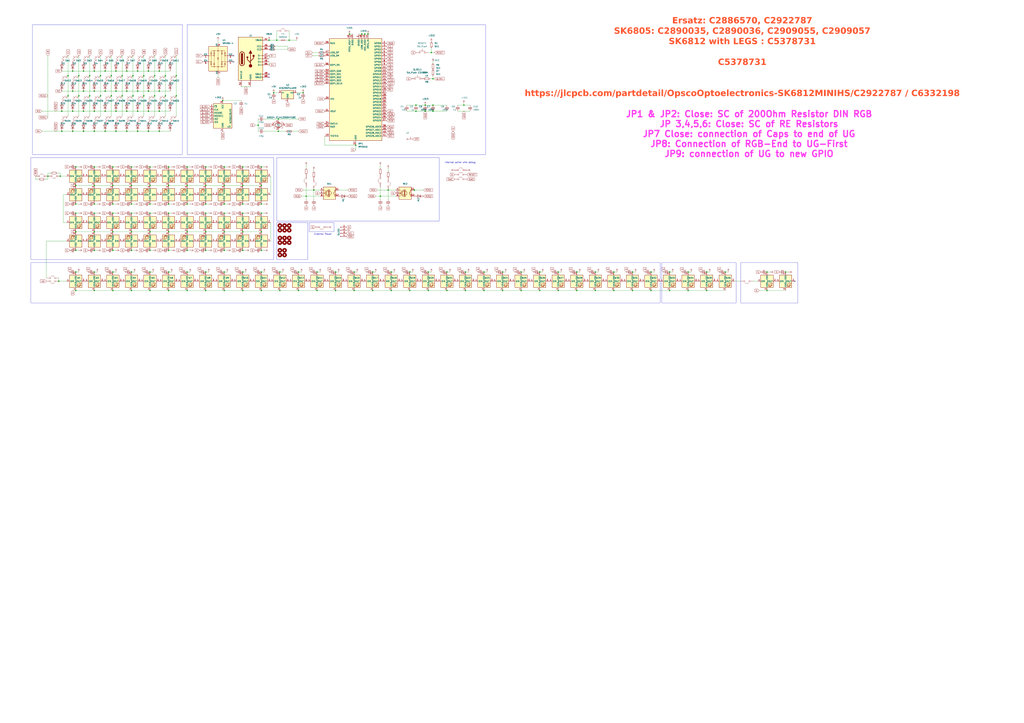
<source format=kicad_sch>
(kicad_sch (version 20231120) (generator "eeschema") (generator_version "8.0")
  (paper "A1")
  (lib_symbols
    (symbol "Connector:Conn_01x01_Pin" (pin_names (offset 1.016) hide)
      (property "Reference" "J" (at 0 2.54 0))
      (property "Value" "Conn_01x01_Pin" (at 0 -2.54 0))
      (symbol "Conn_01x01_Pin_1_1"
        (pin passive line (at 5.08 0 180) (length 3.81) (name "Pin_1") (number "1"))
      )
    )
    (symbol "Connector:Conn_01x04_Pin" (pin_names (offset 1.016) hide)
      (property "Reference" "J" (at 0 5.08 0))
      (property "Value" "Conn_01x04_Pin" (at 0 -7.62 0))
      (symbol "Conn_01x04_Pin_1_1"
        (pin passive line (at 5.08 2.54 180) (length 3.81) (name "Pin_1") (number "1"))
        (pin passive line (at 5.08 0 180) (length 3.81) (name "Pin_2") (number "2"))
        (pin passive line (at 5.08 -2.54 180) (length 3.81) (name "Pin_3") (number "3"))
        (pin passive line (at 5.08 -5.08 180) (length 3.81) (name "Pin_4") (number "4"))
      )
    )
    (symbol "Connector:USB_C_Receptacle_USB2.0" (pin_names (offset 1.016))
      (property "Reference" "J" (at -10.16 19.05 0))
      (property "Value" "USB_C_Receptacle_USB2.0" (at 19.05 19.05 0))
      (symbol "USB_C_Receptacle_USB2.0_1_1"
        (pin passive line (at 0 -22.86 90) (length 5.08) (name "GND") (number "A1"))
        (pin passive line (at 0 -22.86 90) (length 5.08) hide (name "GND") (number "A12"))
        (pin passive line (at 15.24 15.24 180) (length 5.08) (name "VBUS") (number "A4"))
        (pin bidirectional line (at 15.24 10.16 180) (length 5.08) (name "CC1") (number "A5"))
        (pin bidirectional line (at 15.24 -2.54 180) (length 5.08) (name "D+") (number "A6"))
        (pin bidirectional line (at 15.24 2.54 180) (length 5.08) (name "D-") (number "A7"))
        (pin bidirectional line (at 15.24 -12.7 180) (length 5.08) (name "SBU1") (number "A8"))
        (pin passive line (at 15.24 15.24 180) (length 5.08) hide (name "VBUS") (number "A9"))
        (pin passive line (at 0 -22.86 90) (length 5.08) hide (name "GND") (number "B1"))
        (pin passive line (at 0 -22.86 90) (length 5.08) hide (name "GND") (number "B12"))
        (pin passive line (at 15.24 15.24 180) (length 5.08) hide (name "VBUS") (number "B4"))
        (pin bidirectional line (at 15.24 7.62 180) (length 5.08) (name "CC2") (number "B5"))
        (pin bidirectional line (at 15.24 -5.08 180) (length 5.08) (name "D+") (number "B6"))
        (pin bidirectional line (at 15.24 0 180) (length 5.08) (name "D-") (number "B7"))
        (pin bidirectional line (at 15.24 -15.24 180) (length 5.08) (name "SBU2") (number "B8"))
        (pin passive line (at 15.24 15.24 180) (length 5.08) hide (name "VBUS") (number "B9"))
        (pin passive line (at -7.62 -22.86 90) (length 5.08) (name "SHIELD") (number "S1"))
      )
    )
    (symbol "Device:C_Small" (pin_numbers hide) (pin_names (offset 0.254) hide)
      (property "Reference" "C" (at 0.254 1.778 0))
      (property "Value" "C_Small" (at 0.254 -2.032 0))
      (symbol "C_Small_1_1"
        (pin passive line (at 0 2.54 270) (length 2.032) (name "~") (number "1"))
        (pin passive line (at 0 -2.54 90) (length 2.032) (name "~") (number "2"))
      )
    )
    (symbol "Device:Crystal_GND24" (pin_names (offset 1.016) hide)
      (property "Reference" "Y" (at 3.175 5.08 0))
      (property "Value" "Crystal_GND24" (at 3.175 3.175 0))
      (symbol "Crystal_GND24_1_1"
        (pin passive line (at -3.81 0 0) (length 1.27) (name "1") (number "1"))
        (pin passive line (at 0 5.08 270) (length 1.27) (name "2") (number "2"))
        (pin passive line (at 3.81 0 180) (length 1.27) (name "3") (number "3"))
        (pin passive line (at 0 -5.08 90) (length 1.27) (name "4") (number "4"))
      )
    )
    (symbol "Device:Fuse_Small" (pin_numbers hide) (pin_names (offset 0.254) hide)
      (property "Reference" "F" (at 0 -1.524 0))
      (property "Value" "Fuse_Small" (at 0 1.524 0))
      (symbol "Fuse_Small_1_1"
        (pin passive line (at -2.54 0 0) (length 1.27) (name "~") (number "1"))
        (pin passive line (at 2.54 0 180) (length 1.27) (name "~") (number "2"))
      )
    )
    (symbol "Device:R_Small" (pin_numbers hide) (pin_names (offset 0.254) hide)
      (property "Reference" "R" (at 0.762 0.508 0))
      (property "Value" "R_Small" (at 0.762 -1.016 0))
      (symbol "R_Small_1_1"
        (pin passive line (at 0 2.54 270) (length 0.762) (name "~") (number "1"))
        (pin passive line (at 0 -2.54 90) (length 0.762) (name "~") (number "2"))
      )
    )
    (symbol "Device:RotaryEncoder_Switch" (pin_names (offset 0.254) hide)
      (property "Reference" "SW" (at 0 6.604 0))
      (property "Value" "RotaryEncoder_Switch" (at 0 -6.604 0))
      (symbol "RotaryEncoder_Switch_1_1"
        (pin passive line (at -7.62 2.54 0) (length 2.54) (name "A") (number "A"))
        (pin passive line (at -7.62 -2.54 0) (length 2.54) (name "B") (number "B"))
        (pin passive line (at -7.62 0 0) (length 2.54) (name "C") (number "C"))
        (pin passive line (at 7.62 2.54 180) (length 2.54) (name "S1") (number "S1"))
        (pin passive line (at 7.62 -2.54 180) (length 2.54) (name "S2") (number "S2"))
      )
    )
    (symbol "Diode:1N4148W" (pin_numbers hide) (pin_names hide)
      (property "Reference" "D" (at 0 2.54 0))
      (property "Value" "1N4148W" (at 0 -2.54 0))
      (symbol "1N4148W_1_1"
        (pin passive line (at -3.81 0 0) (length 2.54) (name "K") (number "1"))
        (pin passive line (at 3.81 0 180) (length 2.54) (name "A") (number "2"))
      )
    )
    (symbol "Jumper:Jumper_2_Open" (pin_numbers hide) (pin_names (offset 0) hide) (exclude_from_sim yes)
      (property "Reference" "JP" (at 0 2.794 0))
      (property "Value" "Jumper_2_Open" (at 0 -2.286 0))
      (symbol "Jumper_2_Open_1_1"
        (pin passive line (at -5.08 0 0) (length 2.54) (name "A") (number "1"))
        (pin passive line (at 5.08 0 180) (length 2.54) (name "B") (number "2"))
      )
    )
    (symbol "MCU_RaspberryPi:RP2040"
      (property "Reference" "U" (at 17.78 45.72 0))
      (property "Value" "RP2040" (at 17.78 43.18 0))
      (symbol "RP2040_1_1"
        (pin power_in line (at 2.54 45.72 270) (length 3.81) (name "IOVDD") (number "1"))
        (pin passive line (at 2.54 45.72 270) (length 3.81) hide (name "IOVDD") (number "10"))
        (pin bidirectional line (at 25.4 17.78 180) (length 3.81) (name "GPIO8") (number "11"))
        (pin bidirectional line (at 25.4 15.24 180) (length 3.81) (name "GPIO9") (number "12"))
        (pin bidirectional line (at 25.4 12.7 180) (length 3.81) (name "GPIO10") (number "13"))
        (pin bidirectional line (at 25.4 10.16 180) (length 3.81) (name "GPIO11") (number "14"))
        (pin bidirectional line (at 25.4 7.62 180) (length 3.81) (name "GPIO12") (number "15"))
        (pin bidirectional line (at 25.4 5.08 180) (length 3.81) (name "GPIO13") (number "16"))
        (pin bidirectional line (at 25.4 2.54 180) (length 3.81) (name "GPIO14") (number "17"))
        (pin bidirectional line (at 25.4 0 180) (length 3.81) (name "GPIO15") (number "18"))
        (pin input line (at -25.4 -38.1 0) (length 3.81) (name "TESTEN") (number "19"))
        (pin bidirectional line (at 25.4 38.1 180) (length 3.81) (name "GPIO0") (number "2"))
        (pin input line (at -25.4 -7.62 0) (length 3.81) (name "XIN") (number "20"))
        (pin passive line (at -25.4 -17.78 0) (length 3.81) (name "XOUT") (number "21"))
        (pin passive line (at 2.54 45.72 270) (length 3.81) hide (name "IOVDD") (number "22"))
        (pin power_in line (at -2.54 45.72 270) (length 3.81) (name "DVDD") (number "23"))
        (pin input line (at -25.4 -27.94 0) (length 3.81) (name "SWCLK") (number "24"))
        (pin bidirectional line (at -25.4 -30.48 0) (length 3.81) (name "SWD") (number "25"))
        (pin input line (at -25.4 38.1 0) (length 3.81) (name "RUN") (number "26"))
        (pin bidirectional line (at 25.4 -2.54 180) (length 3.81) (name "GPIO16") (number "27"))
        (pin bidirectional line (at 25.4 -5.08 180) (length 3.81) (name "GPIO17") (number "28"))
        (pin bidirectional line (at 25.4 -7.62 180) (length 3.81) (name "GPIO18") (number "29"))
        (pin bidirectional line (at 25.4 35.56 180) (length 3.81) (name "GPIO1") (number "3"))
        (pin bidirectional line (at 25.4 -10.16 180) (length 3.81) (name "GPIO19") (number "30"))
        (pin bidirectional line (at 25.4 -12.7 180) (length 3.81) (name "GPIO20") (number "31"))
        (pin bidirectional line (at 25.4 -15.24 180) (length 3.81) (name "GPIO21") (number "32"))
        (pin passive line (at 2.54 45.72 270) (length 3.81) hide (name "IOVDD") (number "33"))
        (pin bidirectional line (at 25.4 -17.78 180) (length 3.81) (name "GPIO22") (number "34"))
        (pin bidirectional line (at 25.4 -20.32 180) (length 3.81) (name "GPIO23") (number "35"))
        (pin bidirectional line (at 25.4 -22.86 180) (length 3.81) (name "GPIO24") (number "36"))
        (pin bidirectional line (at 25.4 -25.4 180) (length 3.81) (name "GPIO25") (number "37"))
        (pin bidirectional line (at 25.4 -30.48 180) (length 3.81) (name "GPIO26_ADC0") (number "38"))
        (pin bidirectional line (at 25.4 -33.02 180) (length 3.81) (name "GPIO27_ADC1") (number "39"))
        (pin bidirectional line (at 25.4 33.02 180) (length 3.81) (name "GPIO2") (number "4"))
        (pin bidirectional line (at 25.4 -35.56 180) (length 3.81) (name "GPIO28_ADC2") (number "40"))
        (pin bidirectional line (at 25.4 -38.1 180) (length 3.81) (name "GPIO29_ADC3") (number "41"))
        (pin passive line (at 2.54 45.72 270) (length 3.81) hide (name "IOVDD") (number "42"))
        (pin power_in line (at 7.62 45.72 270) (length 3.81) (name "ADC_AVDD") (number "43"))
        (pin power_in line (at 10.16 45.72 270) (length 3.81) (name "VREG_IN") (number "44"))
        (pin power_out line (at -5.08 45.72 270) (length 3.81) (name "VREG_VOUT") (number "45"))
        (pin bidirectional line (at -25.4 27.94 0) (length 3.81) (name "USB_DM") (number "46"))
        (pin bidirectional line (at -25.4 30.48 0) (length 3.81) (name "USB_DP") (number "47"))
        (pin power_in line (at 5.08 45.72 270) (length 3.81) (name "USB_VDD") (number "48"))
        (pin passive line (at 2.54 45.72 270) (length 3.81) hide (name "IOVDD") (number "49"))
        (pin bidirectional line (at 25.4 30.48 180) (length 3.81) (name "GPIO3") (number "5"))
        (pin passive line (at -2.54 45.72 270) (length 3.81) hide (name "DVDD") (number "50"))
        (pin bidirectional line (at -25.4 7.62 0) (length 3.81) (name "QSPI_SD3") (number "51"))
        (pin output line (at -25.4 5.08 0) (length 3.81) (name "QSPI_SCLK") (number "52"))
        (pin bidirectional line (at -25.4 15.24 0) (length 3.81) (name "QSPI_SD0") (number "53"))
        (pin bidirectional line (at -25.4 10.16 0) (length 3.81) (name "QSPI_SD2") (number "54"))
        (pin bidirectional line (at -25.4 12.7 0) (length 3.81) (name "QSPI_SD1") (number "55"))
        (pin bidirectional line (at -25.4 20.32 0) (length 3.81) (name "QSPI_SS") (number "56"))
        (pin power_in line (at 0 -45.72 90) (length 3.81) (name "GND") (number "57"))
        (pin bidirectional line (at 25.4 27.94 180) (length 3.81) (name "GPIO4") (number "6"))
        (pin bidirectional line (at 25.4 25.4 180) (length 3.81) (name "GPIO5") (number "7"))
        (pin bidirectional line (at 25.4 22.86 180) (length 3.81) (name "GPIO6") (number "8"))
        (pin bidirectional line (at 25.4 20.32 180) (length 3.81) (name "GPIO7") (number "9"))
      )
    )
    (symbol "Mechanical:MountingHole" (pin_names (offset 1.016)) (exclude_from_sim yes) (in_bom no)
      (property "Reference" "H" (at 0 5.08 0))
      (property "Value" "MountingHole" (at 0 3.175 0))
    )
    (symbol "Memory_Flash:W25Q128JVS"
      (property "Reference" "U" (at -8.89 8.89 0))
      (property "Value" "W25Q128JVS" (at 7.62 8.89 0))
      (symbol "W25Q128JVS_1_1"
        (pin input line (at -10.16 7.62 0) (length 2.54) (name "~{CS}") (number "1"))
        (pin bidirectional line (at -10.16 0 0) (length 2.54) (name "DO(IO1)") (number "2"))
        (pin bidirectional line (at -10.16 -2.54 0) (length 2.54) (name "IO2") (number "3"))
        (pin power_in line (at 0 -12.7 90) (length 2.54) (name "GND") (number "4"))
        (pin bidirectional line (at -10.16 2.54 0) (length 2.54) (name "DI(IO0)") (number "5"))
        (pin input line (at -10.16 5.08 0) (length 2.54) (name "CLK") (number "6"))
        (pin bidirectional line (at -10.16 -5.08 0) (length 2.54) (name "IO3") (number "7"))
        (pin power_in line (at 0 12.7 270) (length 2.54) (name "VCC") (number "8"))
      )
    )
    (symbol "PCM_marbastlib-mx:MX_SW_HS_CPG151101S11" (pin_numbers hide) (pin_names (offset 1.016) hide)
      (property "Reference" "MX" (at 3.048 1.016 0))
      (property "Value" "MX_SW_HS" (at 0 -3.81 0))
      (symbol "MX_SW_HS_CPG151101S11_0_1"
        (pin passive line (at -2.54 2.54 0) (length 0) (name "1") (number "1"))
        (pin passive line (at 2.54 -2.54 180) (length 0) (name "2") (number "2"))
      )
    )
    (symbol "PCM_marbastlib-various:SRV05-4" (pin_names (offset 0))
      (property "Reference" "U" (at -5.08 11.43 0))
      (property "Value" "SRV05-4" (at 2.54 11.43 0))
      (symbol "SRV05-4_1_1"
        (pin passive line (at -12.7 2.54 0) (length 5.08) (name "IO1") (number "1"))
        (pin passive line (at 0 -12.7 90) (length 2.54) (name "VN") (number "2"))
        (pin passive line (at 12.7 2.54 180) (length 5.08) (name "IO2") (number "3"))
        (pin passive line (at 12.7 -2.54 180) (length 5.08) (name "IO3") (number "4"))
        (pin passive line (at 0 12.7 270) (length 2.54) (name "VP") (number "5"))
        (pin passive line (at -12.7 -2.54 0) (length 5.08) (name "IO4") (number "6"))
      )
    )
    (symbol "Regulator_Linear:XC6206PxxxMR" (pin_names (offset 0.254))
      (property "Reference" "U" (at -3.81 3.175 0))
      (property "Value" "XC6206PxxxMR" (at 0 3.175 0))
      (symbol "XC6206PxxxMR_1_1"
        (pin power_in line (at 0 -7.62 90) (length 2.54) (name "GND") (number "1"))
        (pin power_out line (at 7.62 0 180) (length 2.54) (name "VO") (number "2"))
        (pin power_in line (at -7.62 0 0) (length 2.54) (name "VI") (number "3"))
      )
    )
    (symbol "SK6805-EC15-M:SK6805-EC15"
      (property "Reference" "D" (at 4.445 6.35 0))
      (property "Value" "SK6805-EC15" (at 3.175 -6.985 0))
      (symbol "SK6805-EC15_0_0"
        (text "RGB" (at 2.286 -4.191 0) (effects (font (size 0.762 0.762))))
      )
      (symbol "SK6805-EC15_1_1"
        (pin input line (at -7.62 0 0) (length 2.54) (name "DIN") (number "1"))
        (pin power_in line (at 0 7.62 270) (length 2.54) (name "VDD") (number "2"))
        (pin output line (at 7.62 0 180) (length 2.54) (name "DOUT") (number "3"))
        (pin power_in line (at 0 -7.62 90) (length 2.54) (name "GND") (number "4"))
      )
    )
    (symbol "Switch:SW_Push" (pin_numbers hide) (pin_names (offset 1.016) hide)
      (property "Reference" "SW" (at 1.27 2.54 0))
      (property "Value" "SW_Push" (at 0 -1.524 0))
      (symbol "SW_Push_0_1"
        (pin passive line (at -5.08 0 0) (length 2.54) (name "1") (number "1"))
        (pin passive line (at 5.08 0 180) (length 2.54) (name "2") (number "2"))
      )
    )
    (symbol "keycad:SK6812MINI-E" (pin_names (offset 0.254))
      (property "Reference" "D" (at 5.08 5.715 0))
      (property "Value" "SK6812MINI-E" (at 1.27 -5.715 0))
      (symbol "SK6812MINI-E_0_0"
        (text "RGB" (at 2.286 -4.191 0) (effects (font (size 0.762 0.762))))
      )
      (symbol "SK6812MINI-E_1_1"
        (pin power_in line (at 0 7.62 270) (length 2.54) (name "VDD") (number "1"))
        (pin output line (at 7.62 0 180) (length 2.54) (name "DOUT") (number "2"))
        (pin power_in line (at 0 -7.62 90) (length 2.54) (name "GND") (number "3"))
        (pin input line (at -7.62 0 0) (length 2.54) (name "DIN") (number "4"))
      )
    )
    (symbol "power:+1V1" (power) (pin_names (offset 0))
      (property "Value" "+1V1" (at 0 3.556 0))
      (symbol "+1V1_1_1"
        (pin power_in line (at 0 0 90) (length 0) hide (name "+1V1") (number "1"))
      )
    )
    (symbol "power:+3V3" (power) (pin_names (offset 0))
      (property "Value" "+3V3" (at 0 3.556 0))
      (symbol "+3V3_1_1"
        (pin power_in line (at 0 0 90) (length 0) hide (name "+3V3") (number "1"))
      )
    )
    (symbol "power:+5V" (power) (pin_numbers hide) (pin_names (offset 0) hide)
      (property "Value" "+5V" (at 0 3.556 0))
      (symbol "+5V_1_1"
        (pin power_in line (at 0 0 90) (length 0) (name "~") (number "1"))
      )
    )
    (symbol "power:VBUS" (power) (pin_numbers hide) (pin_names (offset 0) hide)
      (property "Value" "VBUS" (at 0 3.556 0))
      (symbol "VBUS_1_1"
        (pin power_in line (at 0 0 90) (length 0) (name "~") (number "1"))
      )
    )
  )
  (junction (at 113.03 74.93))
  (junction (at 199.39 175.26))
  (junction (at 86.36 107.95))
  (junction (at 77.47 107.95))
  (junction (at 549.91 223.52))
  (junction (at 107.95 175.26))
  (junction (at 458.47 238.76))
  (junction (at 290.83 223.52))
  (junction (at 168.91 238.76))
  (junction (at 341.63 86.36))
  (junction (at 397.51 238.76))
  (junction (at 59.69 58.42))
  (junction (at 92.71 190.5))
  (junction (at 92.71 205.74))
  (junction (at 534.67 223.52))
  (junction (at 549.91 238.76))
  (junction (at 299.72 27.94))
  (junction (at 138.43 205.74))
  (junction (at 443.23 223.52))
  (junction (at 62.23 137.16))
  (junction (at 91.44 78.74))
  (junction (at 153.67 205.74))
  (junction (at 153.67 190.5))
  (junction (at 135.89 62.23))
  (junction (at 427.99 223.52))
  (junction (at 336.55 238.76))
  (junction (at 199.39 238.76))
  (junction (at 144.78 62.23))
  (junction (at 199.39 205.74))
  (junction (at 184.15 167.64))
  (junction (at 77.47 175.26))
  (junction (at 77.47 137.16))
  (junction (at 214.63 238.76))
  (junction (at 184.15 137.16))
  (junction (at 229.87 238.76))
  (junction (at 121.92 58.42))
  (junction (at 351.79 223.52))
  (junction (at 534.67 238.76))
  (junction (at 138.43 175.26))
  (junction (at 153.67 238.76))
  (junction (at 77.47 238.76))
  (junction (at 153.67 175.26))
  (junction (at 354.33 43.18))
  (junction (at 184.15 152.4))
  (junction (at 113.03 58.42))
  (junction (at 48.26 231.14))
  (junction (at 351.79 238.76))
  (junction (at 349.25 86.36))
  (junction (at 62.23 238.76))
  (junction (at 138.43 137.16))
  (junction (at 138.43 190.5))
  (junction (at 412.75 238.76))
  (junction (at 227.33 33.02))
  (junction (at 138.43 238.76))
  (junction (at 182.88 82.55))
  (junction (at 107.95 167.64))
  (junction (at 318.77 156.21))
  (junction (at 340.36 156.21))
  (junction (at 123.19 175.26))
  (junction (at 355.6 86.36))
  (junction (at 199.39 167.64))
  (junction (at 580.39 238.76))
  (junction (at 107.95 152.4))
  (junction (at 73.66 78.74))
  (junction (at 92.71 175.26))
  (junction (at 127 78.74))
  (junction (at 382.27 238.76))
  (junction (at 153.67 137.16))
  (junction (at 228.6 97.79))
  (junction (at 113.03 107.95))
  (junction (at 321.31 238.76))
  (junction (at 645.16 223.52))
  (junction (at 367.03 238.76))
  (junction (at 104.14 74.93))
  (junction (at 367.03 223.52))
  (junction (at 138.43 223.52))
  (junction (at 168.91 152.4))
  (junction (at 260.35 223.52))
  (junction (at 77.47 58.42))
  (junction (at 64.77 78.74))
  (junction (at 214.63 175.26))
  (junction (at 123.19 205.74))
  (junction (at 86.36 91.44))
  (junction (at 123.19 152.4))
  (junction (at 355.6 91.44))
  (junction (at 199.39 223.52))
  (junction (at 214.63 190.5))
  (junction (at 153.67 167.64))
  (junction (at 77.47 152.4))
  (junction (at 199.39 152.4))
  (junction (at 50.8 107.95))
  (junction (at 91.44 62.23))
  (junction (at 82.55 78.74))
  (junction (at 287.02 27.94))
  (junction (at 62.23 190.5))
  (junction (at 68.58 107.95))
  (junction (at 77.47 167.64))
  (junction (at 104.14 58.42))
  (junction (at 82.55 62.23))
  (junction (at 121.92 74.93))
  (junction (at 73.66 62.23))
  (junction (at 123.19 137.16))
  (junction (at 135.89 78.74))
  (junction (at 95.25 107.95))
  (junction (at 275.59 238.76))
  (junction (at 184.15 238.76))
  (junction (at 77.47 91.44))
  (junction (at 107.95 137.16))
  (junction (at 245.11 223.52))
  (junction (at 629.92 223.52))
  (junction (at 229.87 223.52))
  (junction (at 59.69 91.44))
  (junction (at 260.35 238.76))
  (junction (at 92.71 167.64))
  (junction (at 39.37 144.78))
  (junction (at 595.63 223.52))
  (junction (at 107.95 238.76))
  (junction (at 168.91 223.52))
  (junction (at 257.81 156.21))
  (junction (at 92.71 152.4))
  (junction (at 214.63 152.4))
  (junction (at 224.79 76.2))
  (junction (at 86.36 58.42))
  (junction (at 504.19 238.76))
  (junction (at 168.91 167.64))
  (junction (at 50.8 91.44))
  (junction (at 237.49 33.02))
  (junction (at 302.26 27.94))
  (junction (at 381 86.36))
  (junction (at 123.19 223.52))
  (junction (at 138.43 152.4))
  (junction (at 397.51 223.52))
  (junction (at 68.58 74.93))
  (junction (at 382.27 223.52))
  (junction (at 77.47 223.52))
  (junction (at 580.39 223.52))
  (junction (at 565.15 238.76))
  (junction (at 130.81 107.95))
  (junction (at 77.47 74.93))
  (junction (at 306.07 223.52))
  (junction (at 336.55 223.52))
  (junction (at 62.23 175.26))
  (junction (at 199.39 137.16))
  (junction (at 59.69 74.93))
  (junction (at 130.81 91.44))
  (junction (at 77.47 205.74))
  (junction (at 184.15 175.26))
  (junction (at 245.11 238.76))
  (junction (at 412.75 223.52))
  (junction (at 123.19 167.64))
  (junction (at 184.15 223.52))
  (junction (at 248.92 76.2))
  (junction (at 59.69 107.95))
  (junction (at 118.11 78.74))
  (junction (at 95.25 91.44))
  (junction (at 95.25 74.93))
  (junction (at 214.63 205.74))
  (junction (at 519.43 238.76))
  (junction (at 92.71 137.16))
  (junction (at 62.23 152.4))
  (junction (at 55.88 62.23))
  (junction (at 306.07 238.76))
  (junction (at 62.23 223.52))
  (junction (at 212.09 102.87))
  (junction (at 312.42 161.29))
  (junction (at 107.95 205.74))
  (junction (at 100.33 62.23))
  (junction (at 107.95 190.5))
  (junction (at 123.19 190.5))
  (junction (at 341.63 91.44))
  (junction (at 199.39 190.5))
  (junction (at 95.25 58.42))
  (junction (at 349.25 91.44))
  (junction (at 64.77 62.23))
  (junction (at 130.81 74.93))
  (junction (at 100.33 78.74))
  (junction (at 68.58 91.44))
  (junction (at 519.43 223.52))
  (junction (at 153.67 152.4))
  (junction (at 92.71 238.76))
  (junction (at 214.63 137.16))
  (junction (at 228.6 107.95))
  (junction (at 107.95 223.52))
  (junction (at 355.6 64.77))
  (junction (at 104.14 91.44))
  (junction (at 184.15 205.74))
  (junction (at 321.31 223.52))
  (junction (at 168.91 190.5))
  (junction (at 62.23 167.64))
  (junction (at 290.83 238.76))
  (junction (at 144.78 78.74))
  (junction (at 121.92 107.95))
  (junction (at 104.14 107.95))
  (junction (at 292.1 119.38))
  (junction (at 488.95 238.76))
  (junction (at 473.71 238.76))
  (junction (at 109.22 62.23))
  (junction (at 504.19 223.52))
  (junction (at 168.91 205.74))
  (junction (at 138.43 167.64))
  (junction (at 220.98 33.02))
  (junction (at 427.99 238.76))
  (junction (at 123.19 238.76))
  (junction (at 275.59 223.52))
  (junction (at 473.71 223.52))
  (junction (at 130.81 58.42))
  (junction (at 68.58 58.42))
  (junction (at 55.88 78.74))
  (junction (at 168.91 137.16))
  (junction (at 458.47 223.52))
  (junction (at 92.71 223.52))
  (junction (at 127 62.23))
  (junction (at 109.22 78.74))
  (junction (at 121.92 91.44))
  (junction (at 62.23 205.74))
  (junction (at 77.47 190.5))
  (junction (at 168.91 175.26))
  (junction (at 184.15 190.5))
  (junction (at 49.53 144.78))
  (junction (at 488.95 223.52))
  (junction (at 214.63 223.52))
  (junction (at 297.18 27.94))
  (junction (at 629.92 238.76))
  (junction (at 565.15 223.52))
  (junction (at 251.46 161.29))
  (junction (at 113.03 91.44))
  (junction (at 443.23 238.76))
  (junction (at 118.11 62.23))
  (junction (at 86.36 74.93))
  (junction (at 153.67 223.52))
  (junction (at 214.63 167.64))
  (no_connect (at 652.78 231.14))
  (no_connect (at 220.98 60.96))
  (no_connect (at 220.98 63.5))
  (no_connect (at 191.77 50.8))
  (no_connect (at 191.77 45.72))
  (wire (pts (xy 100.33 62.23) (xy 100.33 78.74)))
  (wire (pts (xy 82.55 45.72) (xy 82.55 62.23)))
  (wire (pts (xy 104.14 74.93) (xy 113.03 74.93)))
  (wire (pts (xy 95.25 107.95) (xy 104.14 107.95)))
  (wire (pts (xy 121.92 58.42) (xy 130.81 58.42)))
  (wire (pts (xy 603.25 231.14) (xy 608.33 231.14)))
  (wire (pts (xy 64.77 205.74) (xy 62.23 205.74)))
  (wire (pts (xy 186.69 137.16) (xy 184.15 137.16)))
  (wire (pts (xy 95.25 175.26) (xy 92.71 175.26)))
  (wire (pts (xy 64.77 175.26) (xy 62.23 175.26)))
  (wire (pts (xy 140.97 137.16) (xy 138.43 137.16)))
  (wire (pts (xy 52.07 182.88) (xy 54.61 182.88)))
  (wire (pts (xy 55.88 78.74) (xy 55.88 95.25)))
  (wire (pts (xy 251.46 153.67) (xy 251.46 161.29)))
  (wire (pts (xy 247.65 223.52) (xy 245.11 223.52)))
  (wire (pts (xy 461.01 223.52) (xy 458.47 223.52)))
  (wire (pts (xy 121.92 107.95) (xy 130.81 107.95)))
  (wire (pts (xy 68.58 58.42) (xy 77.47 58.42)))
  (wire (pts (xy 80.01 137.16) (xy 77.47 137.16)))
  (wire (pts (xy 109.22 78.74) (xy 109.22 95.25)))
  (wire (pts (xy 257.81 156.21) (xy 262.89 156.21)))
  (wire (pts (xy 125.73 205.74) (xy 123.19 205.74)))
  (wire (pts (xy 306.07 238.76) (xy 321.31 238.76)))
  (wire (pts (xy 123.19 190.5) (xy 138.43 190.5)))
  (wire (pts (xy 228.6 107.95) (xy 234.95 107.95)))
  (wire (pts (xy 351.79 238.76) (xy 367.03 238.76)))
  (wire (pts (xy 41.91 142.24) (xy 39.37 142.24)))
  (wire (pts (xy 113.03 58.42) (xy 121.92 58.42)))
  (wire (pts (xy 107.95 190.5) (xy 123.19 190.5)))
  (wire (pts (xy 49.53 144.78) (xy 54.61 144.78)))
  (wire (pts (xy 201.93 167.64) (xy 199.39 167.64)))
  (wire (pts (xy 473.71 238.76) (xy 488.95 238.76)))
  (wire (pts (xy 341.63 86.36) (xy 349.25 86.36)))
  (wire (pts (xy 506.73 223.52) (xy 504.19 223.52)))
  (wire (pts (xy 355.6 50.8) (xy 355.6 52.07)))
  (wire (pts (xy 140.97 223.52) (xy 138.43 223.52)))
  (wire (pts (xy 95.25 58.42) (xy 104.14 58.42)))
  (wire (pts (xy 201.93 205.74) (xy 199.39 205.74)))
  (wire (pts (xy 80.01 223.52) (xy 77.47 223.52)))
  (wire (pts (xy 321.31 238.76) (xy 336.55 238.76)))
  (wire (pts (xy 38.1 198.12) (xy 54.61 198.12)))
  (wire (pts (xy 110.49 137.16) (xy 107.95 137.16)))
  (wire (pts (xy 375.92 86.36) (xy 381 86.36)))
  (wire (pts (xy 184.15 238.76) (xy 199.39 238.76)))
  (wire (pts (xy 144.78 62.23) (xy 144.78 78.74)))
  (wire (pts (xy 349.25 86.36) (xy 355.6 86.36)))
  (wire (pts (xy 534.67 238.76) (xy 549.91 238.76)))
  (wire (pts (xy 64.77 62.23) (xy 64.77 78.74)))
  (wire (pts (xy 39.37 45.72) (xy 39.37 96.52)))
  (wire (pts (xy 92.71 152.4) (xy 107.95 152.4)))
  (wire (pts (xy 34.29 91.44) (xy 50.8 91.44)))
  (wire (pts (xy 199.39 190.5) (xy 214.63 190.5)))
  (wire (pts (xy 217.17 97.79) (xy 228.6 97.79)))
  (wire (pts (xy 62.23 152.4) (xy 77.47 152.4)))
  (wire (pts (xy 130.81 74.93) (xy 139.7 74.93)))
  (wire (pts (xy 104.14 58.42) (xy 113.03 58.42)))
  (wire (pts (xy 171.45 223.52) (xy 168.91 223.52)))
  (wire (pts (xy 135.89 62.23) (xy 135.89 78.74)))
  (wire (pts (xy 339.09 223.52) (xy 336.55 223.52)))
  (wire (pts (xy 382.27 238.76) (xy 397.51 238.76)))
  (wire (pts (xy 217.17 167.64) (xy 214.63 167.64)))
  (wire (pts (xy 125.73 223.52) (xy 123.19 223.52)))
  (wire (pts (xy 118.11 62.23) (xy 118.11 78.74)))
  (wire (pts (xy 217.17 223.52) (xy 214.63 223.52)))
  (wire (pts (xy 110.49 175.26) (xy 107.95 175.26)))
  (wire (pts (xy 95.25 205.74) (xy 92.71 205.74)))
  (wire (pts (xy 95.25 167.64) (xy 92.71 167.64)))
  (wire (pts (xy 82.55 62.23) (xy 82.55 78.74)))
  (wire (pts (xy 113.03 107.95) (xy 121.92 107.95)))
  (wire (pts (xy 184.15 152.4) (xy 199.39 152.4)))
  (wire (pts (xy 52.07 160.02) (xy 52.07 182.88)))
  (wire (pts (xy 334.01 91.44) (xy 341.63 91.44)))
  (wire (pts (xy 351.79 43.18) (xy 354.33 43.18)))
  (wire (pts (xy 38.1 228.6) (xy 38.1 198.12)))
  (wire (pts (xy 266.7 119.38) (xy 292.1 119.38)))
  (wire (pts (xy 123.19 152.4) (xy 138.43 152.4)))
  (wire (pts (xy 186.69 175.26) (xy 184.15 175.26)))
  (wire (pts (xy 182.88 82.55) (xy 198.12 82.55)))
  (wire (pts (xy 55.88 45.72) (xy 55.88 62.23)))
  (wire (pts (xy 488.95 238.76) (xy 504.19 238.76)))
  (wire (pts (xy 245.11 238.76) (xy 260.35 238.76)))
  (wire (pts (xy 80.01 175.26) (xy 77.47 175.26)))
  (wire (pts (xy 104.14 91.44) (xy 113.03 91.44)))
  (wire (pts (xy 62.23 190.5) (xy 77.47 190.5)))
  (wire (pts (xy 86.36 58.42) (xy 95.25 58.42)))
  (wire (pts (xy 127 78.74) (xy 127 95.25)))
  (wire (pts (xy 179.07 63.5) (xy 179.07 60.96)))
  (wire (pts (xy 50.8 107.95) (xy 59.69 107.95)))
  (wire (pts (xy 91.44 78.74) (xy 91.44 95.25)))
  (wire (pts (xy 50.8 74.93) (xy 59.69 74.93)))
  (wire (pts (xy 618.49 231.14) (xy 622.3 231.14)))
  (wire (pts (xy 179.07 33.02) (xy 179.07 35.56)))
  (wire (pts (xy 86.36 91.44) (xy 95.25 91.44)))
  (wire (pts (xy 100.33 45.72) (xy 100.33 62.23)))
  (wire (pts (xy 217.17 205.74) (xy 214.63 205.74)))
  (wire (pts (xy 228.6 97.79) (xy 245.11 97.79)))
  (wire (pts (xy 234.95 33.02) (xy 237.49 33.02)))
  (wire (pts (xy 212.09 102.87) (xy 212.09 107.95)))
  (wire (pts (xy 201.93 137.16) (xy 199.39 137.16)))
  (wire (pts (xy 156.21 223.52) (xy 153.67 223.52)))
  (wire (pts (xy 80.01 205.74) (xy 77.47 205.74)))
  (wire (pts (xy 632.46 223.52) (xy 629.92 223.52)))
  (wire (pts (xy 212.09 97.79) (xy 212.09 102.87)))
  (wire (pts (xy 292.1 123.19) (xy 292.1 119.38)))
  (wire (pts (xy 184.15 190.5) (xy 199.39 190.5)))
  (wire (pts (xy 77.47 238.76) (xy 92.71 238.76)))
  (wire (pts (xy 140.97 167.64) (xy 138.43 167.64)))
  (wire (pts (xy 347.98 156.21) (xy 340.36 156.21)))
  (wire (pts (xy 64.77 45.72) (xy 64.77 62.23)))
  (wire (pts (xy 247.65 161.29) (xy 251.46 161.29)))
  (wire (pts (xy 186.69 205.74) (xy 184.15 205.74)))
  (wire (pts (xy 222.25 182.88) (xy 222.25 198.12)))
  (wire (pts (xy 309.88 156.21) (xy 318.77 156.21)))
  (wire (pts (xy 130.81 58.42) (xy 139.7 58.42)))
  (wire (pts (xy 354.33 39.37) (xy 354.33 43.18)))
  (wire (pts (xy 266.7 111.76) (xy 266.7 119.38)))
  (wire (pts (xy 144.78 45.72) (xy 144.78 62.23)))
  (wire (pts (xy 49.53 142.24) (xy 49.53 144.78)))
  (wire (pts (xy 308.61 223.52) (xy 306.07 223.52)))
  (wire (pts (xy 240.03 107.95) (xy 245.11 107.95)))
  (wire (pts (xy 138.43 238.76) (xy 153.67 238.76)))
  (wire (pts (xy 251.46 135.89) (xy 251.46 138.43)))
  (wire (pts (xy 156.21 167.64) (xy 153.67 167.64)))
  (wire (pts (xy 290.83 238.76) (xy 306.07 238.76)))
  (wire (pts (xy 104.14 107.95) (xy 113.03 107.95)))
  (wire (pts (xy 118.11 45.72) (xy 118.11 62.23)))
  (wire (pts (xy 199.39 152.4) (xy 214.63 152.4)))
  (wire (pts (xy 125.73 175.26) (xy 123.19 175.26)))
  (wire (pts (xy 153.67 152.4) (xy 168.91 152.4)))
  (wire (pts (xy 369.57 223.52) (xy 367.03 223.52)))
  (wire (pts (xy 171.45 167.64) (xy 168.91 167.64)))
  (wire (pts (xy 39.37 147.32) (xy 39.37 144.78)))
  (wire (pts (xy 224.79 76.2) (xy 228.6 76.2)))
  (wire (pts (xy 64.77 137.16) (xy 62.23 137.16)))
  (wire (pts (xy 50.8 58.42) (xy 59.69 58.42)))
  (wire (pts (xy 135.89 45.72) (xy 135.89 62.23)))
  (wire (pts (xy 214.63 238.76) (xy 229.87 238.76)))
  (wire (pts (xy 138.43 152.4) (xy 153.67 152.4)))
  (wire (pts (xy 59.69 91.44) (xy 68.58 91.44)))
  (wire (pts (xy 381 85.09) (xy 381 86.36)))
  (wire (pts (xy 260.35 238.76) (xy 275.59 238.76)))
  (wire (pts (xy 95.25 91.44) (xy 104.14 91.44)))
  (wire (pts (xy 248.92 156.21) (xy 257.81 156.21)))
  (wire (pts (xy 127 62.23) (xy 127 78.74)))
  (wire (pts (xy 251.46 163.83) (xy 251.46 161.29)))
  (wire (pts (xy 476.25 223.52) (xy 473.71 223.52)))
  (wire (pts (xy 186.69 223.52) (xy 184.15 223.52)))
  (wire (pts (xy 118.11 78.74) (xy 118.11 95.25)))
  (wire (pts (xy 227.33 25.4) (xy 227.33 33.02)))
  (wire (pts (xy 312.42 138.43) (xy 312.42 135.89)))
  (wire (pts (xy 110.49 205.74) (xy 107.95 205.74)))
  (wire (pts (xy 59.69 238.76) (xy 62.23 238.76)))
  (wire (pts (xy 297.18 27.94) (xy 299.72 27.94)))
  (wire (pts (xy 64.77 223.52) (xy 62.23 223.52)))
  (wire (pts (xy 228.6 107.95) (xy 228.6 106.68)))
  (wire (pts (xy 144.78 78.74) (xy 144.78 95.25)))
  (wire (pts (xy 73.66 45.72) (xy 73.66 62.23)))
  (wire (pts (xy 59.69 107.95) (xy 68.58 107.95)))
  (wire (pts (xy 130.81 91.44) (xy 139.7 91.44)))
  (wire (pts (xy 236.22 38.1) (xy 236.22 40.64)))
  (wire (pts (xy 415.29 223.52) (xy 412.75 223.52)))
  (wire (pts (xy 77.47 152.4) (xy 92.71 152.4)))
  (wire (pts (xy 156.21 175.26) (xy 153.67 175.26)))
  (wire (pts (xy 201.93 175.26) (xy 199.39 175.26)))
  (wire (pts (xy 95.25 74.93) (xy 104.14 74.93)))
  (wire (pts (xy 355.6 86.36) (xy 367.03 86.36)))
  (wire (pts (xy 109.22 45.72) (xy 109.22 62.23)))
  (wire (pts (xy 354.33 223.52) (xy 351.79 223.52)))
  (wire (pts (xy 256.54 43.18) (xy 261.62 43.18)))
  (wire (pts (xy 504.19 238.76) (xy 519.43 238.76)))
  (wire (pts (xy 217.17 107.95) (xy 228.6 107.95)))
  (wire (pts (xy 318.77 156.21) (xy 325.12 156.21)))
  (wire (pts (xy 354.33 43.18) (xy 356.87 43.18)))
  (wire (pts (xy 68.58 91.44) (xy 77.47 91.44)))
  (wire (pts (xy 312.42 163.83) (xy 312.42 161.29)))
  (wire (pts (xy 278.13 223.52) (xy 275.59 223.52)))
  (wire (pts (xy 275.59 238.76) (xy 290.83 238.76)))
  (wire (pts (xy 34.29 107.95) (xy 50.8 107.95)))
  (wire (pts (xy 140.97 175.26) (xy 138.43 175.26)))
  (wire (pts (xy 312.42 153.67) (xy 312.42 161.29)))
  (wire (pts (xy 323.85 223.52) (xy 321.31 223.52)))
  (wire (pts (xy 257.81 156.21) (xy 257.81 163.83)))
  (wire (pts (xy 130.81 107.95) (xy 139.7 107.95)))
  (wire (pts (xy 381 86.36) (xy 386.08 86.36)))
  (wire (pts (xy 199.39 238.76) (xy 214.63 238.76)))
  (wire (pts (xy 367.03 238.76) (xy 382.27 238.76)))
  (wire (pts (xy 91.44 62.23) (xy 91.44 78.74)))
  (wire (pts (xy 521.97 223.52) (xy 519.43 223.52)))
  (wire (pts (xy 237.49 25.4) (xy 237.49 33.02)))
  (wire (pts (xy 29.21 147.32) (xy 29.21 144.78)))
  (wire (pts (xy 299.72 27.94) (xy 302.26 27.94)))
  (wire (pts (xy 48.26 231.14) (xy 54.61 231.14)))
  (wire (pts (xy 135.89 78.74) (xy 135.89 95.25)))
  (wire (pts (xy 229.87 238.76) (xy 245.11 238.76)))
  (wire (pts (xy 48.26 228.6) (xy 48.26 231.14)))
  (wire (pts (xy 113.03 74.93) (xy 121.92 74.93)))
  (wire (pts (xy 336.55 238.76) (xy 351.79 238.76)))
  (wire (pts (xy 168.91 238.76) (xy 184.15 238.76)))
  (wire (pts (xy 121.92 91.44) (xy 130.81 91.44)))
  (wire (pts (xy 80.01 167.64) (xy 77.47 167.64)))
  (wire (pts (xy 77.47 74.93) (xy 86.36 74.93)))
  (wire (pts (xy 308.61 161.29) (xy 312.42 161.29)))
  (wire (pts (xy 340.36 156.21) (xy 339.09 156.21)))
  (wire (pts (xy 62.23 238.76) (xy 77.47 238.76)))
  (wire (pts (xy 227.33 33.02) (xy 229.87 33.02)))
  (wire (pts (xy 107.95 152.4) (xy 123.19 152.4)))
  (wire (pts (xy 107.95 238.76) (xy 123.19 238.76)))
  (wire (pts (xy 50.8 91.44) (xy 59.69 91.44)))
  (wire (pts (xy 458.47 238.76) (xy 473.71 238.76)))
  (wire (pts (xy 127 45.72) (xy 127 62.23)))
  (wire (pts (xy 156.21 137.16) (xy 153.67 137.16)))
  (wire (pts (xy 77.47 91.44) (xy 86.36 91.44)))
  (wire (pts (xy 82.55 78.74) (xy 82.55 95.25)))
  (wire (pts (xy 491.49 223.52) (xy 488.95 223.52)))
  (wire (pts (xy 77.47 107.95) (xy 86.36 107.95)))
  (wire (pts (xy 226.06 38.1) (xy 236.22 38.1)))
  (wire (pts (xy 397.51 238.76) (xy 412.75 238.76)))
  (wire (pts (xy 257.81 139.7) (xy 257.81 140.97)))
  (wire (pts (xy 46.99 142.24) (xy 49.53 142.24)))
  (wire (pts (xy 220.98 50.8) (xy 220.98 53.34)))
  (wire (pts (xy 293.37 223.52) (xy 290.83 223.52)))
  (wire (pts (xy 285.75 156.21) (xy 278.13 156.21)))
  (wire (pts (xy 226.06 40.64) (xy 236.22 40.64)))
  (wire (pts (xy 68.58 107.95) (xy 77.47 107.95)))
  (wire (pts (xy 86.36 74.93) (xy 95.25 74.93)))
  (wire (pts (xy 64.77 78.74) (xy 64.77 95.25)))
  (wire (pts (xy 186.69 167.64) (xy 184.15 167.64)))
  (wire (pts (xy 109.22 62.23) (xy 109.22 78.74)))
  (wire (pts (xy 153.67 190.5) (xy 168.91 190.5)))
  (wire (pts (xy 552.45 223.52) (xy 549.91 223.52)))
  (wire (pts (xy 123.19 238.76) (xy 138.43 238.76)))
  (wire (pts (xy 125.73 167.64) (xy 123.19 167.64)))
  (wire (pts (xy 138.43 190.5) (xy 153.67 190.5)))
  (wire (pts (xy 100.33 78.74) (xy 100.33 95.25)))
  (wire (pts (xy 121.92 74.93) (xy 130.81 74.93)))
  (wire (pts (xy 209.55 102.87) (xy 212.09 102.87)))
  (wire (pts (xy 256.54 45.72) (xy 261.62 45.72)))
  (wire (pts (xy 77.47 58.42) (xy 86.36 58.42)))
  (wire (pts (xy 294.64 27.94) (xy 297.18 27.94)))
  (wire (pts (xy 427.99 238.76) (xy 443.23 238.76)))
  (wire (pts (xy 73.66 62.23) (xy 73.66 78.74)))
  (wire (pts (xy 110.49 223.52) (xy 107.95 223.52)))
  (wire (pts (xy 232.41 223.52) (xy 229.87 223.52)))
  (wire (pts (xy 445.77 223.52) (xy 443.23 223.52)))
  (wire (pts (xy 400.05 223.52) (xy 397.51 223.52)))
  (wire (pts (xy 110.49 167.64) (xy 107.95 167.64)))
  (wire (pts (xy 113.03 91.44) (xy 121.92 91.44)))
  (wire (pts (xy 217.17 137.16) (xy 214.63 137.16)))
  (wire (pts (xy 567.69 223.52) (xy 565.15 223.52)))
  (wire (pts (xy 356.87 64.77) (xy 355.6 64.77)))
  (wire (pts (xy 243.84 76.2) (xy 248.92 76.2)))
  (wire (pts (xy 222.25 144.78) (xy 222.25 160.02)))
  (wire (pts (xy 55.88 62.23) (xy 55.88 78.74)))
  (wire (pts (xy 355.6 64.77) (xy 353.06 64.77)))
  (wire (pts (xy 39.37 142.24) (xy 39.37 144.78)))
  (wire (pts (xy 156.21 205.74) (xy 153.67 205.74)))
  (wire (pts (xy 92.71 238.76) (xy 107.95 238.76)))
  (wire (pts (xy 59.69 58.42) (xy 68.58 58.42)))
  (wire (pts (xy 168.91 190.5) (xy 184.15 190.5)))
  (wire (pts (xy 623.57 238.76) (xy 629.92 238.76)))
  (wire (pts (xy 171.45 205.74) (xy 168.91 205.74)))
  (wire (pts (xy 318.77 156.21) (xy 318.77 163.83)))
  (wire (pts (xy 519.43 238.76) (xy 534.67 238.76)))
  (wire (pts (xy 68.58 74.93) (xy 77.47 74.93)))
  (wire (pts (xy 92.71 190.5) (xy 107.95 190.5)))
  (wire (pts (xy 629.92 238.76) (xy 645.16 238.76)))
  (wire (pts (xy 262.89 223.52) (xy 260.35 223.52)))
  (wire (pts (xy 312.42 161.29) (xy 325.12 161.29)))
  (wire (pts (xy 430.53 223.52) (xy 427.99 223.52)))
  (wire (pts (xy 228.6 97.79) (xy 228.6 99.06)))
  (wire (pts (xy 549.91 238.76) (xy 565.15 238.76)))
  (wire (pts (xy 91.44 45.72) (xy 91.44 62.23)))
  (wire (pts (xy 140.97 205.74) (xy 138.43 205.74)))
  (wire (pts (xy 349.25 91.44) (xy 355.6 91.44)))
  (wire (pts (xy 125.73 137.16) (xy 123.19 137.16)))
  (wire (pts (xy 375.92 91.44) (xy 386.08 91.44)))
  (wire (pts (xy 334.01 86.36) (xy 341.63 86.36)))
  (wire (pts (xy 341.63 91.44) (xy 349.25 91.44)))
  (wire (pts (xy 384.81 223.52) (xy 382.27 223.52)))
  (wire (pts (xy 52.07 160.02) (xy 54.61 160.02)))
  (wire (pts (xy 168.91 152.4) (xy 184.15 152.4)))
  (wire (pts (xy 582.93 223.52) (xy 580.39 223.52)))
  (wire (pts (xy 647.7 223.52) (xy 645.16 223.52)))
  (wire (pts (xy 198.12 71.12) (xy 205.74 71.12)))
  (wire (pts (xy 31.75 147.32) (xy 29.21 147.32)))
  (wire (pts (xy 443.23 238.76) (xy 458.47 238.76)))
  (wire (pts (xy 318.77 138.43) (xy 318.77 140.97)))
  (wire (pts (xy 220.98 33.02) (xy 227.33 33.02)))
  (wire (pts (xy 171.45 175.26) (xy 168.91 175.26)))
  (wire (pts (xy 95.25 223.52) (xy 92.71 223.52)))
  (wire (pts (xy 73.66 78.74) (xy 73.66 95.25)))
  (wire (pts (xy 59.69 74.93) (xy 68.58 74.93)))
  (wire (pts (xy 287.02 27.94) (xy 289.56 27.94)))
  (wire (pts (xy 77.47 190.5) (xy 92.71 190.5)))
  (wire (pts (xy 598.17 223.52) (xy 595.63 223.52)))
  (wire (pts (xy 537.21 223.52) (xy 534.67 223.52)))
  (wire (pts (xy 153.67 238.76) (xy 168.91 238.76)))
  (wire (pts (xy 580.39 238.76) (xy 595.63 238.76)))
  (wire (pts (xy 220.98 45.72) (xy 220.98 48.26)))
  (wire (pts (xy 251.46 161.29) (xy 262.89 161.29)))
  (wire (pts (xy 237.49 33.02) (xy 243.84 33.02)))
  (wire (pts (xy 64.77 167.64) (xy 62.23 167.64)))
  (wire (pts (xy 355.6 62.23) (xy 355.6 64.77)))
  (wire (pts (xy 95.25 137.16) (xy 92.71 137.16)))
  (wire (pts (xy 201.93 223.52) (xy 199.39 223.52)))
  (wire (pts (xy 565.15 238.76) (xy 580.39 238.76)))
  (wire (pts (xy 86.36 107.95) (xy 95.25 107.95)))
  (wire (pts (xy 355.6 91.44) (xy 367.03 91.44)))
  (wire (pts (xy 217.17 175.26) (xy 214.63 175.26)))
  (wire (pts (xy 36.83 147.32) (xy 39.37 147.32)))
  (wire (pts (xy 412.75 238.76) (xy 427.99 238.76)))
  (wire (pts (xy 171.45 137.16) (xy 168.91 137.16)))
  (rectangle (start 25.4 129.54) (end 224.79 213.36))
  (rectangle (start 227.33 129.54) (end 360.68 181.61))
  (rectangle (start 254 182.88) (end 274.32 190.5))
  (rectangle (start 153.67 20.32) (end 398.78 127))
  (rectangle (start 543.56 215.9) (end 604.52 248.92))
  (rectangle (start 608.33 215.9) (end 655.32 248.92))
  (rectangle (start 26.67 20.32) (end 149.86 127))
  (rectangle (start 25.4 215.9) (end 542.29 248.92))
  (rectangle (start 227.33 182.88) (end 252.73 213.36))
  (text "Internal serial wire debug\n" (at 377.952 133.604 0) (effects (font (size 1.27 1.27))))
  (text "Ersatz: C2886570, C2922787\nSK6805: C2890035, C2890036, C2909055, C2909057\nSK6812 with LEGS : C5378731\n\nC5378731\n\n\nhttps://jlcpcb.com/partdetail/OpscoOptoelectronics-SK6812MINIHS/C2922787 / C6332198" (exclude_from_sim yes) (at 609.6 48.514 0) (effects (font (size 5.08 5.08) (thickness 1.016) (bold yes))))
  (text "External Power" (at 265.176 192.532 0) (effects (font (size 1.27 1.27))))
  (text "JP1 & JP2: Close: SC of 200Ohm Resistor DIN RGB\nJP 3,4,5,6: Close: SC of RE Resistors\nJP7 Close: connection of Caps to end of UG\nJP8: Connection of RGB-End to UG-First\nJP9: connection of UG to new GPIO\n" (at 615.188 110.236 0) (effects (font (size 5.08 5.08) (thickness 1.016) (bold yes))))
  (global_label "CR" (shape input) (at 317.5 106.68 0) (property "Intersheetrefs" "${INTERSHEET_REFS}" (effects (hide yes))))
  (global_label "C2" (shape input) (at 64.77 45.72 90) (property "Intersheetrefs" "${INTERSHEET_REFS}" (effects (hide yes))))
  (global_label "Q_IO0" (shape input) (at 266.7 58.42 180) (property "Intersheetrefs" "${INTERSHEET_REFS}" (effects (hide yes))))
  (global_label "RESET" (shape input) (at 383.54 143.51 0) (property "Intersheetrefs" "${INTERSHEET_REFS}" (effects (hide yes))))
  (global_label "G" (shape input) (at 255.27 223.52 90) (property "Intersheetrefs" "${INTERSHEET_REFS}" (effects (hide yes))))
  (global_label "C3" (shape input) (at 73.66 45.72 90) (property "Intersheetrefs" "${INTERSHEET_REFS}" (effects (hide yes))))
  (global_label "R4" (shape input) (at 34.29 107.95 180) (property "Intersheetrefs" "${INTERSHEET_REFS}" (effects (hide yes))))
  (global_label "G" (shape input) (at 118.11 205.74 180) (property "Intersheetrefs" "${INTERSHEET_REFS}" (effects (hide yes))))
  (global_label "G" (shape input) (at 529.59 223.52 90) (property "Intersheetrefs" "${INTERSHEET_REFS}" (effects (hide yes))))
  (global_label "C8" (shape input) (at 118.11 45.72 90) (property "Intersheetrefs" "${INTERSHEET_REFS}" (effects (hide yes))))
  (global_label "GND" (shape input) (at 236.22 40.64 0) (property "Intersheetrefs" "${INTERSHEET_REFS}" (effects (hide yes))))
  (global_label "G" (shape input) (at 102.87 223.52 90) (property "Intersheetrefs" "${INTERSHEET_REFS}" (effects (hide yes))))
  (global_label "C7" (shape input) (at 109.22 45.72 90) (property "Intersheetrefs" "${INTERSHEET_REFS}" (effects (hide yes))))
  (global_label "C1" (shape input) (at 317.5 38.1 0) (property "Intersheetrefs" "${INTERSHEET_REFS}" (effects (hide yes))))
  (global_label "G" (shape input) (at 560.07 223.52 90) (property "Intersheetrefs" "${INTERSHEET_REFS}" (effects (hide yes))))
  (global_label "GND" (shape input) (at 201.93 71.12 270) (property "Intersheetrefs" "${INTERSHEET_REFS}" (effects (hide yes))))
  (global_label "G" (shape input) (at 257.81 168.91 270) (property "Intersheetrefs" "${INTERSHEET_REFS}" (effects (hide yes))))
  (global_label "D-" (shape input) (at 256.54 45.72 180) (property "Intersheetrefs" "${INTERSHEET_REFS}" (effects (hide yes))))
  (global_label "G" (shape input) (at 325.12 158.75 180) (property "Intersheetrefs" "${INTERSHEET_REFS}" (effects (hide yes))))
  (global_label "G" (shape input) (at 87.63 175.26 180) (property "Intersheetrefs" "${INTERSHEET_REFS}" (effects (hide yes))))
  (global_label "G" (shape input) (at 163.83 137.16 180) (property "Intersheetrefs" "${INTERSHEET_REFS}" (effects (hide yes))))
  (global_label "SCL" (shape input) (at 284.48 191.77 0) (property "Intersheetrefs" "${INTERSHEET_REFS}" (effects (hide yes))))
  (global_label "G" (shape input) (at 148.59 137.16 180) (property "Intersheetrefs" "${INTERSHEET_REFS}" (effects (hide yes))))
  (global_label "G" (shape input) (at 575.31 223.52 90) (property "Intersheetrefs" "${INTERSHEET_REFS}" (effects (hide yes))))
  (global_label "G" (shape input) (at 240.03 223.52 90) (property "Intersheetrefs" "${INTERSHEET_REFS}" (effects (hide yes))))
  (global_label "G" (shape input) (at 133.35 205.74 180) (property "Intersheetrefs" "${INTERSHEET_REFS}" (effects (hide yes))))
  (global_label "SWD" (shape input) (at 266.7 104.14 180) (property "Intersheetrefs" "${INTERSHEET_REFS}" (effects (hide yes))))
  (global_label "R2S2" (shape input) (at 45.72 91.44 90) (property "Intersheetrefs" "${INTERSHEET_REFS}" (effects (hide yes))))
  (global_label "G" (shape input) (at 259.08 186.69 180) (property "Intersheetrefs" "${INTERSHEET_REFS}" (effects (hide yes))))
  (global_label "G" (shape input) (at 236.22 83.82 270) (property "Intersheetrefs" "${INTERSHEET_REFS}" (effects (hide yes))))
  (global_label "C5" (shape input) (at 317.5 53.34 0) (property "Intersheetrefs" "${INTERSHEET_REFS}" (effects (hide yes))))
  (global_label "R1B" (shape input) (at 317.5 99.06 0) (property "Intersheetrefs" "${INTERSHEET_REFS}" (effects (hide yes))))
  (global_label "G" (shape input) (at 163.83 167.64 180) (property "Intersheetrefs" "${INTERSHEET_REFS}" (effects (hide yes))))
  (global_label "XIN" (shape input) (at 245.11 97.79 0) (property "Intersheetrefs" "${INTERSHEET_REFS}" (effects (hide yes))))
  (global_label "Q_IO2" (shape input) (at 266.7 63.5 180) (property "Intersheetrefs" "${INTERSHEET_REFS}" (effects (hide yes))))
  (global_label "Q_SEL" (shape input) (at 172.72 87.63 180) (property "Intersheetrefs" "${INTERSHEET_REFS}" (effects (hide yes))))
  (global_label "C10" (shape input) (at 317.5 66.04 0) (property "Intersheetrefs" "${INTERSHEET_REFS}" (effects (hide yes))))
  (global_label "G" (shape input) (at 292.1 123.19 180) (property "Intersheetrefs" "${INTERSHEET_REFS}" (effects (hide yes))))
  (global_label "Q_CLK" (shape input) (at 172.72 90.17 180) (property "Intersheetrefs" "${INTERSHEET_REFS}" (effects (hide yes))))
  (global_label "G" (shape input) (at 468.63 223.52 90) (property "Intersheetrefs" "${INTERSHEET_REFS}" (effects (hide yes))))
  (global_label "Q_SEL" (shape input) (at 266.7 53.34 180) (property "Intersheetrefs" "${INTERSHEET_REFS}" (effects (hide yes))))
  (global_label "C5" (shape input) (at 91.44 45.72 90) (property "Intersheetrefs" "${INTERSHEET_REFS}" (effects (hide yes))))
  (global_label "G" (shape input) (at 483.87 223.52 90) (property "Intersheetrefs" "${INTERSHEET_REFS}" (effects (hide yes))))
  (global_label "G" (shape input) (at 224.79 223.52 90) (property "Intersheetrefs" "${INTERSHEET_REFS}" (effects (hide yes))))
  (global_label "D+" (shape input) (at 220.98 53.34 0) (property "Intersheetrefs" "${INTERSHEET_REFS}" (effects (hide yes))))
  (global_label "G" (shape input) (at 544.83 223.52 90) (property "Intersheetrefs" "${INTERSHEET_REFS}" (effects (hide yes))))
  (global_label "R2B" (shape input) (at 308.61 161.29 180) (property "Intersheetrefs" "${INTERSHEET_REFS}" (effects (hide yes))))
  (global_label "G" (shape input) (at 87.63 137.16 180) (property "Intersheetrefs" "${INTERSHEET_REFS}" (effects (hide yes))))
  (global_label "G" (shape input) (at 248.92 81.28 270) (property "Intersheetrefs" "${INTERSHEET_REFS}" (effects (hide yes))))
  (global_label "SWC" (shape input) (at 266.7 101.6 180) (property "Intersheetrefs" "${INTERSHEET_REFS}" (effects (hide yes))))
  (global_label "R2" (shape input) (at 317.5 48.26 0) (property "Intersheetrefs" "${INTERSHEET_REFS}" (effects (hide yes))))
  (global_label "D-" (shape input) (at 220.98 45.72 0) (property "Intersheetrefs" "${INTERSHEET_REFS}" (effects (hide yes))))
  (global_label "R1S1" (shape input) (at 39.37 78.74 180) (property "Intersheetrefs" "${INTERSHEET_REFS}" (effects (hide yes))))
  (global_label "R2A" (shape input) (at 309.88 156.21 180) (property "Intersheetrefs" "${INTERSHEET_REFS}" (effects (hide yes))))
  (global_label "G" (shape input) (at 72.39 167.64 180) (property "Intersheetrefs" "${INTERSHEET_REFS}" (effects (hide yes))))
  (global_label "UG" (shape input) (at 38.1 231.14 180) (property "Intersheetrefs" "${INTERSHEET_REFS}" (effects (hide yes))))
  (global_label "G" (shape input) (at 316.23 223.52 90) (property "Intersheetrefs" "${INTERSHEET_REFS}" (effects (hide yes))))
  (global_label "XOUT" (shape input) (at 266.7 91.44 180) (property "Intersheetrefs" "${INTERSHEET_REFS}" (effects (hide yes))))
  (global_label "G" (shape input) (at 118.11 137.16 180) (property "Intersheetrefs" "${INTERSHEET_REFS}" (effects (hide yes))))
  (global_label "R4" (shape input) (at 317.5 73.66 0) (property "Intersheetrefs" "${INTERSHEET_REFS}" (effects (hide yes))))
  (global_label "G" (shape input) (at 194.31 167.64 180) (property "Intersheetrefs" "${INTERSHEET_REFS}" (effects (hide yes))))
  (global_label "G" (shape input) (at 118.11 223.52 90) (property "Intersheetrefs" "${INTERSHEET_REFS}" (effects (hide yes))))
  (global_label "C3" (shape input) (at 317.5 43.18 0) (property "Intersheetrefs" "${INTERSHEET_REFS}" (effects (hide yes))))
  (global_label "Q_CLK" (shape input) (at 266.7 68.58 180) (property "Intersheetrefs" "${INTERSHEET_REFS}" (effects (hide yes))))
  (global_label "G" (shape input) (at 624.84 223.52 180) (property "Intersheetrefs" "${INTERSHEET_REFS}" (effects (hide yes))))
  (global_label "G" (shape input) (at 209.55 205.74 180) (property "Intersheetrefs" "${INTERSHEET_REFS}" (effects (hide yes))))
  (global_label "G" (shape input) (at 148.59 205.74 180) (property "Intersheetrefs" "${INTERSHEET_REFS}" (effects (hide yes))))
  (global_label "R2S1" (shape input) (at 39.37 96.52 180) (property "Intersheetrefs" "${INTERSHEET_REFS}" (effects (hide yes))))
  (global_label "R2B" (shape input) (at 317.5 93.98 0) (property "Intersheetrefs" "${INTERSHEET_REFS}" (effects (hide yes))))
  (global_label "C8" (shape input) (at 317.5 60.96 0) (property "Intersheetrefs" "${INTERSHEET_REFS}" (effects (hide yes))))
  (global_label "G" (shape input) (at 262.89 158.75 180) (property "Intersheetrefs" "${INTERSHEET_REFS}" (effects (hide yes))))
  (global_label "G" (shape input) (at 133.35 223.52 90) (property "Intersheetrefs" "${INTERSHEET_REFS}" (effects (hide yes))))
  (global_label "Q_IO2" (shape input) (at 172.72 97.79 180) (property "Intersheetrefs" "${INTERSHEET_REFS}" (effects (hide yes))))
  (global_label "G" (shape input) (at 270.51 223.52 90) (property "Intersheetrefs" "${INTERSHEET_REFS}" (effects (hide yes))))
  (global_label "Q_IO3" (shape input) (at 172.72 100.33 180) (property "Intersheetrefs" "${INTERSHEET_REFS}" (effects (hide yes))))
  (global_label "G" (shape input) (at 209.55 137.16 180) (property "Intersheetrefs" "${INTERSHEET_REFS}" (effects (hide yes))))
  (global_label "R2A" (shape input) (at 317.5 96.52 0) (property "Intersheetrefs" "${INTERSHEET_REFS}" (effects (hide yes))))
  (global_label "GND" (shape input) (at 233.68 102.87 0) (property "Intersheetrefs" "${INTERSHEET_REFS}" (effects (hide yes))))
  (global_label "R1A" (shape input) (at 317.5 104.14 0) (property "Intersheetrefs" "${INTERSHEET_REFS}" (effects (hide yes))))
  (global_label "G" (shape input) (at 285.75 223.52 90) (property "Intersheetrefs" "${INTERSHEET_REFS}" (effects (hide yes))))
  (global_label "D+" (shape input) (at 256.54 43.18 180) (property "Intersheetrefs" "${INTERSHEET_REFS}" (effects (hide yes))))
  (global_label "G" (shape input) (at 224.79 81.28 270) (property "Intersheetrefs" "${INTERSHEET_REFS}" (effects (hide yes))))
  (global_label "G" (shape input) (at 337.82 64.77 180) (property "Intersheetrefs" "${INTERSHEET_REFS}" (effects (hide yes))))
  (global_label "G" (shape input) (at 148.59 167.64 180) (property "Intersheetrefs" "${INTERSHEET_REFS}" (effects (hide yes))))
  (global_label "Q_IO0" (shape input) (at 172.72 92.71 180) (property "Intersheetrefs" "${INTERSHEET_REFS}" (effects (hide yes))))
  (global_label "R2" (shape input) (at 50.8 74.93 180) (property "Intersheetrefs" "${INTERSHEET_REFS}" (effects (hide yes))))
  (global_label "G" (shape input) (at 623.57 238.76 180) (property "Intersheetrefs" "${INTERSHEET_REFS}" (effects (hide yes))))
  (global_label "CR" (shape input) (at 39.37 45.72 90) (property "Intersheetrefs" "${INTERSHEET_REFS}" (effects (hide yes))))
  (global_label "RESET" (shape input) (at 266.7 35.56 180) (property "Intersheetrefs" "${INTERSHEET_REFS}" (effects (hide yes))))
  (global_label "G" (shape input) (at 194.31 223.52 90) (property "Intersheetrefs" "${INTERSHEET_REFS}" (effects (hide yes))))
  (global_label "G" (shape input) (at 209.55 167.64 180) (property "Intersheetrefs" "${INTERSHEET_REFS}" (effects (hide yes))))
  (global_label "G" (shape input) (at 179.07 205.74 180) (property "Intersheetrefs" "${INTERSHEET_REFS}" (effects (hide yes))))
  (global_label "G" (shape input) (at 179.07 167.64 180) (property "Intersheetrefs" "${INTERSHEET_REFS}" (effects (hide yes))))
  (global_label "G" (shape input) (at 194.31 137.16 180) (property "Intersheetrefs" "${INTERSHEET_REFS}" (effects (hide yes))))
  (global_label "R1S2" (shape input) (at 285.75 161.29 0) (property "Intersheetrefs" "${INTERSHEET_REFS}" (effects (hide yes))))
  (global_label "GND" (shape input) (at 381 91.44 270) (property "Intersheetrefs" "${INTERSHEET_REFS}" (effects (hide yes))))
  (global_label "G" (shape input) (at 284.48 186.69 0) (property "Intersheetrefs" "${INTERSHEET_REFS}" (effects (hide yes))))
  (global_label "Q_IO3" (shape input) (at 266.7 66.04 180) (property "Intersheetrefs" "${INTERSHEET_REFS}" (effects (hide yes))))
  (global_label "R1B" (shape input) (at 247.65 161.29 180) (property "Intersheetrefs" "${INTERSHEET_REFS}" (effects (hide yes))))
  (global_label "G" (shape input) (at 514.35 223.52 90) (property "Intersheetrefs" "${INTERSHEET_REFS}" (effects (hide yes))))
  (global_label "R1A" (shape input) (at 248.92 156.21 180) (property "Intersheetrefs" "${INTERSHEET_REFS}" (effects (hide yes))))
  (global_label "G" (shape input) (at 163.83 205.74 180) (property "Intersheetrefs" "${INTERSHEET_REFS}" (effects (hide yes))))
  (global_label "R2S2" (shape input) (at 347.98 161.29 0) (property "Intersheetrefs" "${INTERSHEET_REFS}" (effects (hide yes))))
  (global_label "G" (shape input) (at 133.35 167.64 180) (property "Intersheetrefs" "${INTERSHEET_REFS}" (effects (hide yes))))
  (global_label "C9" (shape input) (at 127 45.72 90) (property "Intersheetrefs" "${INTERSHEET_REFS}" (effects (hide yes))))
  (global_label "R3" (shape input) (at 317.5 71.12 0) (property "Intersheetrefs" "${INTERSHEET_REFS}" (effects (hide yes))))
  (global_label "G" (shape input) (at 133.35 137.16 180) (property "Intersheetrefs" "${INTERSHEET_REFS}" (effects (hide yes))))
  (global_label "G" (shape input) (at 209.55 175.26 180) (property "Intersheetrefs" "${INTERSHEET_REFS}" (effects (hide yes))))
  (global_label "C2" (shape input) (at 317.5 40.64 0) (property "Intersheetrefs" "${INTERSHEET_REFS}" (effects (hide yes))))
  (global_label "G" (shape input) (at 361.95 223.52 90) (property "Intersheetrefs" "${INTERSHEET_REFS}" (effects (hide yes))))
  (global_label "C11" (shape input) (at 317.5 68.58 0) (property "Intersheetrefs" "${INTERSHEET_REFS}" (effects (hide yes))))
  (global_label "SWC" (shape input) (at 373.38 147.32 180) (property "Intersheetrefs" "${INTERSHEET_REFS}" (effects (hide yes))))
  (global_label "D-" (shape input) (at 166.37 50.8 180) (property "Intersheetrefs" "${INTERSHEET_REFS}" (effects (hide yes))))
  (global_label "R1" (shape input) (at 317.5 45.72 0) (property "Intersheetrefs" "${INTERSHEET_REFS}" (effects (hide yes))))
  (global_label "G" (shape input) (at 179.07 137.16 180) (property "Intersheetrefs" "${INTERSHEET_REFS}" (effects (hide yes))))
  (global_label "G" (shape input) (at 179.07 223.52 90) (property "Intersheetrefs" "${INTERSHEET_REFS}" (effects (hide yes))))
  (global_label "C4" (shape input) (at 82.55 45.72 90) (property "Intersheetrefs" "${INTERSHEET_REFS}" (effects (hide yes))))
  (global_label "D+" (shape input) (at 166.37 45.72 180) (property "Intersheetrefs" "${INTERSHEET_REFS}" (effects (hide yes))))
  (global_label "G" (shape input) (at 72.39 223.52 90) (property "Intersheetrefs" "${INTERSHEET_REFS}" (effects (hide yes))))
  (global_label "G" (shape input) (at 373.38 143.51 180) (property "Intersheetrefs" "${INTERSHEET_REFS}" (effects (hide yes))))
  (global_label "G" (shape input) (at 251.46 168.91 270) (property "Intersheetrefs" "${INTERSHEET_REFS}" (effects (hide yes))))
  (global_label "G" (shape input) (at 118.11 175.26 180) (property "Intersheetrefs" "${INTERSHEET_REFS}" (effects (hide yes))))
  (global_label "G" (shape input) (at 407.67 223.52 90) (property "Intersheetrefs" "${INTERSHEET_REFS}" (effects (hide yes))))
  (global_label "G" (shape input) (at 148.59 175.26 180) (property "Intersheetrefs" "${INTERSHEET_REFS}" (effects (hide yes))))
  (global_label "C11" (shape input) (at 144.78 45.72 90) (property "Intersheetrefs" "${INTERSHEET_REFS}" (effects (hide yes))))
  (global_label "GND" (shape input) (at 179.07 63.5 270) (property "Intersheetrefs" "${INTERSHEET_REFS}" (effects (hide yes))))
  (global_label "GND" (shape input) (at 198.12 87.63 270) (property "Intersheetrefs" "${INTERSHEET_REFS}" (effects (hide yes))))
  (global_label "G" (shape input) (at 87.63 205.74 180) (property "Intersheetrefs" "${INTERSHEET_REFS}" (effects (hide yes))))
  (global_label "G" (shape input) (at 346.71 223.52 90) (property "Intersheetrefs" "${INTERSHEET_REFS}" (effects (hide yes))))
  (global_label "UG" (shape input) (at 317.5 91.44 0) (property "Intersheetrefs" "${INTERSHEET_REFS}" (effects (hide yes))))
  (global_label "C4" (shape input) (at 317.5 50.8 0) (property "Intersheetrefs" "${INTERSHEET_REFS}" (effects (hide yes))))
  (global_label "G" (shape input) (at 72.39 205.74 180) (property "Intersheetrefs" "${INTERSHEET_REFS}" (effects (hide yes))))
  (global_label "RGB" (shape input) (at 317.5 35.56 0) (property "Intersheetrefs" "${INTERSHEET_REFS}" (effects (hide yes))))
  (global_label "G" (shape input) (at 312.42 168.91 270) (property "Intersheetrefs" "${INTERSHEET_REFS}" (effects (hide yes))))
  (global_label "G" (shape input) (at 163.83 223.52 90) (property "Intersheetrefs" "${INTERSHEET_REFS}" (effects (hide yes))))
  (global_label "G" (shape input) (at 499.11 223.52 90) (property "Intersheetrefs" "${INTERSHEET_REFS}" (effects (hide yes))))
  (global_label "R2S1" (shape input) (at 347.98 156.21 0) (property "Intersheetrefs" "${INTERSHEET_REFS}" (effects (hide yes))))
  (global_label "G" (shape input) (at 438.15 223.52 90) (property "Intersheetrefs" "${INTERSHEET_REFS}" (effects (hide yes))))
  (global_label "G" (shape input) (at 209.55 102.87 180) (property "Intersheetrefs" "${INTERSHEET_REFS}" (effects (hide yes))))
  (global_label "SCL" (shape input) (at 317.5 111.76 0) (property "Intersheetrefs" "${INTERSHEET_REFS}" (effects (hide yes))))
  (global_label "XOUT" (shape input) (at 245.11 107.95 0) (property "Intersheetrefs" "${INTERSHEET_REFS}" (effects (hide yes))))
  (global_label "CR" (shape input) (at 339.09 114.3 0) (property "Intersheetrefs" "${INTERSHEET_REFS}" (effects (hide yes))))
  (global_label "R1S2" (shape input) (at 45.72 107.95 90) (property "Intersheetrefs" "${INTERSHEET_REFS}" (effects (hide yes))))
  (global_label "C10" (shape input) (at 135.89 45.72 90) (property "Intersheetrefs" "${INTERSHEET_REFS}" (effects (hide yes))))
  (global_label "G" (shape input) (at 57.15 175.26 180) (property "Intersheetrefs" "${INTERSHEET_REFS}" (effects (hide yes))))
  (global_label "GND" (shape input) (at 223.52 102.87 180) (property "Intersheetrefs" "${INTERSHEET_REFS}" (effects (hide yes))))
  (global_label "G" (shape input) (at 453.39 223.52 90) (property "Intersheetrefs" "${INTERSHEET_REFS}" (effects (hide yes))))
  (global_label "G" (shape input) (at 640.08 223.52 180) (property "Intersheetrefs" "${INTERSHEET_REFS}" (effects (hide yes))))
  (global_label "G" (shape input) (at 300.99 223.52 90) (property "Intersheetrefs" "${INTERSHEET_REFS}" (effects (hide yes))))
  (global_label "G" (shape input) (at 148.59 223.52 90) (property "Intersheetrefs" "${INTERSHEET_REFS}" (effects (hide yes))))
  (global_label "G" (shape input) (at 331.47 223.52 90) (property "Intersheetrefs" "${INTERSHEET_REFS}" (effects (hide yes))))
  (global_label "G" (shape input) (at 118.11 167.64 180) (property "Intersheetrefs" "${INTERSHEET_REFS}" (effects (hide yes))))
  (global_label "G" (shape input) (at 318.77 168.91 270) (property "Intersheetrefs" "${INTERSHEET_REFS}" (effects (hide yes))))
  (global_label "GND" (shape input) (at 182.88 107.95 270) (property "Intersheetrefs" "${INTERSHEET_REFS}" (effects (hide yes))))
  (global_label "G" (shape input) (at 62.23 152.4 180) (property "Intersheetrefs" "${INTERSHEET_REFS}" (effects (hide yes))))
  (global_label "SDA" (shape input) (at 317.5 109.22 0) (property "Intersheetrefs" "${INTERSHEET_REFS}" (effects (hide yes))))
  (global_label "G" (shape input) (at 341.63 43.18 180) (property "Intersheetrefs" "${INTERSHEET_REFS}" (effects (hide yes))))
  (global_label "GND" (shape input) (at 372.11 107.95 270) (property "Intersheetrefs" "${INTERSHEET_REFS}" (effects (hide yes))))
  (global_label "G" (shape input) (at 194.31 205.74 180) (property "Intersheetrefs" "${INTERSHEET_REFS}" (effects (hide yes))))
  (global_label "G" (shape input) (at 133.35 175.26 180) (property "Intersheetrefs" "${INTERSHEET_REFS}" (effects (hide yes))))
  (global_label "RGB" (shape input) (at 29.21 144.78 90) (property "Intersheetrefs" "${INTERSHEET_REFS}" (effects (hide yes))))
  (global_label "C1" (shape input) (at 55.88 45.72 90) (property "Intersheetrefs" "${INTERSHEET_REFS}" (effects (hide yes))))
  (global_label "G" (shape input) (at 87.63 167.64 180) (property "Intersheetrefs" "${INTERSHEET_REFS}" (effects (hide yes))))
  (global_label "C7" (shape input) (at 317.5 58.42 0) (property "Intersheetrefs" "${INTERSHEET_REFS}" (effects (hide yes))))
  (global_label "SWD" (shape input) (at 383.54 147.32 0) (property "Intersheetrefs" "${INTERSHEET_REFS}" (effects (hide yes))))
  (global_label "G" (shape input) (at 377.19 223.52 90) (property "Intersheetrefs" "${INTERSHEET_REFS}" (effects (hide yes))))
  (global_label "GND" (shape input) (at 349.25 91.44 270) (property "Intersheetrefs" "${INTERSHEET_REFS}" (effects (hide yes))))
  (global_label "C6" (shape input) (at 317.5 55.88 0) (property "Intersheetrefs" "${INTERSHEET_REFS}" (effects (hide yes))))
  (global_label "R3" (shape input) (at 34.29 91.44 180) (property "Intersheetrefs" "${INTERSHEET_REFS}" (effects (hide yes))))
  (global_label "SDA" (shape input) (at 284.48 194.31 0) (property "Intersheetrefs" "${INTERSHEET_REFS}" (effects (hide yes))))
  (global_label "Q_SEL" (shape input) (at 356.87 64.77 0) (property "Intersheetrefs" "${INTERSHEET_REFS}" (effects (hide yes))))
  (global_label "G" (shape input) (at 59.69 238.76 270) (property "Intersheetrefs" "${INTERSHEET_REFS}" (effects (hide yes))))
  (global_label "G" (shape input) (at 422.91 223.52 90) (property "Intersheetrefs" "${INTERSHEET_REFS}" (effects (hide yes))))
  (global_label "Q_IO1" (shape input) (at 266.7 60.96 180) (property "Intersheetrefs" "${INTERSHEET_REFS}" (effects (hide yes))))
  (global_label "G" (shape input) (at 87.63 223.52 90) (property "Intersheetrefs" "${INTERSHEET_REFS}" (effects (hide yes))))
  (global_label "G" (shape input) (at 72.39 137.16 180) (property "Intersheetrefs" "${INTERSHEET_REFS}" (effects (hide yes))))
  (global_label "G" (shape input) (at 102.87 175.26 180) (property "Intersheetrefs" "${INTERSHEET_REFS}" (effects (hide yes))))
  (global_label "G" (shape input) (at 163.83 175.26 180) (property "Intersheetrefs" "${INTERSHEET_REFS}" (effects (hide yes))))
  (global_label "G" (shape input) (at 179.07 175.26 180) (property "Intersheetrefs" "${INTERSHEET_REFS}" (effects (hide yes))))
  (global_label "G" (shape input) (at 57.15 167.64 180) (property "Intersheetrefs" "${INTERSHEET_REFS}" (effects (hide yes))))
  (global_label "G" (shape input) (at 57.15 137.16 180) (property "Intersheetrefs" "${INTERSHEET_REFS}" (effects (hide yes))))
  (global_label "G" (shape input) (at 392.43 223.52 90) (property "Intersheetrefs" "${INTERSHEET_REFS}" (effects (hide yes))))
  (global_label "R1S1" (shape input) (at 285.75 156.21 0) (property "Intersheetrefs" "${INTERSHEET_REFS}" (effects (hide yes))))
  (global_label "C6" (shape input) (at 100.33 45.72 90) (property "Intersheetrefs" "${INTERSHEET_REFS}" (effects (hide yes))))
  (global_label "XIN" (shape input) (at 266.7 81.28 180) (property "Intersheetrefs" "${INTERSHEET_REFS}" (effects (hide yes))))
  (global_label "G" (shape input) (at 102.87 137.16 180) (property "Intersheetrefs" "${INTERSHEET_REFS}" (effects (hide yes))))
  (global_label "Q_IO1" (shape input) (at 172.72 95.25 180) (property "Intersheetrefs" "${INTERSHEET_REFS}" (effects (hide yes))))
  (global_label "G" (shape input) (at 372.11 107.95 90) (property "Intersheetrefs" "${INTERSHEET_REFS}" (effects (hide yes))))
  (global_label "G" (shape input) (at 57.15 205.74 180) (property "Intersheetrefs" "${INTERSHEET_REFS}" (effects (hide yes))))
  (global_label "C9" (shape input) (at 317.5 63.5 0) (property "Intersheetrefs" "${INTERSHEET_REFS}" (effects (hide yes))))
  (global_label "G" (shape input) (at 209.55 223.52 90) (property "Intersheetrefs" "${INTERSHEET_REFS}" (effects (hide yes))))
  (global_label "G" (shape input) (at 72.39 175.26 180) (property "Intersheetrefs" "${INTERSHEET_REFS}" (effects (hide yes))))
  (global_label "RESET" (shape input) (at 356.87 43.18 0) (property "Intersheetrefs" "${INTERSHEET_REFS}" (effects (hide yes))))
  (global_label "G" (shape input) (at 102.87 205.74 180) (property "Intersheetrefs" "${INTERSHEET_REFS}" (effects (hide yes))))
  (global_label "G" (shape input) (at 590.55 223.52 90) (property "Intersheetrefs" "${INTERSHEET_REFS}" (effects (hide yes))))
  (global_label "G" (shape input) (at 194.31 175.26 180) (property "Intersheetrefs" "${INTERSHEET_REFS}" (effects (hide yes))))
  (global_label "R1" (shape input) (at 50.8 58.42 180) (property "Intersheetrefs" "${INTERSHEET_REFS}" (effects (hide yes))))
  (global_label "G" (shape input) (at 102.87 167.64 180) (property "Intersheetrefs" "${INTERSHEET_REFS}" (effects (hide yes))))
  (global_label "G" (shape input) (at 57.15 223.52 90) (property "Intersheetrefs" "${INTERSHEET_REFS}" (effects (hide yes))))
  (global_label "G" (shape input) (at 62.23 190.5 180) (property "Intersheetrefs" "${INTERSHEET_REFS}" (effects (hide yes))))
  (symbol (lib_id "power:+5V") (at 293.37 223.52 0) (unit 1)
    (property "Reference" "#PWR080" (effects (hide yes)))
    (property "Value" "+5V" (effects (hide yes)))
  )
  (symbol (lib_id "Device:C_Small") (at 151.13 175.26 90) (unit 1)
    (property "Reference" "TC29" (effects (hide yes)))
    (property "Value" "100nF" (effects (hide yes)))
    (property "Footprint" "Capacitor_SMD:C_0402_1005Metric" (effects (hide yes)))
  )
  (symbol (lib_id "power:+5V") (at 125.73 223.52 0) (unit 1)
    (property "Reference" "#PWR069" (effects (hide yes)))
    (property "Value" "+5V" (effects (hide yes)))
  )
  (symbol (lib_id "Device:C_Small") (at 288.29 223.52 270) (unit 1)
    (property "Reference" "CW16" (effects (hide yes)))
    (property "Value" "100nF" (effects (hide yes)))
    (property "Footprint" "Capacitor_SMD:C_0402_1005Metric" (effects (hide yes)))
  )
  (symbol (lib_id "keycad:SK6812MINI-E") (at 199.39 160.02 180) (unit 1)
    (property "Reference" "T21" (effects (hide yes)))
    (property "Value" "SK6812MINI-E" (effects (hide yes)))
    (property "Footprint" "shahabLED:SK6812-MINI-E-BOTTOM C5378731" (effects (hide yes)))
  )
  (symbol (lib_id "power:+3V3") (at 349.25 86.36 0) (unit 1)
    (property "Reference" "#PWR012" (effects (hide yes)))
    (property "Value" "+3V3" (at 349.25 81.28 0))
  )
  (symbol (lib_id "power:+5V") (at 232.41 223.52 0) (unit 1)
    (property "Reference" "#PWR076" (effects (hide yes)))
    (property "Value" "+5V" (effects (hide yes)))
  )
  (symbol (lib_id "power:+5V") (at 156.21 137.16 270) (unit 1)
    (property "Reference" "#PWR021" (effects (hide yes)))
    (property "Value" "+5V" (effects (hide yes)))
  )
  (symbol (lib_id "Device:C_Small") (at 214.63 107.95 90) (unit 1)
    (property "Reference" "C12" (at 214.63 105.41 90))
    (property "Value" "15p" (at 214.63 111.76 90))
    (property "Footprint" "Capacitor_SMD:C_0402_1005Metric" (effects (hide yes)))
  )
  (symbol (lib_id "PCM_marbastlib-mx:MX_SW_HS_CPG151101S11") (at 115.57 97.79 0) (mirror y) (unit 1)
    (property "Reference" "SW41" (at 117.856 99.314 0))
    (property "Value" "MX_SW_HS" (effects (hide yes)))
    (property "Footprint" "PCM_marbastlib-mx:SW_MX_HS_CPG151101S11_1u" (effects (hide yes)))
    (property "Description" "Push button switch, normally open, two pins, 45° tilted, Kailh CPG151101S11 for Cherry MX style switches" (effects (hide yes)))
  )
  (symbol (lib_id "Device:C_Small") (at 334.01 88.9 0) (unit 1)
    (property "Reference" "C4" (at 328.93 87.63 0) (effects (justify left)))
    (property "Value" "10u" (at 330.2 90.17 0) (effects (justify left)))
    (property "Footprint" "Capacitor_SMD:C_0603_1608Metric" (effects (hide yes)))
  )
  (symbol (lib_id "Diode:1N4148W") (at 50.8 54.61 270) (mirror x) (unit 1)
    (property "Reference" "D1" (at 53.594 52.07 90) (effects (justify right)))
    (property "Value" "1N4148W" (effects (hide yes)))
    (property "Footprint" "Diode_SMD:D_SOD-123" (effects (hide yes)))
    (property "Datasheet" "https://www.vishay.com/docs/85748/1n4148w.pdf" (effects (hide yes)))
    (property "Description" "75V 0.15A Fast Switching Diode, SOD-123" (effects (hide yes)))
    (property "Sim.Device" "D" (effects (hide yes)))
    (property "Sim.Pins" "1=K 2=A" (effects (hide yes)))
  )
  (symbol (lib_id "Diode:1N4148W") (at 59.69 104.14 270) (mirror x) (unit 1)
    (property "Reference" "D35" (at 62.484 101.6 90) (effects (justify right)))
    (property "Value" "1N4148W" (effects (hide yes)))
    (property "Footprint" "Diode_SMD:D_SOD-123" (effects (hide yes)))
    (property "Datasheet" "https://www.vishay.com/docs/85748/1n4148w.pdf" (effects (hide yes)))
    (property "Description" "75V 0.15A Fast Switching Diode, SOD-123" (effects (hide yes)))
    (property "Sim.Device" "D" (effects (hide yes)))
    (property "Sim.Pins" "1=K 2=A" (effects (hide yes)))
  )
  (symbol (lib_id "Device:R_Small") (at 44.45 142.24 270) (unit 1)
    (property "Reference" "R10" (effects (hide yes)))
    (property "Value" "200" (effects (hide yes)))
    (property "Footprint" "Resistor_SMD:R_0402_1005Metric" (effects (hide yes)))
  )
  (symbol (lib_id "power:+3V3") (at 354.33 34.29 0) (unit 1)
    (property "Reference" "#PWR06" (effects (hide yes)))
    (property "Value" "+3V3" (at 354.33 29.21 0))
  )
  (symbol (lib_id "Mechanical:MountingHole") (at 229.87 189.23 0) (unit 1) (exclude_from_sim yes) (in_bom no)
    (property "Reference" "H4" (effects (hide yes)))
    (property "Value" "MountingHole" (effects (hide yes)))
    (property "Footprint" "MountingHole:MountingHole_3mm" (effects (hide yes)))
    (property "Description" "Mounting Hole without connection" (effects (hide yes)))
  )
  (symbol (lib_id "power:+5V") (at 95.25 223.52 0) (unit 1)
    (property "Reference" "#PWR067" (effects (hide yes)))
    (property "Value" "+5V" (effects (hide yes)))
  )
  (symbol (lib_id "Diode:1N4148W") (at 59.69 54.61 270) (mirror x) (unit 1)
    (property "Reference" "D2" (at 62.484 52.07 90) (effects (justify right)))
    (property "Value" "1N4148W" (effects (hide yes)))
    (property "Footprint" "Diode_SMD:D_SOD-123" (effects (hide yes)))
    (property "Datasheet" "https://www.vishay.com/docs/85748/1n4148w.pdf" (effects (hide yes)))
    (property "Description" "75V 0.15A Fast Switching Diode, SOD-123" (effects (hide yes)))
    (property "Sim.Device" "D" (effects (hide yes)))
    (property "Sim.Pins" "1=K 2=A" (effects (hide yes)))
  )
  (symbol (lib_id "Device:C_Small") (at 386.08 88.9 0) (unit 1)
    (property "Reference" "C10" (at 388.62 87.6363 0) (effects (justify left)))
    (property "Value" "100n" (at 388.62 90.1763 0) (effects (justify left)))
    (property "Footprint" "Capacitor_SMD:C_0402_1005Metric" (effects (hide yes)))
  )
  (symbol (lib_id "power:+5V") (at 582.93 223.52 0) (unit 1)
    (property "Reference" "#PWR099" (effects (hide yes)))
    (property "Value" "+5V" (effects (hide yes)))
  )
  (symbol (lib_id "Mechanical:MountingHole") (at 233.68 209.55 0) (unit 1) (exclude_from_sim yes) (in_bom no)
    (property "Reference" "H16" (effects (hide yes)))
    (property "Value" "MountingHole" (effects (hide yes)))
    (property "Footprint" "MountingHole:MountingHole_2mm" (effects (hide yes)))
    (property "Description" "Mounting Hole without connection" (effects (hide yes)))
  )
  (symbol (lib_id "PCM_marbastlib-mx:MX_SW_HS_CPG151101S11") (at 88.9 81.28 0) (mirror y) (unit 1)
    (property "Reference" "SW27" (at 91.186 82.804 0))
    (property "Value" "MX_SW_HS" (effects (hide yes)))
    (property "Footprint" "PCM_marbastlib-mx:SW_MX_HS_CPG151101S11_1u" (effects (hide yes)))
    (property "Description" "Push button switch, normally open, two pins, 45° tilted, Kailh CPG151101S11 for Cherry MX style switches" (effects (hide yes)))
  )
  (symbol (lib_id "power:+5V") (at 567.69 223.52 0) (unit 1)
    (property "Reference" "#PWR098" (effects (hide yes)))
    (property "Value" "+5V" (effects (hide yes)))
  )
  (symbol (lib_id "Device:C_Small") (at 341.63 88.9 0) (unit 1)
    (property "Reference" "C5" (at 336.55 87.63 0) (effects (justify left)))
    (property "Value" "1u" (at 337.82 90.17 0) (effects (justify left)))
    (property "Footprint" "Capacitor_SMD:C_0402_1005Metric" (effects (hide yes)))
  )
  (symbol (lib_id "power:+5V") (at 598.17 223.52 0) (unit 1)
    (property "Reference" "#PWR0100" (effects (hide yes)))
    (property "Value" "+5V" (effects (hide yes)))
  )
  (symbol (lib_id "Device:R_Small") (at 312.42 140.97 0) (unit 1)
    (property "Reference" "RENC2" (effects (hide yes)))
    (property "Value" "5k1" (effects (hide yes)))
    (property "Footprint" "Resistor_SMD:R_0402_1005Metric" (effects (hide yes)))
  )
  (symbol (lib_id "SK6805-EC15-M:SK6805-EC15") (at 595.63 231.14 0) (unit 1)
    (property "Reference" "W36" (at 598.17 228.346 0))
    (property "Value" "SK6805-EC15" (effects (hide yes)))
    (property "Footprint" "SK6805:IPIXEL SK6805-E-J_ADA" (effects (hide yes)))
    (property "Datasheet" "https://datasheet.lcsc.com/lcsc/2108251530_OPSCO-Optoelectronics-SK6805-EC15_C2890035.pdf" (effects (hide yes)))
  )
  (symbol (lib_id "SK6805-EC15-M:SK6805-EC15") (at 549.91 231.14 0) (unit 1)
    (property "Reference" "W33" (at 552.45 228.346 0))
    (property "Value" "SK6805-EC15" (effects (hide yes)))
    (property "Footprint" "SK6805:IPIXEL SK6805-E-J_ADA" (effects (hide yes)))
    (property "Datasheet" "https://datasheet.lcsc.com/lcsc/2108251530_OPSCO-Optoelectronics-SK6805-EC15_C2890035.pdf" (effects (hide yes)))
  )
  (symbol (lib_id "Device:C_Small") (at 59.69 167.64 90) (unit 1)
    (property "Reference" "TC12" (effects (hide yes)))
    (property "Value" "100nF" (effects (hide yes)))
    (property "Footprint" "Capacitor_SMD:C_0402_1005Metric" (effects (hide yes)))
  )
  (symbol (lib_id "SK6805-EC15-M:SK6805-EC15") (at 458.47 231.14 0) (unit 1)
    (property "Reference" "W27" (at 461.01 228.346 0))
    (property "Value" "SK6805-EC15" (effects (hide yes)))
    (property "Footprint" "SK6805:IPIXEL SK6805-E-J_ADA" (effects (hide yes)))
    (property "Datasheet" "https://datasheet.lcsc.com/lcsc/2108251530_OPSCO-Optoelectronics-SK6805-EC15_C2890035.pdf" (effects (hide yes)))
  )
  (symbol (lib_id "Diode:1N4148W") (at 121.92 71.12 270) (mirror x) (unit 1)
    (property "Reference" "D20" (at 124.714 68.58 90) (effects (justify right)))
    (property "Value" "1N4148W" (effects (hide yes)))
    (property "Footprint" "Diode_SMD:D_SOD-123" (effects (hide yes)))
    (property "Datasheet" "https://www.vishay.com/docs/85748/1n4148w.pdf" (effects (hide yes)))
    (property "Description" "75V 0.15A Fast Switching Diode, SOD-123" (effects (hide yes)))
    (property "Sim.Device" "D" (effects (hide yes)))
    (property "Sim.Pins" "1=K 2=A" (effects (hide yes)))
  )
  (symbol (lib_id "power:+5V") (at 171.45 223.52 0) (unit 1)
    (property "Reference" "#PWR072" (effects (hide yes)))
    (property "Value" "+5V" (effects (hide yes)))
  )
  (symbol (lib_id "Diode:1N4148W") (at 59.69 71.12 270) (mirror x) (unit 1)
    (property "Reference" "D13" (at 62.484 68.58 90) (effects (justify right)))
    (property "Value" "1N4148W" (effects (hide yes)))
    (property "Footprint" "Diode_SMD:D_SOD-123" (effects (hide yes)))
    (property "Datasheet" "https://www.vishay.com/docs/85748/1n4148w.pdf" (effects (hide yes)))
    (property "Description" "75V 0.15A Fast Switching Diode, SOD-123" (effects (hide yes)))
    (property "Sim.Device" "D" (effects (hide yes)))
    (property "Sim.Pins" "1=K 2=A" (effects (hide yes)))
  )
  (symbol (lib_id "Device:C_Small") (at 59.69 137.16 90) (unit 1)
    (property "Reference" "TC1" (effects (hide yes)))
    (property "Value" "100nF" (effects (hide yes)))
    (property "Footprint" "Capacitor_SMD:C_0402_1005Metric" (effects (hide yes)))
  )
  (symbol (lib_id "Diode:1N4148W") (at 113.03 87.63 270) (mirror x) (unit 1)
    (property "Reference" "D30" (at 115.824 85.09 90) (effects (justify right)))
    (property "Value" "1N4148W" (effects (hide yes)))
    (property "Footprint" "Diode_SMD:D_SOD-123" (effects (hide yes)))
    (property "Datasheet" "https://www.vishay.com/docs/85748/1n4148w.pdf" (effects (hide yes)))
    (property "Description" "75V 0.15A Fast Switching Diode, SOD-123" (effects (hide yes)))
    (property "Sim.Device" "D" (effects (hide yes)))
    (property "Sim.Pins" "1=K 2=A" (effects (hide yes)))
  )
  (symbol (lib_id "Diode:1N4148W") (at 130.81 104.14 270) (mirror x) (unit 1)
    (property "Reference" "D43" (at 133.604 101.6 90) (effects (justify right)))
    (property "Value" "1N4148W" (effects (hide yes)))
    (property "Footprint" "Diode_SMD:D_SOD-123" (effects (hide yes)))
    (property "Datasheet" "https://www.vishay.com/docs/85748/1n4148w.pdf" (effects (hide yes)))
    (property "Description" "75V 0.15A Fast Switching Diode, SOD-123" (effects (hide yes)))
    (property "Sim.Device" "D" (effects (hide yes)))
    (property "Sim.Pins" "1=K 2=A" (effects (hide yes)))
  )
  (symbol (lib_id "power:+5V") (at 64.77 167.64 270) (unit 1)
    (property "Reference" "#PWR030" (effects (hide yes)))
    (property "Value" "+5V" (effects (hide yes)))
  )
  (symbol (lib_id "Device:C_Small") (at 593.09 223.52 270) (unit 1)
    (property "Reference" "CW36" (effects (hide yes)))
    (property "Value" "100nF" (effects (hide yes)))
    (property "Footprint" "Capacitor_SMD:C_0402_1005Metric" (effects (hide yes)))
  )
  (symbol (lib_id "SK6805-EC15-M:SK6805-EC15") (at 123.19 231.14 0) (unit 1)
    (property "Reference" "W5" (at 125.73 228.346 0))
    (property "Value" "SK6805-EC15" (effects (hide yes)))
    (property "Footprint" "SK6805:IPIXEL SK6805-E-J_ADA" (effects (hide yes)))
    (property "Datasheet" "https://datasheet.lcsc.com/lcsc/2108251530_OPSCO-Optoelectronics-SK6805-EC15_C2890035.pdf" (effects (hide yes)))
  )
  (symbol (lib_id "PCM_marbastlib-mx:MX_SW_HS_CPG151101S11") (at 62.23 97.79 0) (mirror y) (unit 1)
    (property "Reference" "SW35" (at 64.516 99.314 0))
    (property "Value" "MX_SW_HS" (effects (hide yes)))
    (property "Footprint" "PCM_marbastlib-mx:SW_MX_HS_CPG151101S11_1u" (effects (hide yes)))
    (property "Description" "Push button switch, normally open, two pins, 45° tilted, Kailh CPG151101S11 for Cherry MX style switches" (effects (hide yes)))
  )
  (symbol (lib_id "Mechanical:MountingHole") (at 237.49 189.23 0) (unit 1) (exclude_from_sim yes) (in_bom no)
    (property "Reference" "H6" (effects (hide yes)))
    (property "Value" "MountingHole" (effects (hide yes)))
    (property "Footprint" "MountingHole:MountingHole_3mm" (effects (hide yes)))
    (property "Description" "Mounting Hole without connection" (effects (hide yes)))
  )
  (symbol (lib_id "SK6805-EC15-M:SK6805-EC15") (at 199.39 231.14 0) (unit 1)
    (property "Reference" "W10" (at 201.93 228.346 0))
    (property "Value" "SK6805-EC15" (effects (hide yes)))
    (property "Footprint" "SK6805:IPIXEL SK6805-E-J_ADA" (effects (hide yes)))
    (property "Datasheet" "https://datasheet.lcsc.com/lcsc/2108251530_OPSCO-Optoelectronics-SK6805-EC15_C2890035.pdf" (effects (hide yes)))
  )
  (symbol (lib_id "SK6805-EC15-M:SK6805-EC15") (at 107.95 231.14 0) (unit 1)
    (property "Reference" "W4" (at 110.49 228.346 0))
    (property "Value" "SK6805-EC15" (effects (hide yes)))
    (property "Footprint" "SK6805:IPIXEL SK6805-E-J_ADA" (effects (hide yes)))
    (property "Datasheet" "https://datasheet.lcsc.com/lcsc/2108251530_OPSCO-Optoelectronics-SK6805-EC15_C2890035.pdf" (effects (hide yes)))
  )
  (symbol (lib_id "Jumper:Jumper_2_Open") (at 312.42 148.59 90) (unit 1) (exclude_from_sim yes)
    (property "Reference" "JP8" (effects (hide yes)))
    (property "Value" "Jumper_2_Open" (effects (hide yes)))
    (property "Footprint" "TestPoint:TestPoint_2Pads_Pitch2.54mm_Drill0.8mm" (effects (hide yes)))
    (property "Description" "Jumper, 2-pole, open" (effects (hide yes)))
  )
  (symbol (lib_id "power:+5V") (at 125.73 205.74 270) (unit 1)
    (property "Reference" "#PWR058" (effects (hide yes)))
    (property "Value" "+5V" (effects (hide yes)))
  )
  (symbol (lib_id "Jumper:Jumper_2_Open") (at 613.41 231.14 180) (unit 1) (exclude_from_sim yes)
    (property "Reference" "JP14" (effects (hide yes)))
    (property "Value" "Jumper_2_Open" (effects (hide yes)))
    (property "Footprint" "TestPoint:TestPoint_2Pads_Pitch2.54mm_Drill0.8mm" (effects (hide yes)))
    (property "Description" "Jumper, 2-pole, open" (effects (hide yes)))
  )
  (symbol (lib_id "power:+5V") (at 201.93 223.52 0) (unit 1)
    (property "Reference" "#PWR074" (effects (hide yes)))
    (property "Value" "+5V" (effects (hide yes)))
  )
  (symbol (lib_id "Diode:1N4148W") (at 130.81 54.61 270) (mirror x) (unit 1)
    (property "Reference" "D10" (at 133.604 52.07 90) (effects (justify right)))
    (property "Value" "1N4148W" (effects (hide yes)))
    (property "Footprint" "Diode_SMD:D_SOD-123" (effects (hide yes)))
    (property "Datasheet" "https://www.vishay.com/docs/85748/1n4148w.pdf" (effects (hide yes)))
    (property "Description" "75V 0.15A Fast Switching Diode, SOD-123" (effects (hide yes)))
    (property "Sim.Device" "D" (effects (hide yes)))
    (property "Sim.Pins" "1=K 2=A" (effects (hide yes)))
  )
  (symbol (lib_id "SK6805-EC15-M:SK6805-EC15") (at 306.07 231.14 0) (unit 1)
    (property "Reference" "W17" (at 308.61 228.346 0))
    (property "Value" "SK6805-EC15" (effects (hide yes)))
    (property "Footprint" "SK6805:IPIXEL SK6805-E-J_ADA" (effects (hide yes)))
    (property "Datasheet" "https://datasheet.lcsc.com/lcsc/2108251530_OPSCO-Optoelectronics-SK6805-EC15_C2890035.pdf" (effects (hide yes)))
  )
  (symbol (lib_id "Device:C_Small") (at 455.93 223.52 270) (unit 1)
    (property "Reference" "CW27" (effects (hide yes)))
    (property "Value" "100nF" (effects (hide yes)))
    (property "Footprint" "Capacitor_SMD:C_0402_1005Metric" (effects (hide yes)))
  )
  (symbol (lib_id "Device:C_Small") (at 105.41 137.16 90) (unit 1)
    (property "Reference" "TC4" (effects (hide yes)))
    (property "Value" "100nF" (effects (hide yes)))
    (property "Footprint" "Capacitor_SMD:C_0402_1005Metric" (effects (hide yes)))
  )
  (symbol (lib_id "power:+5V") (at 80.01 167.64 270) (unit 1)
    (property "Reference" "#PWR031" (effects (hide yes)))
    (property "Value" "+5V" (effects (hide yes)))
  )
  (symbol (lib_id "power:+5V") (at 140.97 175.26 270) (unit 1)
    (property "Reference" "#PWR046" (effects (hide yes)))
    (property "Value" "+5V" (effects (hide yes)))
  )
  (symbol (lib_id "Device:C_Small") (at 135.89 137.16 90) (unit 1)
    (property "Reference" "TC6" (effects (hide yes)))
    (property "Value" "100nF" (effects (hide yes)))
    (property "Footprint" "Capacitor_SMD:C_0402_1005Metric" (effects (hide yes)))
  )
  (symbol (lib_id "PCM_marbastlib-mx:MX_SW_HS_CPG151101S11") (at 97.79 81.28 0) (mirror y) (unit 1)
    (property "Reference" "SW28" (at 100.076 82.804 0))
    (property "Value" "MX_SW_HS" (effects (hide yes)))
    (property "Footprint" "PCM_marbastlib-mx:SW_MX_HS_CPG151101S11_1u" (effects (hide yes)))
    (property "Description" "Push button switch, normally open, two pins, 45° tilted, Kailh CPG151101S11 for Cherry MX style switches" (effects (hide yes)))
  )
  (symbol (lib_id "PCM_marbastlib-mx:MX_SW_HS_CPG151101S11") (at 115.57 81.28 0) (mirror y) (unit 1)
    (property "Reference" "SW30" (at 117.856 82.804 0))
    (property "Value" "MX_SW_HS" (effects (hide yes)))
    (property "Footprint" "PCM_marbastlib-mx:SW_MX_HS_CPG151101S11_1u" (effects (hide yes)))
    (property "Description" "Push button switch, normally open, two pins, 45° tilted, Kailh CPG151101S11 for Cherry MX style switches" (effects (hide yes)))
  )
  (symbol (lib_id "SK6805-EC15-M:SK6805-EC15") (at 275.59 231.14 0) (unit 1)
    (property "Reference" "W15" (at 278.13 228.346 0))
    (property "Value" "SK6805-EC15" (effects (hide yes)))
    (property "Footprint" "SK6805:IPIXEL SK6805-E-J_ADA" (effects (hide yes)))
    (property "Datasheet" "https://datasheet.lcsc.com/lcsc/2108251530_OPSCO-Optoelectronics-SK6805-EC15_C2890035.pdf" (effects (hide yes)))
  )
  (symbol (lib_id "Device:C_Small") (at 90.17 167.64 90) (unit 1)
    (property "Reference" "TC14" (effects (hide yes)))
    (property "Value" "100nF" (effects (hide yes)))
    (property "Footprint" "Capacitor_SMD:C_0402_1005Metric" (effects (hide yes)))
  )
  (symbol (lib_id "Mechanical:MountingHole") (at 229.87 185.42 0) (unit 1) (exclude_from_sim yes) (in_bom no)
    (property "Reference" "H1" (effects (hide yes)))
    (property "Value" "MountingHole" (effects (hide yes)))
    (property "Footprint" "MountingHole:MountingHole_3mm" (effects (hide yes)))
    (property "Description" "Mounting Hole without connection" (effects (hide yes)))
  )
  (symbol (lib_id "Diode:1N4148W") (at 86.36 54.61 270) (mirror x) (unit 1)
    (property "Reference" "D5" (at 89.154 52.07 90) (effects (justify right)))
    (property "Value" "1N4148W" (effects (hide yes)))
    (property "Footprint" "Diode_SMD:D_SOD-123" (effects (hide yes)))
    (property "Datasheet" "https://www.vishay.com/docs/85748/1n4148w.pdf" (effects (hide yes)))
    (property "Description" "75V 0.15A Fast Switching Diode, SOD-123" (effects (hide yes)))
    (property "Sim.Device" "D" (effects (hide yes)))
    (property "Sim.Pins" "1=K 2=A" (effects (hide yes)))
  )
  (symbol (lib_id "Jumper:Jumper_2_Open") (at 318.77 151.13 270) (unit 1) (exclude_from_sim yes)
    (property "Reference" "JP10" (effects (hide yes)))
    (property "Value" "Jumper_2_Open" (effects (hide yes)))
    (property "Footprint" "TestPoint:TestPoint_2Pads_Pitch2.54mm_Drill0.8mm" (effects (hide yes)))
    (property "Description" "Jumper, 2-pole, open" (effects (hide yes)))
  )
  (symbol (lib_id "power:+5V") (at 201.93 175.26 270) (unit 1)
    (property "Reference" "#PWR050" (effects (hide yes)))
    (property "Value" "+5V" (effects (hide yes)))
  )
  (symbol (lib_id "SK6805-EC15-M:SK6805-EC15") (at 504.19 231.14 0) (unit 1)
    (property "Reference" "W30" (at 506.73 228.346 0))
    (property "Value" "SK6805-EC15" (effects (hide yes)))
    (property "Footprint" "SK6805:IPIXEL SK6805-E-J_ADA" (effects (hide yes)))
    (property "Datasheet" "https://datasheet.lcsc.com/lcsc/2108251530_OPSCO-Optoelectronics-SK6805-EC15_C2890035.pdf" (effects (hide yes)))
  )
  (symbol (lib_id "PCM_marbastlib-mx:MX_SW_HS_CPG151101S11") (at 71.12 97.79 0) (mirror y) (unit 1)
    (property "Reference" "SW36" (at 73.406 99.314 0))
    (property "Value" "MX_SW_HS" (effects (hide yes)))
    (property "Footprint" "PCM_marbastlib-mx:SW_MX_HS_CPG151101S11_1u" (effects (hide yes)))
    (property "Description" "Push button switch, normally open, two pins, 45° tilted, Kailh CPG151101S11 for Cherry MX style switches" (effects (hide yes)))
  )
  (symbol (lib_id "Device:C_Small") (at 349.25 223.52 270) (unit 1)
    (property "Reference" "CW20" (effects (hide yes)))
    (property "Value" "100nF" (effects (hide yes)))
    (property "Footprint" "Capacitor_SMD:C_0402_1005Metric" (effects (hide yes)))
  )
  (symbol (lib_id "power:+5V") (at 186.69 137.16 270) (unit 1)
    (property "Reference" "#PWR023" (effects (hide yes)))
    (property "Value" "+5V" (effects (hide yes)))
  )
  (symbol (lib_id "Device:R_Small") (at 237.49 107.95 90) (unit 1)
    (property "Reference" "R9" (at 237.49 110.49 90))
    (property "Value" "1K" (at 237.49 107.95 90))
    (property "Footprint" "Resistor_SMD:R_0402_1005Metric" (effects (hide yes)))
  )
  (symbol (lib_id "power:+5V") (at 445.77 223.52 0) (unit 1)
    (property "Reference" "#PWR090" (effects (hide yes)))
    (property "Value" "+5V" (effects (hide yes)))
  )
  (symbol (lib_id "SK6805-EC15-M:SK6805-EC15") (at 229.87 231.14 0) (unit 1)
    (property "Reference" "W12" (at 232.41 228.346 0))
    (property "Value" "SK6805-EC15" (effects (hide yes)))
    (property "Footprint" "SK6805:IPIXEL SK6805-E-J_ADA" (effects (hide yes)))
    (property "Datasheet" "https://datasheet.lcsc.com/lcsc/2108251530_OPSCO-Optoelectronics-SK6805-EC15_C2890035.pdf" (effects (hide yes)))
  )
  (symbol (lib_id "Device:R_Small") (at 251.46 140.97 0) (unit 1)
    (property "Reference" "RENC1" (effects (hide yes)))
    (property "Value" "5k1" (effects (hide yes)))
    (property "Footprint" "Resistor_SMD:R_0402_1005Metric" (effects (hide yes)))
  )
  (symbol (lib_id "keycad:SK6812MINI-E") (at 107.95 144.78 0) (unit 1)
    (property "Reference" "T4" (effects (hide yes)))
    (property "Value" "SK6812MINI-E" (effects (hide yes)))
    (property "Footprint" "shahabLED:SK6812-MINI-E-BOTTOM C5378731" (effects (hide yes)))
  )
  (symbol (lib_id "Device:C_Small") (at 364.49 223.52 270) (unit 1)
    (property "Reference" "CW21" (effects (hide yes)))
    (property "Value" "100nF" (effects (hide yes)))
    (property "Footprint" "Capacitor_SMD:C_0402_1005Metric" (effects (hide yes)))
  )
  (symbol (lib_id "power:+5V") (at 461.01 223.52 0) (unit 1)
    (property "Reference" "#PWR091" (effects (hide yes)))
    (property "Value" "+5V" (effects (hide yes)))
  )
  (symbol (lib_id "Diode:1N4148W") (at 104.14 54.61 270) (mirror x) (unit 1)
    (property "Reference" "D7" (at 106.934 52.07 90) (effects (justify right)))
    (property "Value" "1N4148W" (effects (hide yes)))
    (property "Footprint" "Diode_SMD:D_SOD-123" (effects (hide yes)))
    (property "Datasheet" "https://www.vishay.com/docs/85748/1n4148w.pdf" (effects (hide yes)))
    (property "Description" "75V 0.15A Fast Switching Diode, SOD-123" (effects (hide yes)))
    (property "Sim.Device" "D" (effects (hide yes)))
    (property "Sim.Pins" "1=K 2=A" (effects (hide yes)))
  )
  (symbol (lib_id "Device:C_Small") (at 501.65 223.52 270) (unit 1)
    (property "Reference" "CW30" (effects (hide yes)))
    (property "Value" "100nF" (effects (hide yes)))
    (property "Footprint" "Capacitor_SMD:C_0402_1005Metric" (effects (hide yes)))
  )
  (symbol (lib_id "Device:C_Small") (at 562.61 223.52 270) (unit 1)
    (property "Reference" "CW34" (effects (hide yes)))
    (property "Value" "100nF" (effects (hide yes)))
    (property "Footprint" "Capacitor_SMD:C_0402_1005Metric" (effects (hide yes)))
  )
  (symbol (lib_id "keycad:SK6812MINI-E") (at 107.95 160.02 180) (unit 1)
    (property "Reference" "T15" (effects (hide yes)))
    (property "Value" "SK6812MINI-E" (effects (hide yes)))
    (property "Footprint" "shahabLED:SK6812-MINI-E-BOTTOM C5378731" (effects (hide yes)))
  )
  (symbol (lib_id "power:+5V") (at 80.01 175.26 270) (unit 1)
    (property "Reference" "#PWR042" (effects (hide yes)))
    (property "Value" "+5V" (effects (hide yes)))
  )
  (symbol (lib_id "PCM_marbastlib-mx:MX_SW_HS_CPG151101S11") (at 53.34 48.26 0) (mirror y) (unit 1)
    (property "Reference" "SW1" (at 55.626 49.784 0))
    (property "Value" "MX_SW_HS" (effects (hide yes)))
    (property "Footprint" "PCM_marbastlib-mx:SW_MX_HS_CPG151101S11_1u" (effects (hide yes)))
    (property "Description" "Push button switch, normally open, two pins, 45° tilted, Kailh CPG151101S11 for Cherry MX style switches" (effects (hide yes)))
  )
  (symbol (lib_id "SK6805-EC15-M:SK6805-EC15") (at 321.31 231.14 0) (unit 1)
    (property "Reference" "W18" (at 323.85 228.346 0))
    (property "Value" "SK6805-EC15" (effects (hide yes)))
    (property "Footprint" "SK6805:IPIXEL SK6805-E-J_ADA" (effects (hide yes)))
    (property "Datasheet" "https://datasheet.lcsc.com/lcsc/2108251530_OPSCO-Optoelectronics-SK6805-EC15_C2890035.pdf" (effects (hide yes)))
  )
  (symbol (lib_id "PCM_marbastlib-mx:MX_SW_HS_CPG151101S11") (at 124.46 81.28 0) (mirror y) (unit 1)
    (property "Reference" "SW31" (at 126.746 82.804 0))
    (property "Value" "MX_SW_HS" (effects (hide yes)))
    (property "Footprint" "PCM_marbastlib-mx:SW_MX_HS_CPG151101S11_1u" (effects (hide yes)))
    (property "Description" "Push button switch, normally open, two pins, 45° tilted, Kailh CPG151101S11 for Cherry MX style switches" (effects (hide yes)))
  )
  (symbol (lib_id "Device:C_Small") (at 59.69 205.74 90) (unit 1)
    (property "Reference" "TC34" (effects (hide yes)))
    (property "Value" "100nF" (effects (hide yes)))
    (property "Footprint" "Capacitor_SMD:C_0402_1005Metric" (effects (hide yes)))
  )
  (symbol (lib_id "Mechanical:MountingHole") (at 237.49 185.42 0) (unit 1) (exclude_from_sim yes) (in_bom no)
    (property "Reference" "H3" (effects (hide yes)))
    (property "Value" "MountingHole" (effects (hide yes)))
    (property "Footprint" "MountingHole:MountingHole_3mm" (effects (hide yes)))
    (property "Description" "Mounting Hole without connection" (effects (hide yes)))
  )
  (symbol (lib_id "power:+5V") (at 269.24 186.69 270) (unit 1)
    (property "Reference" "#PWR052" (effects (hide yes)))
    (property "Value" "+5V" (effects (hide yes)))
  )
  (symbol (lib_id "Jumper:Jumper_2_Open") (at 264.16 186.69 180) (unit 1) (exclude_from_sim yes)
    (property "Reference" "JP11" (effects (hide yes)))
    (property "Value" "Jumper_2_Open" (effects (hide yes)))
    (property "Footprint" "TestPoint:TestPoint_2Pads_Pitch2.54mm_Drill0.8mm" (effects (hide yes)))
    (property "Description" "Jumper, 2-pole, open" (effects (hide yes)))
  )
  (symbol (lib_id "Device:C_Small") (at 90.17 175.26 90) (unit 1)
    (property "Reference" "TC25" (effects (hide yes)))
    (property "Value" "100nF" (effects (hide yes)))
    (property "Footprint" "Capacitor_SMD:C_0402_1005Metric" (effects (hide yes)))
  )
  (symbol (lib_id "keycad:SK6812MINI-E") (at 138.43 144.78 0) (unit 1)
    (property "Reference" "T6" (effects (hide yes)))
    (property "Value" "SK6812MINI-E" (effects (hide yes)))
    (property "Footprint" "shahabLED:SK6812-MINI-E-BOTTOM C5378731" (effects (hide yes)))
  )
  (symbol (lib_id "power:+5V") (at 140.97 223.52 0) (unit 1)
    (property "Reference" "#PWR070" (effects (hide yes)))
    (property "Value" "+5V" (effects (hide yes)))
  )
  (symbol (lib_id "Device:C_Small") (at 74.93 223.52 270) (unit 1)
    (property "Reference" "CW2" (effects (hide yes)))
    (property "Value" "100nF" (effects (hide yes)))
    (property "Footprint" "Capacitor_SMD:C_0402_1005Metric" (effects (hide yes)))
  )
  (symbol (lib_id "PCM_marbastlib-mx:MX_SW_HS_CPG151101S11") (at 106.68 97.79 0) (mirror y) (unit 1)
    (property "Reference" "SW40" (at 108.966 99.314 0))
    (property "Value" "MX_SW_HS" (effects (hide yes)))
    (property "Footprint" "PCM_marbastlib-mx:SW_MX_HS_CPG151101S11_1u" (effects (hide yes)))
    (property "Description" "Push button switch, normally open, two pins, 45° tilted, Kailh CPG151101S11 for Cherry MX style switches" (effects (hide yes)))
  )
  (symbol (lib_id "Diode:1N4148W") (at 281.94 161.29 180) (unit 1)
    (property "Reference" "M1" (at 281.94 165.862 90) (effects (justify right)))
    (property "Value" "1N4148W" (effects (hide yes)))
    (property "Footprint" "Diode_SMD:D_SOD-123" (effects (hide yes)))
    (property "Datasheet" "https://www.vishay.com/docs/85748/1n4148w.pdf" (effects (hide yes)))
    (property "Description" "75V 0.15A Fast Switching Diode, SOD-123" (effects (hide yes)))
    (property "Sim.Device" "D" (effects (hide yes)))
    (property "Sim.Pins" "1=K 2=A" (effects (hide yes)))
  )
  (symbol (lib_id "Device:C_Small") (at 212.09 137.16 90) (unit 1)
    (property "Reference" "TC11" (effects (hide yes)))
    (property "Value" "100nF" (effects (hide yes)))
    (property "Footprint" "Capacitor_SMD:C_0402_1005Metric" (effects (hide yes)))
  )
  (symbol (lib_id "Device:C_Small") (at 251.46 166.37 180) (unit 1)
    (property "Reference" "CENC1" (effects (hide yes)))
    (property "Value" "100nF" (effects (hide yes)))
    (property "Footprint" "Capacitor_SMD:C_0402_1005Metric" (effects (hide yes)))
  )
  (symbol (lib_id "Diode:1N4148W") (at 77.47 104.14 270) (mirror x) (unit 1)
    (property "Reference" "D37" (at 80.264 101.6 90) (effects (justify right)))
    (property "Value" "1N4148W" (effects (hide yes)))
    (property "Footprint" "Diode_SMD:D_SOD-123" (effects (hide yes)))
    (property "Datasheet" "https://www.vishay.com/docs/85748/1n4148w.pdf" (effects (hide yes)))
    (property "Description" "75V 0.15A Fast Switching Diode, SOD-123" (effects (hide yes)))
    (property "Sim.Device" "D" (effects (hide yes)))
    (property "Sim.Pins" "1=K 2=A" (effects (hide yes)))
  )
  (symbol (lib_id "Device:C_Small") (at 135.89 223.52 270) (unit 1)
    (property "Reference" "CW6" (effects (hide yes)))
    (property "Value" "100nF" (effects (hide yes)))
    (property "Footprint" "Capacitor_SMD:C_0402_1005Metric" (effects (hide yes)))
  )
  (symbol (lib_id "Diode:1N4148W") (at 86.36 87.63 270) (mirror x) (unit 1)
    (property "Reference" "D27" (at 89.154 85.09 90) (effects (justify right)))
    (property "Value" "1N4148W" (effects (hide yes)))
    (property "Footprint" "Diode_SMD:D_SOD-123" (effects (hide yes)))
    (property "Datasheet" "https://www.vishay.com/docs/85748/1n4148w.pdf" (effects (hide yes)))
    (property "Description" "75V 0.15A Fast Switching Diode, SOD-123" (effects (hide yes)))
    (property "Sim.Device" "D" (effects (hide yes)))
    (property "Sim.Pins" "1=K 2=A" (effects (hide yes)))
  )
  (symbol (lib_id "Diode:1N4148W") (at 68.58 104.14 270) (mirror x) (unit 1)
    (property "Reference" "D36" (at 71.374 101.6 90) (effects (justify right)))
    (property "Value" "1N4148W" (effects (hide yes)))
    (property "Footprint" "Diode_SMD:D_SOD-123" (effects (hide yes)))
    (property "Datasheet" "https://www.vishay.com/docs/85748/1n4148w.pdf" (effects (hide yes)))
    (property "Description" "75V 0.15A Fast Switching Diode, SOD-123" (effects (hide yes)))
    (property "Sim.Device" "D" (effects (hide yes)))
    (property "Sim.Pins" "1=K 2=A" (effects (hide yes)))
  )
  (symbol (lib_id "PCM_marbastlib-mx:MX_SW_HS_CPG151101S11") (at 53.34 81.28 0) (mirror y) (unit 1)
    (property "Reference" "SW23" (at 55.626 82.804 0))
    (property "Value" "MX_SW_HS" (effects (hide yes)))
    (property "Footprint" "PCM_marbastlib-mx:SW_MX_HS_CPG151101S11_1u" (effects (hide yes)))
    (property "Description" "Push button switch, normally open, two pins, 45° tilted, Kailh CPG151101S11 for Cherry MX style switches" (effects (hide yes)))
  )
  (symbol (lib_id "power:+5V") (at 179.07 33.02 0) (unit 1)
    (property "Reference" "#PWR03" (effects (hide yes)))
    (property "Value" "+5V" (at 179.07 27.94 0))
  )
  (symbol (lib_id "Diode:1N4148W") (at 130.81 87.63 270) (mirror x) (unit 1)
    (property "Reference" "D32" (at 133.604 85.09 90) (effects (justify right)))
    (property "Value" "1N4148W" (effects (hide yes)))
    (property "Footprint" "Diode_SMD:D_SOD-123" (effects (hide yes)))
    (property "Datasheet" "https://www.vishay.com/docs/85748/1n4148w.pdf" (effects (hide yes)))
    (property "Description" "75V 0.15A Fast Switching Diode, SOD-123" (effects (hide yes)))
    (property "Sim.Device" "D" (effects (hide yes)))
    (property "Sim.Pins" "1=K 2=A" (effects (hide yes)))
  )
  (symbol (lib_id "Diode:1N4148W") (at 95.25 71.12 270) (mirror x) (unit 1)
    (property "Reference" "D17" (at 98.044 68.58 90) (effects (justify right)))
    (property "Value" "1N4148W" (effects (hide yes)))
    (property "Footprint" "Diode_SMD:D_SOD-123" (effects (hide yes)))
    (property "Datasheet" "https://www.vishay.com/docs/85748/1n4148w.pdf" (effects (hide yes)))
    (property "Description" "75V 0.15A Fast Switching Diode, SOD-123" (effects (hide yes)))
    (property "Sim.Device" "D" (effects (hide yes)))
    (property "Sim.Pins" "1=K 2=A" (effects (hide yes)))
  )
  (symbol (lib_id "Device:C_Small") (at 627.38 223.52 90) (unit 1)
    (property "Reference" "CCaps1" (effects (hide yes)))
    (property "Value" "100nF" (effects (hide yes)))
    (property "Footprint" "Capacitor_SMD:C_0402_1005Metric" (effects (hide yes)))
  )
  (symbol (lib_id "SK6805-EC15-M:SK6805-EC15") (at 397.51 231.14 0) (unit 1)
    (property "Reference" "W23" (at 400.05 228.346 0))
    (property "Value" "SK6805-EC15" (effects (hide yes)))
    (property "Footprint" "SK6805:IPIXEL SK6805-E-J_ADA" (effects (hide yes)))
    (property "Datasheet" "https://datasheet.lcsc.com/lcsc/2108251530_OPSCO-Optoelectronics-SK6805-EC15_C2890035.pdf" (effects (hide yes)))
  )
  (symbol (lib_id "Diode:1N4148W") (at 77.47 54.61 270) (mirror x) (unit 1)
    (property "Reference" "D4" (at 80.264 52.07 90) (effects (justify right)))
    (property "Value" "1N4148W" (effects (hide yes)))
    (property "Footprint" "Diode_SMD:D_SOD-123" (effects (hide yes)))
    (property "Datasheet" "https://www.vishay.com/docs/85748/1n4148w.pdf" (effects (hide yes)))
    (property "Description" "75V 0.15A Fast Switching Diode, SOD-123" (effects (hide yes)))
    (property "Sim.Device" "D" (effects (hide yes)))
    (property "Sim.Pins" "1=K 2=A" (effects (hide yes)))
  )
  (symbol (lib_id "SK6805-EC15-M:SK6805-EC15") (at 367.03 231.14 0) (unit 1)
    (property "Reference" "W21" (at 369.57 228.346 0))
    (property "Value" "SK6805-EC15" (effects (hide yes)))
    (property "Footprint" "SK6805:IPIXEL SK6805-E-J_ADA" (effects (hide yes)))
    (property "Datasheet" "https://datasheet.lcsc.com/lcsc/2108251530_OPSCO-Optoelectronics-SK6805-EC15_C2890035.pdf" (effects (hide yes)))
  )
  (symbol (lib_id "power:+5V") (at 110.49 205.74 270) (unit 1)
    (property "Reference" "#PWR057" (effects (hide yes)))
    (property "Value" "+5V" (effects (hide yes)))
  )
  (symbol (lib_id "power:+3V3") (at 318.77 138.43 0) (unit 1)
    (property "Reference" "#PWR026" (effects (hide yes)))
    (property "Value" "+3V3" (effects (hide yes)))
  )
  (symbol (lib_id "Diode:1N4148W") (at 86.36 104.14 270) (mirror x) (unit 1)
    (property "Reference" "D38" (at 89.154 101.6 90) (effects (justify right)))
    (property "Value" "1N4148W" (effects (hide yes)))
    (property "Footprint" "Diode_SMD:D_SOD-123" (effects (hide yes)))
    (property "Datasheet" "https://www.vishay.com/docs/85748/1n4148w.pdf" (effects (hide yes)))
    (property "Description" "75V 0.15A Fast Switching Diode, SOD-123" (effects (hide yes)))
    (property "Sim.Device" "D" (effects (hide yes)))
    (property "Sim.Pins" "1=K 2=A" (effects (hide yes)))
  )
  (symbol (lib_id "PCM_marbastlib-mx:MX_SW_HS_CPG151101S11") (at 133.35 97.79 0) (mirror y) (unit 1)
    (property "Reference" "SW43" (at 135.636 99.314 0))
    (property "Value" "MX_SW_HS" (effects (hide yes)))
    (property "Footprint" "PCM_marbastlib-mx:SW_MX_HS_CPG151101S11_1u" (effects (hide yes)))
    (property "Description" "Push button switch, normally open, two pins, 45° tilted, Kailh CPG151101S11 for Cherry MX style switches" (effects (hide yes)))
  )
  (symbol (lib_id "power:+5V") (at 186.69 223.52 0) (unit 1)
    (property "Reference" "#PWR073" (effects (hide yes)))
    (property "Value" "+5V" (effects (hide yes)))
  )
  (symbol (lib_id "Device:C_Small") (at 212.09 223.52 270) (unit 1)
    (property "Reference" "CW11" (effects (hide yes)))
    (property "Value" "100nF" (effects (hide yes)))
    (property "Footprint" "Capacitor_SMD:C_0402_1005Metric" (effects (hide yes)))
  )
  (symbol (lib_id "Device:RotaryEncoder_Switch") (at 332.74 158.75 0) (unit 1)
    (property "Reference" "RE2" (at 332.74 151.13 0))
    (property "Value" "RotaryEncoder_Switch" (effects (hide yes)))
    (property "Footprint" "ec:RotaryEncoder_Alps_EC12E-Switch_Vertical_H20mm" (effects (hide yes)))
    (property "Description" "Rotary encoder, dual channel, incremental quadrate outputs, with switch" (effects (hide yes)))
  )
  (symbol (lib_id "Device:C_Small") (at 196.85 205.74 90) (unit 1)
    (property "Reference" "TC43" (effects (hide yes)))
    (property "Value" "100nF" (effects (hide yes)))
    (property "Footprint" "Capacitor_SMD:C_0402_1005Metric" (effects (hide yes)))
  )
  (symbol (lib_id "power:+5V") (at 552.45 223.52 0) (unit 1)
    (property "Reference" "#PWR097" (effects (hide yes)))
    (property "Value" "+5V" (effects (hide yes)))
  )
  (symbol (lib_id "Diode:1N4148W") (at 68.58 71.12 270) (mirror x) (unit 1)
    (property "Reference" "D14" (at 71.374 68.58 90) (effects (justify right)))
    (property "Value" "1N4148W" (effects (hide yes)))
    (property "Footprint" "Diode_SMD:D_SOD-123" (effects (hide yes)))
    (property "Datasheet" "https://www.vishay.com/docs/85748/1n4148w.pdf" (effects (hide yes)))
    (property "Description" "75V 0.15A Fast Switching Diode, SOD-123" (effects (hide yes)))
    (property "Sim.Device" "D" (effects (hide yes)))
    (property "Sim.Pins" "1=K 2=A" (effects (hide yes)))
  )
  (symbol (lib_id "keycad:SK6812MINI-E") (at 138.43 198.12 180) (unit 1)
    (property "Reference" "T39" (effects (hide yes)))
    (property "Value" "SK6812MINI-E" (effects (hide yes)))
    (property "Footprint" "shahabLED:SK6812-MINI-E-BOTTOM C5378731" (effects (hide yes)))
  )
  (symbol (lib_id "power:+5V") (at 156.21 175.26 270) (unit 1)
    (property "Reference" "#PWR047" (effects (hide yes)))
    (property "Value" "+5V" (effects (hide yes)))
  )
  (symbol (lib_id "Mechanical:MountingHole") (at 233.68 189.23 0) (unit 1) (exclude_from_sim yes) (in_bom no)
    (property "Reference" "H5" (effects (hide yes)))
    (property "Value" "MountingHole" (effects (hide yes)))
    (property "Footprint" "MountingHole:MountingHole_3mm" (effects (hide yes)))
    (property "Description" "Mounting Hole without connection" (effects (hide yes)))
  )
  (symbol (lib_id "Diode:1N4148W") (at 113.03 71.12 270) (mirror x) (unit 1)
    (property "Reference" "D19" (at 115.824 68.58 90) (effects (justify right)))
    (property "Value" "1N4148W" (effects (hide yes)))
    (property "Footprint" "Diode_SMD:D_SOD-123" (effects (hide yes)))
    (property "Datasheet" "https://www.vishay.com/docs/85748/1n4148w.pdf" (effects (hide yes)))
    (property "Description" "75V 0.15A Fast Switching Diode, SOD-123" (effects (hide yes)))
    (property "Sim.Device" "D" (effects (hide yes)))
    (property "Sim.Pins" "1=K 2=A" (effects (hide yes)))
  )
  (symbol (lib_id "Device:R_Small") (at 355.6 59.69 0) (unit 1)
    (property "Reference" "R7" (at 358.14 58.42 0) (effects (justify left)))
    (property "Value" "5k1" (at 358.14 60.96 0) (effects (justify left)))
    (property "Footprint" "Resistor_SMD:R_0402_1005Metric" (effects (hide yes)))
  )
  (symbol (lib_id "Mechanical:MountingHole") (at 237.49 199.39 0) (unit 1) (exclude_from_sim yes) (in_bom no)
    (property "Reference" "H12" (effects (hide yes)))
    (property "Value" "MountingHole" (effects (hide yes)))
    (property "Footprint" "MountingHole:MountingHole_2mm" (effects (hide yes)))
    (property "Description" "Mounting Hole without connection" (effects (hide yes)))
  )
  (symbol (lib_id "power:+5V") (at 308.61 223.52 0) (unit 1)
    (property "Reference" "#PWR081" (effects (hide yes)))
    (property "Value" "+5V" (effects (hide yes)))
  )
  (symbol (lib_id "Device:C_Small") (at 198.12 85.09 0) (unit 1)
    (property "Reference" "C3" (at 191.77 85.09 0) (effects (justify left)))
    (property "Value" "1u" (at 200.66 85.09 0) (effects (justify left)))
    (property "Footprint" "Capacitor_SMD:C_0402_1005Metric" (effects (hide yes)))
  )
  (symbol (lib_id "PCM_marbastlib-mx:MX_SW_HS_CPG151101S11") (at 124.46 64.77 0) (mirror y) (unit 1)
    (property "Reference" "SW20" (at 126.746 66.294 0))
    (property "Value" "MX_SW_HS" (effects (hide yes)))
    (property "Footprint" "PCM_marbastlib-mx:SW_MX_HS_CPG151101S11_1u" (effects (hide yes)))
    (property "Description" "Push button switch, normally open, two pins, 45° tilted, Kailh CPG151101S11 for Cherry MX style switches" (effects (hide yes)))
  )
  (symbol (lib_id "power:+5V") (at 217.17 137.16 270) (unit 1)
    (property "Reference" "#PWR025" (effects (hide yes)))
    (property "Value" "+5V" (effects (hide yes)))
  )
  (symbol (lib_id "power:+5V") (at 171.45 137.16 270) (unit 1)
    (property "Reference" "#PWR022" (effects (hide yes)))
    (property "Value" "+5V" (effects (hide yes)))
  )
  (symbol (lib_id "power:+5V") (at 80.01 137.16 270) (unit 1)
    (property "Reference" "#PWR016" (effects (hide yes)))
    (property "Value" "+5V" (effects (hide yes)))
  )
  (symbol (lib_id "Switch:SW_Push") (at 346.71 43.18 0) (unit 1)
    (property "Reference" "RESET1" (at 346.71 35.56 0))
    (property "Value" "SW_Push" (at 346.71 38.1 0))
    (property "Footprint" "Button_Switch_SMD:SW_SPST_TL3342" (effects (hide yes)))
  )
  (symbol (lib_id "Diode:1N4148W") (at 139.7 54.61 270) (mirror x) (unit 1)
    (property "Reference" "D11" (at 142.494 52.07 90) (effects (justify right)))
    (property "Value" "1N4148W" (effects (hide yes)))
    (property "Footprint" "Diode_SMD:D_SOD-123" (effects (hide yes)))
    (property "Datasheet" "https://www.vishay.com/docs/85748/1n4148w.pdf" (effects (hide yes)))
    (property "Description" "75V 0.15A Fast Switching Diode, SOD-123" (effects (hide yes)))
    (property "Sim.Device" "D" (effects (hide yes)))
    (property "Sim.Pins" "1=K 2=A" (effects (hide yes)))
  )
  (symbol (lib_id "power:+5V") (at 521.97 223.52 0) (unit 1)
    (property "Reference" "#PWR095" (effects (hide yes)))
    (property "Value" "+5V" (effects (hide yes)))
  )
  (symbol (lib_id "SK6805-EC15-M:SK6805-EC15") (at 534.67 231.14 0) (unit 1)
    (property "Reference" "W32" (at 537.21 228.346 0))
    (property "Value" "SK6805-EC15" (effects (hide yes)))
    (property "Footprint" "SK6805:IPIXEL SK6805-E-J_ADA" (effects (hide yes)))
    (property "Datasheet" "https://datasheet.lcsc.com/lcsc/2108251530_OPSCO-Optoelectronics-SK6805-EC15_C2890035.pdf" (effects (hide yes)))
  )
  (symbol (lib_id "Device:C_Small") (at 105.41 175.26 90) (unit 1)
    (property "Reference" "TC26" (effects (hide yes)))
    (property "Value" "100nF" (effects (hide yes)))
    (property "Footprint" "Capacitor_SMD:C_0402_1005Metric" (effects (hide yes)))
  )
  (symbol (lib_id "Diode:1N4148W") (at 139.7 87.63 270) (mirror x) (unit 1)
    (property "Reference" "D33" (at 142.494 85.09 90) (effects (justify right)))
    (property "Value" "1N4148W" (effects (hide yes)))
    (property "Footprint" "Diode_SMD:D_SOD-123" (effects (hide yes)))
    (property "Datasheet" "https://www.vishay.com/docs/85748/1n4148w.pdf" (effects (hide yes)))
    (property "Description" "75V 0.15A Fast Switching Diode, SOD-123" (effects (hide yes)))
    (property "Sim.Device" "D" (effects (hide yes)))
    (property "Sim.Pins" "1=K 2=A" (effects (hide yes)))
  )
  (symbol (lib_id "keycad:SK6812MINI-E") (at 184.15 182.88 0) (unit 1)
    (property "Reference" "T31" (effects (hide yes)))
    (property "Value" "SK6812MINI-E" (effects (hide yes)))
    (property "Footprint" "shahabLED:SK6812-MINI-E-BOTTOM C5378731" (effects (hide yes)))
  )
  (symbol (lib_id "Device:C_Small") (at 273.05 223.52 270) (unit 1)
    (property "Reference" "CW15" (effects (hide yes)))
    (property "Value" "100nF" (effects (hide yes)))
    (property "Footprint" "Capacitor_SMD:C_0402_1005Metric" (effects (hide yes)))
  )
  (symbol (lib_id "Diode:1N4148W") (at 113.03 104.14 270) (mirror x) (unit 1)
    (property "Reference" "D41" (at 115.824 101.6 90) (effects (justify right)))
    (property "Value" "1N4148W" (effects (hide yes)))
    (property "Footprint" "Diode_SMD:D_SOD-123" (effects (hide yes)))
    (property "Datasheet" "https://www.vishay.com/docs/85748/1n4148w.pdf" (effects (hide yes)))
    (property "Description" "75V 0.15A Fast Switching Diode, SOD-123" (effects (hide yes)))
    (property "Sim.Device" "D" (effects (hide yes)))
    (property "Sim.Pins" "1=K 2=A" (effects (hide yes)))
  )
  (symbol (lib_id "keycad:SK6812MINI-E") (at 168.91 160.02 180) (unit 1)
    (property "Reference" "T19" (effects (hide yes)))
    (property "Value" "SK6812MINI-E" (effects (hide yes)))
    (property "Footprint" "shahabLED:SK6812-MINI-E-BOTTOM C5378731" (effects (hide yes)))
  )
  (symbol (lib_id "Device:C_Small") (at 224.79 78.74 0) (unit 1)
    (property "Reference" "C1" (at 219.71 77.47 0) (effects (justify left)))
    (property "Value" "1u" (at 220.98 80.01 0) (effects (justify left)))
    (property "Footprint" "Capacitor_SMD:C_0402_1005Metric" (effects (hide yes)))
  )
  (symbol (lib_id "Device:C_Small") (at 105.41 167.64 90) (unit 1)
    (property "Reference" "TC15" (effects (hide yes)))
    (property "Value" "100nF" (effects (hide yes)))
    (property "Footprint" "Capacitor_SMD:C_0402_1005Metric" (effects (hide yes)))
  )
  (symbol (lib_id "keycad:SK6812MINI-E") (at 153.67 144.78 0) (unit 1)
    (property "Reference" "T7" (effects (hide yes)))
    (property "Value" "SK6812MINI-E" (effects (hide yes)))
    (property "Footprint" "shahabLED:SK6812-MINI-E-BOTTOM C5378731" (effects (hide yes)))
  )
  (symbol (lib_id "Device:C_Small") (at 181.61 223.52 270) (unit 1)
    (property "Reference" "CW9" (effects (hide yes)))
    (property "Value" "100nF" (effects (hide yes)))
    (property "Footprint" "Capacitor_SMD:C_0402_1005Metric" (effects (hide yes)))
  )
  (symbol (lib_id "Device:C_Small") (at 74.93 205.74 90) (unit 1)
    (property "Reference" "TC35" (effects (hide yes)))
    (property "Value" "100nF" (effects (hide yes)))
    (property "Footprint" "Capacitor_SMD:C_0402_1005Metric" (effects (hide yes)))
  )
  (symbol (lib_id "power:+5V") (at 632.46 223.52 270) (unit 1)
    (property "Reference" "#PWR0101" (effects (hide yes)))
    (property "Value" "+5V" (effects (hide yes)))
  )
  (symbol (lib_id "keycad:SK6812MINI-E") (at 168.91 182.88 0) (unit 1)
    (property "Reference" "T30" (effects (hide yes)))
    (property "Value" "SK6812MINI-E" (effects (hide yes)))
    (property "Footprint" "shahabLED:SK6812-MINI-E-BOTTOM C5378731" (effects (hide yes)))
  )
  (symbol (lib_id "PCM_marbastlib-mx:MX_SW_HS_CPG151101S11") (at 97.79 64.77 0) (mirror y) (unit 1)
    (property "Reference" "SW17" (at 100.076 66.294 0))
    (property "Value" "MX_SW_HS" (effects (hide yes)))
    (property "Footprint" "PCM_marbastlib-mx:SW_MX_HS_CPG151101S11_1u" (effects (hide yes)))
    (property "Description" "Push button switch, normally open, two pins, 45° tilted, Kailh CPG151101S11 for Cherry MX style switches" (effects (hide yes)))
  )
  (symbol (lib_id "power:+5V") (at 110.49 223.52 0) (unit 1)
    (property "Reference" "#PWR068" (effects (hide yes)))
    (property "Value" "+5V" (effects (hide yes)))
  )
  (symbol (lib_id "power:+3V3") (at 248.92 76.2 0) (unit 1)
    (property "Reference" "#PWR09" (effects (hide yes)))
    (property "Value" "+3V3" (at 248.92 71.12 0))
  )
  (symbol (lib_id "Device:C_Small") (at 181.61 175.26 90) (unit 1)
    (property "Reference" "TC31" (effects (hide yes)))
    (property "Value" "100nF" (effects (hide yes)))
    (property "Footprint" "Capacitor_SMD:C_0402_1005Metric" (effects (hide yes)))
  )
  (symbol (lib_id "Device:Crystal_GND24") (at 228.6 102.87 90) (unit 1)
    (property "Reference" "Y1" (at 228.6 102.87 90))
    (property "Value" "GND24 2TJ412000HYGBC" (at 231.14 96.52 90))
    (property "Footprint" "Crystal:Crystal_SMD_3225-4Pin_3.2x2.5mm" (effects (hide yes)))
  )
  (symbol (lib_id "Diode:1N4148W") (at 77.47 87.63 270) (mirror x) (unit 1)
    (property "Reference" "D26" (at 80.264 85.09 90) (effects (justify right)))
    (property "Value" "1N4148W" (effects (hide yes)))
    (property "Footprint" "Diode_SMD:D_SOD-123" (effects (hide yes)))
    (property "Datasheet" "https://www.vishay.com/docs/85748/1n4148w.pdf" (effects (hide yes)))
    (property "Description" "75V 0.15A Fast Switching Diode, SOD-123" (effects (hide yes)))
    (property "Sim.Device" "D" (effects (hide yes)))
    (property "Sim.Pins" "1=K 2=A" (effects (hide yes)))
  )
  (symbol (lib_id "SK6805-EC15-M:SK6805-EC15") (at 138.43 231.14 0) (unit 1)
    (property "Reference" "W6" (at 140.97 228.346 0))
    (property "Value" "SK6805-EC15" (effects (hide yes)))
    (property "Footprint" "SK6805:IPIXEL SK6805-E-J_ADA" (effects (hide yes)))
    (property "Datasheet" "https://datasheet.lcsc.com/lcsc/2108251530_OPSCO-Optoelectronics-SK6805-EC15_C2890035.pdf" (effects (hide yes)))
  )
  (symbol (lib_id "Mechanical:MountingHole") (at 233.68 199.39 0) (unit 1) (exclude_from_sim yes) (in_bom no)
    (property "Reference" "H11" (effects (hide yes)))
    (property "Value" "MountingHole" (effects (hide yes)))
    (property "Footprint" "MountingHole:MountingHole_2mm" (effects (hide yes)))
    (property "Description" "Mounting Hole without connection" (effects (hide yes)))
  )
  (symbol (lib_id "PCM_marbastlib-mx:MX_SW_HS_CPG151101S11") (at 80.01 81.28 0) (mirror y) (unit 1)
    (property "Reference" "SW26" (at 82.296 82.804 0))
    (property "Value" "MX_SW_HS" (effects (hide yes)))
    (property "Footprint" "PCM_marbastlib-mx:SW_MX_HS_CPG151101S11_1u" (effects (hide yes)))
    (property "Description" "Push button switch, normally open, two pins, 45° tilted, Kailh CPG151101S11 for Cherry MX style switches" (effects (hide yes)))
  )
  (symbol (lib_id "power:+5V") (at 247.65 223.52 0) (unit 1)
    (property "Reference" "#PWR077" (effects (hide yes)))
    (property "Value" "+5V" (effects (hide yes)))
  )
  (symbol (lib_id "keycad:SK6812MINI-E") (at 77.47 182.88 0) (unit 1)
    (property "Reference" "T24" (effects (hide yes)))
    (property "Value" "SK6812MINI-E" (effects (hide yes)))
    (property "Footprint" "shahabLED:SK6812-MINI-E-BOTTOM C5378731" (effects (hide yes)))
  )
  (symbol (lib_id "Device:C_Small") (at 303.53 223.52 270) (unit 1)
    (property "Reference" "CW17" (effects (hide yes)))
    (property "Value" "100nF" (effects (hide yes)))
    (property "Footprint" "Capacitor_SMD:C_0402_1005Metric" (effects (hide yes)))
  )
  (symbol (lib_id "Device:C_Small") (at 181.61 205.74 90) (unit 1)
    (property "Reference" "TC42" (effects (hide yes)))
    (property "Value" "100nF" (effects (hide yes)))
    (property "Footprint" "Capacitor_SMD:C_0402_1005Metric" (effects (hide yes)))
  )
  (symbol (lib_id "power:+5V") (at 140.97 167.64 270) (unit 1)
    (property "Reference" "#PWR035" (effects (hide yes)))
    (property "Value" "+5V" (effects (hide yes)))
  )
  (symbol (lib_id "PCM_marbastlib-mx:MX_SW_HS_CPG151101S11") (at 106.68 64.77 0) (mirror y) (unit 1)
    (property "Reference" "SW18" (at 108.966 66.294 0))
    (property "Value" "MX_SW_HS" (effects (hide yes)))
    (property "Footprint" "PCM_marbastlib-mx:SW_MX_HS_CPG151101S11_1u" (effects (hide yes)))
    (property "Description" "Push button switch, normally open, two pins, 45° tilted, Kailh CPG151101S11 for Cherry MX style switches" (effects (hide yes)))
  )
  (symbol (lib_id "SK6805-EC15-M:SK6805-EC15") (at 488.95 231.14 0) (unit 1)
    (property "Reference" "W29" (at 491.49 228.346 0))
    (property "Value" "SK6805-EC15" (effects (hide yes)))
    (property "Footprint" "SK6805:IPIXEL SK6805-E-J_ADA" (effects (hide yes)))
    (property "Datasheet" "https://datasheet.lcsc.com/lcsc/2108251530_OPSCO-Optoelectronics-SK6805-EC15_C2890035.pdf" (effects (hide yes)))
  )
  (symbol (lib_id "power:+5V") (at 95.25 205.74 270) (unit 1)
    (property "Reference" "#PWR056" (effects (hide yes)))
    (property "Value" "+5V" (effects (hide yes)))
  )
  (symbol (lib_id "PCM_marbastlib-mx:MX_SW_HS_CPG151101S11") (at 142.24 97.79 0) (mirror y) (unit 1)
    (property "Reference" "SW44" (at 144.526 99.314 0))
    (property "Value" "MX_SW_HS" (effects (hide yes)))
    (property "Footprint" "PCM_marbastlib-mx:SW_MX_HS_CPG151101S11_1.5u" (effects (hide yes)))
    (property "Description" "Push button switch, normally open, two pins, 45° tilted, Kailh CPG151101S11 for Cherry MX style switches" (effects (hide yes)))
  )
  (symbol (lib_id "Diode:1N4148W") (at 130.81 71.12 270) (mirror x) (unit 1)
    (property "Reference" "D21" (at 133.604 68.58 90) (effects (justify right)))
    (property "Value" "1N4148W" (effects (hide yes)))
    (property "Footprint" "Diode_SMD:D_SOD-123" (effects (hide yes)))
    (property "Datasheet" "https://www.vishay.com/docs/85748/1n4148w.pdf" (effects (hide yes)))
    (property "Description" "75V 0.15A Fast Switching Diode, SOD-123" (effects (hide yes)))
    (property "Sim.Device" "D" (effects (hide yes)))
    (property "Sim.Pins" "1=K 2=A" (effects (hide yes)))
  )
  (symbol (lib_id "SK6805-EC15-M:SK6805-EC15") (at 427.99 231.14 0) (unit 1)
    (property "Reference" "W25" (at 430.53 228.346 0))
    (property "Value" "SK6805-EC15" (effects (hide yes)))
    (property "Footprint" "SK6805:IPIXEL SK6805-E-J_ADA" (effects (hide yes)))
    (property "Datasheet" "https://datasheet.lcsc.com/lcsc/2108251530_OPSCO-Optoelectronics-SK6805-EC15_C2890035.pdf" (effects (hide yes)))
  )
  (symbol (lib_id "Device:C_Small") (at 440.69 223.52 270) (unit 1)
    (property "Reference" "CW26" (effects (hide yes)))
    (property "Value" "100nF" (effects (hide yes)))
    (property "Footprint" "Capacitor_SMD:C_0402_1005Metric" (effects (hide yes)))
  )
  (symbol (lib_id "Regulator_Linear:XC6206PxxxMR") (at 236.22 76.2 0) (unit 1)
    (property "Reference" "U2" (at 236.22 69.85 0))
    (property "Value" "XC6206PxxxMR" (at 236.22 72.39 0))
    (property "Footprint" "Package_TO_SOT_SMD:SOT-23-3" (effects (hide yes)))
    (property "Datasheet" "https://www.torexsemi.com/file/xc6206/XC6206.pdf" (effects (hide yes)))
  )
  (symbol (lib_id "Mechanical:MountingHole") (at 237.49 195.58 0) (unit 1) (exclude_from_sim yes) (in_bom no)
    (property "Reference" "H9" (effects (hide yes)))
    (property "Value" "MountingHole" (effects (hide yes)))
    (property "Footprint" "MountingHole:MountingHole_2mm" (effects (hide yes)))
    (property "Description" "Mounting Hole without connection" (effects (hide yes)))
  )
  (symbol (lib_id "PCM_marbastlib-mx:MX_SW_HS_CPG151101S11") (at 142.24 48.26 0) (mirror y) (unit 1)
    (property "Reference" "SW11" (at 144.526 49.784 0))
    (property "Value" "MX_SW_HS" (effects (hide yes)))
    (property "Footprint" "PCM_marbastlib-mx:SW_MX_HS_CPG151101S11_1.5u" (effects (hide yes)))
    (property "Description" "Push button switch, normally open, two pins, 45° tilted, Kailh CPG151101S11 for Cherry MX style switches" (effects (hide yes)))
  )
  (symbol (lib_id "keycad:SK6812MINI-E") (at 184.15 144.78 0) (unit 1)
    (property "Reference" "T9" (effects (hide yes)))
    (property "Value" "SK6812MINI-E" (effects (hide yes)))
    (property "Footprint" "shahabLED:SK6812-MINI-E-BOTTOM C5378731" (effects (hide yes)))
  )
  (symbol (lib_id "PCM_marbastlib-mx:MX_SW_HS_CPG151101S11") (at 62.23 48.26 0) (mirror y) (unit 1)
    (property "Reference" "SW2" (at 64.516 49.784 0))
    (property "Value" "MX_SW_HS" (effects (hide yes)))
    (property "Footprint" "PCM_marbastlib-mx:SW_MX_HS_CPG151101S11_1u" (effects (hide yes)))
    (property "Description" "Push button switch, normally open, two pins, 45° tilted, Kailh CPG151101S11 for Cherry MX style switches" (effects (hide yes)))
  )
  (symbol (lib_id "SK6805-EC15-M:SK6805-EC15") (at 443.23 231.14 0) (unit 1)
    (property "Reference" "W26" (at 445.77 228.346 0))
    (property "Value" "SK6805-EC15" (effects (hide yes)))
    (property "Footprint" "SK6805:IPIXEL SK6805-E-J_ADA" (effects (hide yes)))
    (property "Datasheet" "https://datasheet.lcsc.com/lcsc/2108251530_OPSCO-Optoelectronics-SK6805-EC15_C2890035.pdf" (effects (hide yes)))
  )
  (symbol (lib_id "keycad:SK6812MINI-E") (at 214.63 144.78 0) (unit 1)
    (property "Reference" "T11" (effects (hide yes)))
    (property "Value" "SK6812MINI-E" (effects (hide yes)))
    (property "Footprint" "shahabLED:SK6812-MINI-E-BOTTOM C5378731" (effects (hide yes)))
  )
  (symbol (lib_id "SK6805-EC15-M:SK6805-EC15") (at 245.11 231.14 0) (unit 1)
    (property "Reference" "W13" (at 247.65 228.346 0))
    (property "Value" "SK6805-EC15" (effects (hide yes)))
    (property "Footprint" "SK6805:IPIXEL SK6805-E-J_ADA" (effects (hide yes)))
    (property "Datasheet" "https://datasheet.lcsc.com/lcsc/2108251530_OPSCO-Optoelectronics-SK6805-EC15_C2890035.pdf" (effects (hide yes)))
  )
  (symbol (lib_id "PCM_marbastlib-mx:MX_SW_HS_CPG151101S11") (at 142.24 64.77 0) (mirror y) (unit 1)
    (property "Reference" "SW22" (at 144.526 66.294 0))
    (property "Value" "MX_SW_HS" (effects (hide yes)))
    (property "Footprint" "PCM_marbastlib-mx:SW_MX_HS_CPG151101S11_1.5u" (effects (hide yes)))
    (property "Description" "Push button switch, normally open, two pins, 45° tilted, Kailh CPG151101S11 for Cherry MX style switches" (effects (hide yes)))
  )
  (symbol (lib_id "Device:C_Small") (at 90.17 137.16 90) (unit 1)
    (property "Reference" "TC3" (effects (hide yes)))
    (property "Value" "100nF" (effects (hide yes)))
    (property "Footprint" "Capacitor_SMD:C_0402_1005Metric" (effects (hide yes)))
  )
  (symbol (lib_id "keycad:SK6812MINI-E") (at 77.47 144.78 0) (unit 1)
    (property "Reference" "T2" (effects (hide yes)))
    (property "Value" "SK6812MINI-E" (effects (hide yes)))
    (property "Footprint" "shahabLED:SK6812-MINI-E-BOTTOM C5378731" (effects (hide yes)))
  )
  (symbol (lib_id "PCM_marbastlib-mx:MX_SW_HS_CPG151101S11") (at 106.68 81.28 0) (mirror y) (unit 1)
    (property "Reference" "SW29" (at 108.966 82.804 0))
    (property "Value" "MX_SW_HS" (effects (hide yes)))
    (property "Footprint" "PCM_marbastlib-mx:SW_MX_HS_CPG151101S11_1u" (effects (hide yes)))
    (property "Description" "Push button switch, normally open, two pins, 45° tilted, Kailh CPG151101S11 for Cherry MX style switches" (effects (hide yes)))
  )
  (symbol (lib_id "power:+5V") (at 64.77 137.16 270) (unit 1)
    (property "Reference" "#PWR015" (effects (hide yes)))
    (property "Value" "+5V" (effects (hide yes)))
  )
  (symbol (lib_id "Device:C_Small") (at 166.37 175.26 90) (unit 1)
    (property "Reference" "TC30" (effects (hide yes)))
    (property "Value" "100nF" (effects (hide yes)))
    (property "Footprint" "Capacitor_SMD:C_0402_1005Metric" (effects (hide yes)))
  )
  (symbol (lib_id "SK6805-EC15-M:SK6805-EC15") (at 580.39 231.14 0) (unit 1)
    (property "Reference" "W35" (at 582.93 228.346 0))
    (property "Value" "SK6805-EC15" (effects (hide yes)))
    (property "Footprint" "SK6805:IPIXEL SK6805-E-J_ADA" (effects (hide yes)))
    (property "Datasheet" "https://datasheet.lcsc.com/lcsc/2108251530_OPSCO-Optoelectronics-SK6805-EC15_C2890035.pdf" (effects (hide yes)))
  )
  (symbol (lib_id "Device:C_Small") (at 532.13 223.52 270) (unit 1)
    (property "Reference" "CW32" (effects (hide yes)))
    (property "Value" "100nF" (effects (hide yes)))
    (property "Footprint" "Capacitor_SMD:C_0402_1005Metric" (effects (hide yes)))
  )
  (symbol (lib_id "Device:C_Small") (at 394.97 223.52 270) (unit 1)
    (property "Reference" "CW23" (effects (hide yes)))
    (property "Value" "100nF" (effects (hide yes)))
    (property "Footprint" "Capacitor_SMD:C_0402_1005Metric" (effects (hide yes)))
  )
  (symbol (lib_id "Device:C_Small") (at 151.13 205.74 90) (unit 1)
    (property "Reference" "TC40" (effects (hide yes)))
    (property "Value" "100nF" (effects (hide yes)))
    (property "Footprint" "Capacitor_SMD:C_0402_1005Metric" (effects (hide yes)))
  )
  (symbol (lib_id "Device:C_Small") (at 166.37 167.64 90) (unit 1)
    (property "Reference" "TC19" (effects (hide yes)))
    (property "Value" "100nF" (effects (hide yes)))
    (property "Footprint" "Capacitor_SMD:C_0402_1005Metric" (effects (hide yes)))
  )
  (symbol (lib_id "keycad:SK6812MINI-E") (at 107.95 198.12 180) (unit 1)
    (property "Reference" "T37" (effects (hide yes)))
    (property "Value" "SK6812MINI-E" (effects (hide yes)))
    (property "Footprint" "shahabLED:SK6812-MINI-E-BOTTOM C5378731" (effects (hide yes)))
  )
  (symbol (lib_id "power:+5V") (at 224.79 76.2 0) (unit 1)
    (property "Reference" "#PWR08" (effects (hide yes)))
    (property "Value" "+5V" (at 224.79 71.12 0))
  )
  (symbol (lib_id "Device:C_Small") (at 90.17 205.74 90) (unit 1)
    (property "Reference" "TC36" (effects (hide yes)))
    (property "Value" "100nF" (effects (hide yes)))
    (property "Footprint" "Capacitor_SMD:C_0402_1005Metric" (effects (hide yes)))
  )
  (symbol (lib_id "Device:C_Small") (at 135.89 167.64 90) (unit 1)
    (property "Reference" "TC17" (effects (hide yes)))
    (property "Value" "100nF" (effects (hide yes)))
    (property "Footprint" "Capacitor_SMD:C_0402_1005Metric" (effects (hide yes)))
  )
  (symbol (lib_id "Device:C_Small") (at 120.65 223.52 270) (unit 1)
    (property "Reference" "CW5" (effects (hide yes)))
    (property "Value" "100nF" (effects (hide yes)))
    (property "Footprint" "Capacitor_SMD:C_0402_1005Metric" (effects (hide yes)))
  )
  (symbol (lib_id "SK6805-EC15-M:SK6805-EC15") (at 382.27 231.14 0) (unit 1)
    (property "Reference" "W22" (at 384.81 228.346 0))
    (property "Value" "SK6805-EC15" (effects (hide yes)))
    (property "Footprint" "SK6805:IPIXEL SK6805-E-J_ADA" (effects (hide yes)))
    (property "Datasheet" "https://datasheet.lcsc.com/lcsc/2108251530_OPSCO-Optoelectronics-SK6805-EC15_C2890035.pdf" (effects (hide yes)))
  )
  (symbol (lib_id "keycad:SK6812MINI-E") (at 184.15 160.02 180) (unit 1)
    (property "Reference" "T20" (effects (hide yes)))
    (property "Value" "SK6812MINI-E" (effects (hide yes)))
    (property "Footprint" "shahabLED:SK6812-MINI-E-BOTTOM C5378731" (effects (hide yes)))
  )
  (symbol (lib_id "Diode:1N4148W") (at 50.8 71.12 270) (mirror x) (unit 1)
    (property "Reference" "D12" (at 53.594 68.58 90) (effects (justify right)))
    (property "Value" "1N4148W" (effects (hide yes)))
    (property "Footprint" "Diode_SMD:D_SOD-123" (effects (hide yes)))
    (property "Datasheet" "https://www.vishay.com/docs/85748/1n4148w.pdf" (effects (hide yes)))
    (property "Description" "75V 0.15A Fast Switching Diode, SOD-123" (effects (hide yes)))
    (property "Sim.Device" "D" (effects (hide yes)))
    (property "Sim.Pins" "1=K 2=A" (effects (hide yes)))
  )
  (symbol (lib_id "power:+5V") (at 217.17 175.26 270) (unit 1)
    (property "Reference" "#PWR051" (effects (hide yes)))
    (property "Value" "+5V" (effects (hide yes)))
  )
  (symbol (lib_id "MCU_RaspberryPi:RP2040") (at 292.1 73.66 0) (unit 1)
    (property "Reference" "RP1" (at 294.2941 118.11 0) (effects (justify left)))
    (property "Value" "RP2040" (at 294.2941 120.65 0) (effects (justify left)))
    (property "Footprint" "Package_DFN_QFN:QFN-56-1EP_7x7mm_P0.4mm_EP3.2x3.2mm" (effects (hide yes)))
    (property "Datasheet" "https://datasheets.raspberrypi.com/rp2040/rp2040-datasheet.pdf" (effects (hide yes)))
  )
  (symbol (lib_id "Jumper:Jumper_2_Open") (at 378.46 143.51 0) (unit 1) (exclude_from_sim yes)
    (property "Reference" "JP3" (effects (hide yes)))
    (property "Value" "Jumper_2_Open" (effects (hide yes)))
    (property "Footprint" "TestPoint:TestPoint_2Pads_Pitch2.54mm_Drill0.8mm" (effects (hide yes)))
    (property "Description" "Jumper, 2-pole, open" (effects (hide yes)))
  )
  (symbol (lib_id "Device:C_Small") (at 577.85 223.52 270) (unit 1)
    (property "Reference" "CW35" (effects (hide yes)))
    (property "Value" "100nF" (effects (hide yes)))
    (property "Footprint" "Capacitor_SMD:C_0402_1005Metric" (effects (hide yes)))
  )
  (symbol (lib_id "Device:C_Small") (at 151.13 223.52 270) (unit 1)
    (property "Reference" "CW7" (effects (hide yes)))
    (property "Value" "100nF" (effects (hide yes)))
    (property "Footprint" "Capacitor_SMD:C_0402_1005Metric" (effects (hide yes)))
  )
  (symbol (lib_id "power:+5V") (at 415.29 223.52 0) (unit 1)
    (property "Reference" "#PWR088" (effects (hide yes)))
    (property "Value" "+5V" (effects (hide yes)))
  )
  (symbol (lib_id "SK6805-EC15-M:SK6805-EC15") (at 184.15 231.14 0) (unit 1)
    (property "Reference" "W9" (at 186.69 228.346 0))
    (property "Value" "SK6805-EC15" (effects (hide yes)))
    (property "Footprint" "SK6805:IPIXEL SK6805-E-J_ADA" (effects (hide yes)))
    (property "Datasheet" "https://datasheet.lcsc.com/lcsc/2108251530_OPSCO-Optoelectronics-SK6805-EC15_C2890035.pdf" (effects (hide yes)))
  )
  (symbol (lib_id "PCM_marbastlib-mx:MX_SW_HS_CPG151101S11") (at 115.57 48.26 0) (mirror y) (unit 1)
    (property "Reference" "SW8" (at 117.856 49.784 0))
    (property "Value" "MX_SW_HS" (effects (hide yes)))
    (property "Footprint" "PCM_marbastlib-mx:SW_MX_HS_CPG151101S11_1u" (effects (hide yes)))
    (property "Description" "Push button switch, normally open, two pins, 45° tilted, Kailh CPG151101S11 for Cherry MX style switches" (effects (hide yes)))
  )
  (symbol (lib_id "power:+5V") (at 262.89 223.52 0) (unit 1)
    (property "Reference" "#PWR078" (effects (hide yes)))
    (property "Value" "+5V" (effects (hide yes)))
  )
  (symbol (lib_id "Device:C_Small") (at 379.73 223.52 270) (unit 1)
    (property "Reference" "CW22" (effects (hide yes)))
    (property "Value" "100nF" (effects (hide yes)))
    (property "Footprint" "Capacitor_SMD:C_0402_1005Metric" (effects (hide yes)))
  )
  (symbol (lib_id "Device:R_Small") (at 264.16 43.18 90) (unit 1)
    (property "Reference" "R4" (at 264.16 40.64 90))
    (property "Value" "27" (at 264.16 43.18 90))
    (property "Footprint" "Resistor_SMD:R_0402_1005Metric" (effects (hide yes)))
  )
  (symbol (lib_id "Device:C_Small") (at 257.81 223.52 270) (unit 1)
    (property "Reference" "CW14" (effects (hide yes)))
    (property "Value" "100nF" (effects (hide yes)))
    (property "Footprint" "Capacitor_SMD:C_0402_1005Metric" (effects (hide yes)))
  )
  (symbol (lib_id "Diode:1N4148W") (at 104.14 71.12 270) (mirror x) (unit 1)
    (property "Reference" "D18" (at 106.934 68.58 90) (effects (justify right)))
    (property "Value" "1N4148W" (effects (hide yes)))
    (property "Footprint" "Diode_SMD:D_SOD-123" (effects (hide yes)))
    (property "Datasheet" "https://www.vishay.com/docs/85748/1n4148w.pdf" (effects (hide yes)))
    (property "Description" "75V 0.15A Fast Switching Diode, SOD-123" (effects (hide yes)))
    (property "Sim.Device" "D" (effects (hide yes)))
    (property "Sim.Pins" "1=K 2=A" (effects (hide yes)))
  )
  (symbol (lib_id "power:+1V1") (at 381 85.09 0) (unit 1)
    (property "Reference" "#PWR011" (effects (hide yes)))
    (property "Value" "+1V1" (at 381.508 80.264 0))
  )
  (symbol (lib_id "power:+5V") (at 80.01 223.52 0) (unit 1)
    (property "Reference" "#PWR066" (effects (hide yes)))
    (property "Value" "+5V" (effects (hide yes)))
  )
  (symbol (lib_id "power:+5V") (at 80.01 205.74 270) (unit 1)
    (property "Reference" "#PWR055" (effects (hide yes)))
    (property "Value" "+5V" (effects (hide yes)))
  )
  (symbol (lib_id "SK6805-EC15-M:SK6805-EC15") (at 412.75 231.14 0) (unit 1)
    (property "Reference" "W24" (at 415.29 228.346 0))
    (property "Value" "SK6805-EC15" (effects (hide yes)))
    (property "Footprint" "SK6805:IPIXEL SK6805-E-J_ADA" (effects (hide yes)))
    (property "Datasheet" "https://datasheet.lcsc.com/lcsc/2108251530_OPSCO-Optoelectronics-SK6805-EC15_C2890035.pdf" (effects (hide yes)))
  )
  (symbol (lib_id "Switch:SW_Push") (at 342.9 64.77 0) (unit 1)
    (property "Reference" "Q_SEL1" (at 342.9 57.15 0))
    (property "Value" "SW_Push C318884" (at 342.9 59.69 0))
    (property "Footprint" "Button_Switch_SMD:SW_SPST_TL3342" (effects (hide yes)))
  )
  (symbol (lib_id "Device:C_Small") (at 318.77 166.37 180) (unit 1)
    (property "Reference" "CENC4" (effects (hide yes)))
    (property "Value" "100nF" (effects (hide yes)))
    (property "Footprint" "Capacitor_SMD:C_0402_1005Metric" (effects (hide yes)))
  )
  (symbol (lib_id "keycad:SK6812MINI-E") (at 153.67 198.12 180) (unit 1)
    (property "Reference" "T40" (effects (hide yes)))
    (property "Value" "SK6812MINI-E" (effects (hide yes)))
    (property "Footprint" "shahabLED:SK6812-MINI-E-BOTTOM C5378731" (effects (hide yes)))
  )
  (symbol (lib_id "PCM_marbastlib-mx:MX_SW_HS_CPG151101S11") (at 80.01 48.26 0) (mirror y) (unit 1)
    (property "Reference" "SW4" (at 82.296 49.784 0))
    (property "Value" "MX_SW_HS" (effects (hide yes)))
    (property "Footprint" "PCM_marbastlib-mx:SW_MX_HS_CPG151101S11_1u" (effects (hide yes)))
    (property "Description" "Push button switch, normally open, two pins, 45° tilted, Kailh CPG151101S11 for Cherry MX style switches" (effects (hide yes)))
  )
  (symbol (lib_id "Device:R_Small") (at 257.81 143.51 0) (unit 1)
    (property "Reference" "RENC3" (effects (hide yes)))
    (property "Value" "5k1" (effects (hide yes)))
    (property "Footprint" "Resistor_SMD:R_0402_1005Metric" (effects (hide yes)))
  )
  (symbol (lib_id "keycad:SK6812MINI-E") (at 168.91 198.12 180) (unit 1)
    (property "Reference" "T41" (effects (hide yes)))
    (property "Value" "SK6812MINI-E" (effects (hide yes)))
    (property "Footprint" "shahabLED:SK6812-MINI-E-BOTTOM C5378731" (effects (hide yes)))
  )
  (symbol (lib_id "power:+5V") (at 284.48 189.23 270) (unit 1)
    (property "Reference" "#PWR053" (effects (hide yes)))
    (property "Value" "+5V" (effects (hide yes)))
  )
  (symbol (lib_id "keycad:SK6812MINI-E") (at 184.15 198.12 180) (unit 1)
    (property "Reference" "T42" (effects (hide yes)))
    (property "Value" "SK6812MINI-E" (effects (hide yes)))
    (property "Footprint" "shahabLED:SK6812-MINI-E-BOTTOM C5378731" (effects (hide yes)))
  )
  (symbol (lib_id "keycad:SK6812MINI-E") (at 92.71 198.12 180) (unit 1)
    (property "Reference" "T36" (effects (hide yes)))
    (property "Value" "SK6812MINI-E" (effects (hide yes)))
    (property "Footprint" "shahabLED:SK6812-MINI-E-BOTTOM C5378731" (effects (hide yes)))
  )
  (symbol (lib_id "Memory_Flash:W25Q128JVS") (at 182.88 95.25 0) (unit 1)
    (property "Reference" "U3" (at 186.69 104.14 0) (effects (justify left)))
    (property "Value" "W25Q128JVS" (at 189.23 101.6 90) (effects (justify left)))
    (property "Footprint" "Package_SO:SOIC-8_5.23x5.23mm_P1.27mm" (effects (hide yes)))
    (property "Datasheet" "http://www.winbond.com/resource-files/w25q128jv_dtr%20revc%2003272018%20plus.pdf" (effects (hide yes)))
  )
  (symbol (lib_id "power:+5V") (at 110.49 167.64 270) (unit 1)
    (property "Reference" "#PWR033" (effects (hide yes)))
    (property "Value" "+5V" (effects (hide yes)))
  )
  (symbol (lib_id "Diode:1N4148W") (at 95.25 87.63 270) (mirror x) (unit 1)
    (property "Reference" "D28" (at 98.044 85.09 90) (effects (justify right)))
    (property "Value" "1N4148W" (effects (hide yes)))
    (property "Footprint" "Diode_SMD:D_SOD-123" (effects (hide yes)))
    (property "Datasheet" "https://www.vishay.com/docs/85748/1n4148w.pdf" (effects (hide yes)))
    (property "Description" "75V 0.15A Fast Switching Diode, SOD-123" (effects (hide yes)))
    (property "Sim.Device" "D" (effects (hide yes)))
    (property "Sim.Pins" "1=K 2=A" (effects (hide yes)))
  )
  (symbol (lib_id "Device:C_Small") (at 516.89 223.52 270) (unit 1)
    (property "Reference" "CW31" (effects (hide yes)))
    (property "Value" "100nF" (effects (hide yes)))
    (property "Footprint" "Capacitor_SMD:C_0402_1005Metric" (effects (hide yes)))
  )
  (symbol (lib_id "power:+3V3") (at 182.88 82.55 0) (unit 1)
    (property "Reference" "#PWR010" (effects (hide yes)))
    (property "Value" "+3V3" (at 179.07 80.01 0))
  )
  (symbol (lib_id "Device:C_Small") (at 196.85 137.16 90) (unit 1)
    (property "Reference" "TC10" (effects (hide yes)))
    (property "Value" "100nF" (effects (hide yes)))
    (property "Footprint" "Capacitor_SMD:C_0402_1005Metric" (effects (hide yes)))
  )
  (symbol (lib_id "Device:C_Small") (at 196.85 167.64 90) (unit 1)
    (property "Reference" "TC21" (effects (hide yes)))
    (property "Value" "100nF" (effects (hide yes)))
    (property "Footprint" "Capacitor_SMD:C_0402_1005Metric" (effects (hide yes)))
  )
  (symbol (lib_id "keycad:SK6812MINI-E") (at 123.19 160.02 180) (unit 1)
    (property "Reference" "T16" (effects (hide yes)))
    (property "Value" "SK6812MINI-E" (effects (hide yes)))
    (property "Footprint" "shahabLED:SK6812-MINI-E-BOTTOM C5378731" (effects (hide yes)))
  )
  (symbol (lib_id "PCM_marbastlib-mx:MX_SW_HS_CPG151101S11") (at 97.79 48.26 0) (mirror y) (unit 1)
    (property "Reference" "SW6" (at 100.076 49.784 0))
    (property "Value" "MX_SW_HS" (effects (hide yes)))
    (property "Footprint" "PCM_marbastlib-mx:SW_MX_HS_CPG151101S11_1u" (effects (hide yes)))
    (property "Description" "Push button switch, normally open, two pins, 45° tilted, Kailh CPG151101S11 for Cherry MX style switches" (effects (hide yes)))
  )
  (symbol (lib_id "power:VBUS") (at 220.98 33.02 0) (unit 1)
    (property "Reference" "#PWR04" (effects (hide yes)))
    (property "Value" "VBUS" (at 220.98 27.94 0))
    (property "Description" "Power symbol creates a global label with name \"VBUS\"" (effects (hide yes)))
  )
  (symbol (lib_id "power:+1V1") (at 287.02 27.94 0) (unit 1)
    (property "Reference" "#PWR01" (effects (hide yes)))
    (property "Value" "+1V1" (at 287.02 22.86 0))
  )
  (symbol (lib_id "Connector:Conn_01x01_Pin") (at 334.01 114.3 0) (unit 1)
    (property "Reference" "J2" (at 334.645 109.22 0))
    (property "Value" "Conn_01x01_Pin" (effects (hide yes)))
    (property "Footprint" "Connector_PinHeader_2.54mm:PinHeader_1x01_P2.54mm_Vertical" (effects (hide yes)))
    (property "Description" "Generic connector, single row, 01x01, script generated" (effects (hide yes)))
  )
  (symbol (lib_id "power:+3V3") (at 302.26 27.94 0) (unit 1)
    (property "Reference" "#PWR02" (effects (hide yes)))
    (property "Value" "+3V3" (at 298.45 25.4 0))
  )
  (symbol (lib_id "Mechanical:MountingHole") (at 229.87 205.74 0) (unit 1) (exclude_from_sim yes) (in_bom no)
    (property "Reference" "H13" (effects (hide yes)))
    (property "Value" "MountingHole" (effects (hide yes)))
    (property "Footprint" "MountingHole:MountingHole_2mm" (effects (hide yes)))
    (property "Description" "Mounting Hole without connection" (effects (hide yes)))
  )
  (symbol (lib_id "power:+5V") (at 369.57 223.52 0) (unit 1)
    (property "Reference" "#PWR085" (effects (hide yes)))
    (property "Value" "+5V" (effects (hide yes)))
  )
  (symbol (lib_id "PCM_marbastlib-mx:MX_SW_HS_CPG151101S11") (at 53.34 97.79 0) (mirror y) (unit 1)
    (property "Reference" "SW34" (at 55.626 99.314 0))
    (property "Value" "MX_SW_HS" (effects (hide yes)))
    (property "Footprint" "PCM_marbastlib-mx:SW_MX_HS_CPG151101S11_1u" (effects (hide yes)))
    (property "Description" "Push button switch, normally open, two pins, 45° tilted, Kailh CPG151101S11 for Cherry MX style switches" (effects (hide yes)))
  )
  (symbol (lib_id "Jumper:Jumper_2_Open") (at 44.45 144.78 180) (unit 1) (exclude_from_sim yes)
    (property "Reference" "JP5" (effects (hide yes)))
    (property "Value" "Jumper_2_Open" (effects (hide yes)))
    (property "Footprint" "TestPoint:TestPoint_2Pads_Pitch2.54mm_Drill0.8mm" (effects (hide yes)))
    (property "Description" "Jumper, 2-pole, open" (effects (hide yes)))
  )
  (symbol (lib_id "PCM_marbastlib-mx:MX_SW_HS_CPG151101S11") (at 71.12 81.28 0) (mirror y) (unit 1)
    (property "Reference" "SW25" (at 73.406 82.804 0))
    (property "Value" "MX_SW_HS" (effects (hide yes)))
    (property "Footprint" "PCM_marbastlib-mx:SW_MX_HS_CPG151101S11_1u" (effects (hide yes)))
    (property "Description" "Push button switch, normally open, two pins, 45° tilted, Kailh CPG151101S11 for Cherry MX style switches" (effects (hide yes)))
  )
  (symbol (lib_id "Device:C_Small") (at 425.45 223.52 270) (unit 1)
    (property "Reference" "CW25" (effects (hide yes)))
    (property "Value" "100nF" (effects (hide yes)))
    (property "Footprint" "Capacitor_SMD:C_0402_1005Metric" (effects (hide yes)))
  )
  (symbol (lib_id "power:+5V") (at 217.17 167.64 270) (unit 1)
    (property "Reference" "#PWR040" (effects (hide yes)))
    (property "Value" "+5V" (effects (hide yes)))
  )
  (symbol (lib_id "PCM_marbastlib-mx:MX_SW_HS_CPG151101S11") (at 62.23 64.77 0) (mirror y) (unit 1)
    (property "Reference" "SW13" (at 64.516 66.294 0))
    (property "Value" "MX_SW_HS" (effects (hide yes)))
    (property "Footprint" "PCM_marbastlib-mx:SW_MX_HS_CPG151101S11_1u" (effects (hide yes)))
    (property "Description" "Push button switch, normally open, two pins, 45° tilted, Kailh CPG151101S11 for Cherry MX style switches" (effects (hide yes)))
  )
  (symbol (lib_id "Device:C_Small") (at 135.89 205.74 90) (unit 1)
    (property "Reference" "TC39" (effects (hide yes)))
    (property "Value" "100nF" (effects (hide yes)))
    (property "Footprint" "Capacitor_SMD:C_0402_1005Metric" (effects (hide yes)))
  )
  (symbol (lib_id "PCM_marbastlib-mx:MX_SW_HS_CPG151101S11") (at 80.01 97.79 0) (mirror y) (unit 1)
    (property "Reference" "SW37" (at 82.296 99.314 0))
    (property "Value" "MX_SW_HS" (effects (hide yes)))
    (property "Footprint" "PCM_marbastlib-mx:SW_MX_HS_CPG151101S11_1u" (effects (hide yes)))
    (property "Description" "Push button switch, normally open, two pins, 45° tilted, Kailh CPG151101S11 for Cherry MX style switches" (effects (hide yes)))
  )
  (symbol (lib_id "keycad:SK6812MINI-E") (at 123.19 182.88 0) (unit 1)
    (property "Reference" "T27" (effects (hide yes)))
    (property "Value" "SK6812MINI-E" (effects (hide yes)))
    (property "Footprint" "shahabLED:SK6812-MINI-E-BOTTOM C5378731" (effects (hide yes)))
  )
  (symbol (lib_id "Device:C_Small") (at 74.93 167.64 90) (unit 1)
    (property "Reference" "TC13" (effects (hide yes)))
    (property "Value" "100nF" (effects (hide yes)))
    (property "Footprint" "Capacitor_SMD:C_0402_1005Metric" (effects (hide yes)))
  )
  (symbol (lib_id "Diode:1N4148W") (at 139.7 104.14 270) (mirror x) (unit 1)
    (property "Reference" "D44" (at 142.494 101.6 90) (effects (justify right)))
    (property "Value" "1N4148W" (effects (hide yes)))
    (property "Footprint" "Diode_SMD:D_SOD-123" (effects (hide yes)))
    (property "Datasheet" "https://www.vishay.com/docs/85748/1n4148w.pdf" (effects (hide yes)))
    (property "Description" "75V 0.15A Fast Switching Diode, SOD-123" (effects (hide yes)))
    (property "Sim.Device" "D" (effects (hide yes)))
    (property "Sim.Pins" "1=K 2=A" (effects (hide yes)))
  )
  (symbol (lib_id "Jumper:Jumper_2_Open") (at 251.46 148.59 90) (unit 1) (exclude_from_sim yes)
    (property "Reference" "JP7" (effects (hide yes)))
    (property "Value" "Jumper_2_Open" (effects (hide yes)))
    (property "Footprint" "TestPoint:TestPoint_2Pads_Pitch2.54mm_Drill0.8mm" (effects (hide yes)))
    (property "Description" "Jumper, 2-pole, open" (effects (hide yes)))
  )
  (symbol (lib_id "PCM_marbastlib-mx:MX_SW_HS_CPG151101S11") (at 53.34 64.77 0) (mirror y) (unit 1)
    (property "Reference" "SW12" (at 55.626 66.294 0))
    (property "Value" "MX_SW_HS" (effects (hide yes)))
    (property "Footprint" "PCM_marbastlib-mx:SW_MX_HS_CPG151101S11_1u" (effects (hide yes)))
    (property "Description" "Push button switch, normally open, two pins, 45° tilted, Kailh CPG151101S11 for Cherry MX style switches" (effects (hide yes)))
  )
  (symbol (lib_id "power:+3V3") (at 251.46 135.89 0) (unit 1)
    (property "Reference" "#PWR013" (effects (hide yes)))
    (property "Value" "+3V3" (effects (hide yes)))
  )
  (symbol (lib_id "Device:C_Small") (at 212.09 205.74 90) (unit 1)
    (property "Reference" "TC44" (effects (hide yes)))
    (property "Value" "100nF" (effects (hide yes)))
    (property "Footprint" "Capacitor_SMD:C_0402_1005Metric" (effects (hide yes)))
  )
  (symbol (lib_id "SK6805-EC15-M:SK6805-EC15") (at 290.83 231.14 0) (unit 1)
    (property "Reference" "W16" (at 293.37 228.346 0))
    (property "Value" "SK6805-EC15" (effects (hide yes)))
    (property "Footprint" "SK6805:IPIXEL SK6805-E-J_ADA" (effects (hide yes)))
    (property "Datasheet" "https://datasheet.lcsc.com/lcsc/2108251530_OPSCO-Optoelectronics-SK6805-EC15_C2890035.pdf" (effects (hide yes)))
  )
  (symbol (lib_id "keycad:SK6812MINI-E") (at 92.71 160.02 180) (unit 1)
    (property "Reference" "T14" (effects (hide yes)))
    (property "Value" "SK6812MINI-E" (effects (hide yes)))
    (property "Footprint" "shahabLED:SK6812-MINI-E-BOTTOM C5378731" (effects (hide yes)))
  )
  (symbol (lib_id "Diode:1N4148W") (at 104.14 104.14 270) (mirror x) (unit 1)
    (property "Reference" "D40" (at 106.934 101.6 90) (effects (justify right)))
    (property "Value" "1N4148W" (effects (hide yes)))
    (property "Footprint" "Diode_SMD:D_SOD-123" (effects (hide yes)))
    (property "Datasheet" "https://www.vishay.com/docs/85748/1n4148w.pdf" (effects (hide yes)))
    (property "Description" "75V 0.15A Fast Switching Diode, SOD-123" (effects (hide yes)))
    (property "Sim.Device" "D" (effects (hide yes)))
    (property "Sim.Pins" "1=K 2=A" (effects (hide yes)))
  )
  (symbol (lib_id "Device:C_Small") (at 334.01 223.52 270) (unit 1)
    (property "Reference" "CW19" (effects (hide yes)))
    (property "Value" "100nF" (effects (hide yes)))
    (property "Footprint" "Capacitor_SMD:C_0402_1005Metric" (effects (hide yes)))
  )
  (symbol (lib_id "power:+5V") (at 506.73 223.52 0) (unit 1)
    (property "Reference" "#PWR094" (effects (hide yes)))
    (property "Value" "+5V" (effects (hide yes)))
  )
  (symbol (lib_id "Device:C_Small") (at 181.61 167.64 90) (unit 1)
    (property "Reference" "TC20" (effects (hide yes)))
    (property "Value" "100nF" (effects (hide yes)))
    (property "Footprint" "Capacitor_SMD:C_0402_1005Metric" (effects (hide yes)))
  )
  (symbol (lib_id "PCM_marbastlib-mx:MX_SW_HS_CPG151101S11") (at 133.35 48.26 0) (mirror y) (unit 1)
    (property "Reference" "SW10" (at 135.636 49.784 0))
    (property "Value" "MX_SW_HS" (effects (hide yes)))
    (property "Footprint" "PCM_marbastlib-mx:SW_MX_HS_CPG151101S11_1u" (effects (hide yes)))
    (property "Description" "Push button switch, normally open, two pins, 45° tilted, Kailh CPG151101S11 for Cherry MX style switches" (effects (hide yes)))
  )
  (symbol (lib_id "power:+5V") (at 95.25 167.64 270) (unit 1)
    (property "Reference" "#PWR032" (effects (hide yes)))
    (property "Value" "+5V" (effects (hide yes)))
  )
  (symbol (lib_id "Diode:1N4148W") (at 95.25 104.14 270) (mirror x) (unit 1)
    (property "Reference" "D39" (at 98.044 101.6 90) (effects (justify right)))
    (property "Value" "1N4148W" (effects (hide yes)))
    (property "Footprint" "Diode_SMD:D_SOD-123" (effects (hide yes)))
    (property "Datasheet" "https://www.vishay.com/docs/85748/1n4148w.pdf" (effects (hide yes)))
    (property "Description" "75V 0.15A Fast Switching Diode, SOD-123" (effects (hide yes)))
    (property "Sim.Device" "D" (effects (hide yes)))
    (property "Sim.Pins" "1=K 2=A" (effects (hide yes)))
  )
  (symbol (lib_id "Diode:1N4148W") (at 113.03 54.61 270) (mirror x) (unit 1)
    (property "Reference" "D8" (at 115.824 52.07 90) (effects (justify right)))
    (property "Value" "1N4148W" (effects (hide yes)))
    (property "Footprint" "Diode_SMD:D_SOD-123" (effects (hide yes)))
    (property "Datasheet" "https://www.vishay.com/docs/85748/1n4148w.pdf" (effects (hide yes)))
    (property "Description" "75V 0.15A Fast Switching Diode, SOD-123" (effects (hide yes)))
    (property "Sim.Device" "D" (effects (hide yes)))
    (property "Sim.Pins" "1=K 2=A" (effects (hide yes)))
  )
  (symbol (lib_id "Device:C_Small") (at 181.61 137.16 90) (unit 1)
    (property "Reference" "TC9" (effects (hide yes)))
    (property "Value" "100nF" (effects (hide yes)))
    (property "Footprint" "Capacitor_SMD:C_0402_1005Metric" (effects (hide yes)))
  )
  (symbol (lib_id "power:+5V") (at 110.49 175.26 270) (unit 1)
    (property "Reference" "#PWR044" (effects (hide yes)))
    (property "Value" "+5V" (effects (hide yes)))
  )
  (symbol (lib_id "Device:C_Small") (at 642.62 223.52 90) (unit 1)
    (property "Reference" "CCaps2" (effects (hide yes)))
    (property "Value" "100nF" (effects (hide yes)))
    (property "Footprint" "Capacitor_SMD:C_0402_1005Metric" (effects (hide yes)))
  )
  (symbol (lib_id "Device:RotaryEncoder_Switch") (at 270.51 158.75 0) (unit 1)
    (property "Reference" "RE1" (at 270.51 151.13 0))
    (property "Value" "RotaryEncoder_Switch" (effects (hide yes)))
    (property "Footprint" "ec:RotaryEncoder_Alps_EC12E-Switch_Vertical_H20mm" (effects (hide yes)))
    (property "Description" "Rotary encoder, dual channel, incremental quadrate outputs, with switch" (effects (hide yes)))
  )
  (symbol (lib_id "power:+5V") (at 64.77 223.52 0) (unit 1)
    (property "Reference" "#PWR065" (effects (hide yes)))
    (property "Value" "+5V" (effects (hide yes)))
  )
  (symbol (lib_id "power:+3V3") (at 383.54 139.7 270) (unit 1)
    (property "Reference" "#PWR029" (effects (hide yes)))
    (property "Value" "+3V3" (effects (hide yes)))
  )
  (symbol (lib_id "SK6805-EC15-M:SK6805-EC15") (at 260.35 231.14 0) (unit 1)
    (property "Reference" "W14" (at 262.89 228.346 0))
    (property "Value" "SK6805-EC15" (effects (hide yes)))
    (property "Footprint" "SK6805:IPIXEL SK6805-E-J_ADA" (effects (hide yes)))
    (property "Datasheet" "https://datasheet.lcsc.com/lcsc/2108251530_OPSCO-Optoelectronics-SK6805-EC15_C2890035.pdf" (effects (hide yes)))
  )
  (symbol (lib_id "power:+5V") (at 125.73 175.26 270) (unit 1)
    (property "Reference" "#PWR045" (effects (hide yes)))
    (property "Value" "+5V" (effects (hide yes)))
  )
  (symbol (lib_id "Device:C_Small") (at 214.63 97.79 90) (unit 1)
    (property "Reference" "C11" (at 214.63 95.25 90))
    (property "Value" "15p" (at 214.63 100.33 90))
    (property "Footprint" "Capacitor_SMD:C_0402_1005Metric" (effects (hide yes)))
  )
  (symbol (lib_id "keycad:SK6812MINI-E") (at 138.43 182.88 0) (unit 1)
    (property "Reference" "T28" (effects (hide yes)))
    (property "Value" "SK6812MINI-E" (effects (hide yes)))
    (property "Footprint" "shahabLED:SK6812-MINI-E-BOTTOM C5378731" (effects (hide yes)))
  )
  (symbol (lib_id "power:+5V") (at 354.33 223.52 0) (unit 1)
    (property "Reference" "#PWR084" (effects (hide yes)))
    (property "Value" "+5V" (effects (hide yes)))
  )
  (symbol (lib_id "PCM_marbastlib-mx:MX_SW_HS_CPG151101S11") (at 88.9 64.77 0) (mirror y) (unit 1)
    (property "Reference" "SW16" (at 91.186 66.294 0))
    (property "Value" "MX_SW_HS" (effects (hide yes)))
    (property "Footprint" "PCM_marbastlib-mx:SW_MX_HS_CPG151101S11_1u" (effects (hide yes)))
    (property "Description" "Push button switch, normally open, two pins, 45° tilted, Kailh CPG151101S11 for Cherry MX style switches" (effects (hide yes)))
  )
  (symbol (lib_id "power:+5V") (at 156.21 223.52 0) (unit 1)
    (property "Reference" "#PWR071" (effects (hide yes)))
    (property "Value" "+5V" (effects (hide yes)))
  )
  (symbol (lib_id "Connector:Conn_01x04_Pin") (at 279.4 189.23 0) (unit 1)
    (property "Reference" "OLED1" (at 278.13 190.5 90))
    (property "Value" "Conn_01x04_Pin" (effects (hide yes)))
    (property "Footprint" "Connector_PinHeader_2.54mm:PinHeader_1x04_P2.54mm_Vertical" (effects (hide yes)))
    (property "Description" "Generic connector, single row, 01x04, script generated" (effects (hide yes)))
  )
  (symbol (lib_id "Mechanical:MountingHole") (at 233.68 195.58 0) (unit 1) (exclude_from_sim yes) (in_bom no)
    (property "Reference" "H8" (effects (hide yes)))
    (property "Value" "MountingHole" (effects (hide yes)))
    (property "Footprint" "MountingHole:MountingHole_2mm" (effects (hide yes)))
    (property "Description" "Mounting Hole without connection" (effects (hide yes)))
  )
  (symbol (lib_id "Device:C_Small") (at 166.37 205.74 90) (unit 1)
    (property "Reference" "TC41" (effects (hide yes)))
    (property "Value" "100nF" (effects (hide yes)))
    (property "Footprint" "Capacitor_SMD:C_0402_1005Metric" (effects (hide yes)))
  )
  (symbol (lib_id "SK6805-EC15-M:SK6805-EC15") (at 519.43 231.14 0) (unit 1)
    (property "Reference" "W31" (at 521.97 228.346 0))
    (property "Value" "SK6805-EC15" (effects (hide yes)))
    (property "Footprint" "SK6805:IPIXEL SK6805-E-J_ADA" (effects (hide yes)))
    (property "Datasheet" "https://datasheet.lcsc.com/lcsc/2108251530_OPSCO-Optoelectronics-SK6805-EC15_C2890035.pdf" (effects (hide yes)))
  )
  (symbol (lib_id "Device:R_Small") (at 264.16 45.72 90) (unit 1)
    (property "Reference" "R5" (at 264.16 48.26 90))
    (property "Value" "27" (at 264.16 45.72 90))
    (property "Footprint" "Resistor_SMD:R_0402_1005Metric" (effects (hide yes)))
  )
  (symbol (lib_id "Device:R_Small") (at 223.52 40.64 90) (unit 1)
    (property "Reference" "R3" (at 223.52 39.37 90))
    (property "Value" "5k1" (at 223.52 40.64 90))
    (property "Footprint" "Resistor_SMD:R_0402_1005Metric" (effects (hide yes)))
  )
  (symbol (lib_id "keycad:SK6812MINI-E") (at 214.63 198.12 180) (unit 1)
    (property "Reference" "T44" (effects (hide yes)))
    (property "Value" "SK6812MINI-E" (effects (hide yes)))
    (property "Footprint" "shahabLED:SK6812-MINI-E-BOTTOM C5378731" (effects (hide yes)))
  )
  (symbol (lib_id "Diode:1N4148W") (at 104.14 87.63 270) (mirror x) (unit 1)
    (property "Reference" "D29" (at 106.934 85.09 90) (effects (justify right)))
    (property "Value" "1N4148W" (effects (hide yes)))
    (property "Footprint" "Diode_SMD:D_SOD-123" (effects (hide yes)))
    (property "Datasheet" "https://www.vishay.com/docs/85748/1n4148w.pdf" (effects (hide yes)))
    (property "Description" "75V 0.15A Fast Switching Diode, SOD-123" (effects (hide yes)))
    (property "Sim.Device" "D" (effects (hide yes)))
    (property "Sim.Pins" "1=K 2=A" (effects (hide yes)))
  )
  (symbol (lib_id "power:+5V") (at 400.05 223.52 0) (unit 1)
    (property "Reference" "#PWR087" (effects (hide yes)))
    (property "Value" "+5V" (effects (hide yes)))
  )
  (symbol (lib_id "SK6805-EC15-M:SK6805-EC15") (at 214.63 231.14 0) (unit 1)
    (property "Reference" "W11" (at 217.17 228.346 0))
    (property "Value" "SK6805-EC15" (effects (hide yes)))
    (property "Footprint" "SK6805:IPIXEL SK6805-E-J_ADA" (effects (hide yes)))
    (property "Datasheet" "https://datasheet.lcsc.com/lcsc/2108251530_OPSCO-Optoelectronics-SK6805-EC15_C2890035.pdf" (effects (hide yes)))
  )
  (symbol (lib_id "power:+5V") (at 110.49 137.16 270) (unit 1)
    (property "Reference" "#PWR018" (effects (hide yes)))
    (property "Value" "+5V" (effects (hide yes)))
  )
  (symbol (lib_id "Device:C_Small") (at 349.25 88.9 0) (unit 1)
    (property "Reference" "C6" (at 344.17 87.63 0) (effects (justify left)))
    (property "Value" "100n" (at 345.44 90.17 0) (effects (justify left)))
    (property "Footprint" "Capacitor_SMD:C_0402_1005Metric" (effects (hide yes)))
  )
  (symbol (lib_id "keycad:SK6812MINI-E") (at 199.39 198.12 180) (unit 1)
    (property "Reference" "T43" (effects (hide yes)))
    (property "Value" "SK6812MINI-E" (effects (hide yes)))
    (property "Footprint" "shahabLED:SK6812-MINI-E-BOTTOM C5378731" (effects (hide yes)))
  )
  (symbol (lib_id "keycad:SK6812MINI-E") (at 62.23 160.02 180) (unit 1)
    (property "Reference" "T12" (effects (hide yes)))
    (property "Value" "SK6812MINI-E" (effects (hide yes)))
    (property "Footprint" "shahabLED:SK6812-MINI-E-BOTTOM C5378731" (effects (hide yes)))
  )
  (symbol (lib_id "power:+5V") (at 537.21 223.52 0) (unit 1)
    (property "Reference" "#PWR096" (effects (hide yes)))
    (property "Value" "+5V" (effects (hide yes)))
  )
  (symbol (lib_id "keycad:SK6812MINI-E") (at 62.23 144.78 0) (unit 1)
    (property "Reference" "T1" (effects (hide yes)))
    (property "Value" "SK6812MINI-E" (effects (hide yes)))
    (property "Footprint" "shahabLED:SK6812-MINI-E-BOTTOM C5378731" (effects (hide yes)))
  )
  (symbol (lib_id "keycad:SK6812MINI-E") (at 168.91 144.78 0) (unit 1)
    (property "Reference" "T8" (effects (hide yes)))
    (property "Value" "SK6812MINI-E" (effects (hide yes)))
    (property "Footprint" "shahabLED:SK6812-MINI-E-BOTTOM C5378731" (effects (hide yes)))
  )
  (symbol (lib_id "keycad:SK6812MINI-E") (at 199.39 144.78 0) (unit 1)
    (property "Reference" "T10" (effects (hide yes)))
    (property "Value" "SK6812MINI-E" (effects (hide yes)))
    (property "Footprint" "shahabLED:SK6812-MINI-E-BOTTOM C5378731" (effects (hide yes)))
  )
  (symbol (lib_id "keycad:SK6812MINI-E") (at 77.47 160.02 180) (unit 1)
    (property "Reference" "T13" (effects (hide yes)))
    (property "Value" "SK6812MINI-E" (effects (hide yes)))
    (property "Footprint" "shahabLED:SK6812-MINI-E-BOTTOM C5378731" (effects (hide yes)))
  )
  (symbol (lib_id "Device:C_Small") (at 151.13 137.16 90) (unit 1)
    (property "Reference" "TC7" (effects (hide yes)))
    (property "Value" "100nF" (effects (hide yes)))
    (property "Footprint" "Capacitor_SMD:C_0402_1005Metric" (effects (hide yes)))
  )
  (symbol (lib_id "Mechanical:MountingHole") (at 229.87 195.58 0) (unit 1) (exclude_from_sim yes) (in_bom no)
    (property "Reference" "H7" (effects (hide yes)))
    (property "Value" "MountingHole" (effects (hide yes)))
    (property "Footprint" "MountingHole:MountingHole_2mm" (effects (hide yes)))
    (property "Description" "Mounting Hole without connection" (effects (hide yes)))
  )
  (symbol (lib_id "Diode:1N4148W") (at 59.69 87.63 270) (mirror x) (unit 1)
    (property "Reference" "D24" (at 62.484 85.09 90) (effects (justify right)))
    (property "Value" "1N4148W" (effects (hide yes)))
    (property "Footprint" "Diode_SMD:D_SOD-123" (effects (hide yes)))
    (property "Datasheet" "https://www.vishay.com/docs/85748/1n4148w.pdf" (effects (hide yes)))
    (property "Description" "75V 0.15A Fast Switching Diode, SOD-123" (effects (hide yes)))
    (property "Sim.Device" "D" (effects (hide yes)))
    (property "Sim.Pins" "1=K 2=A" (effects (hide yes)))
  )
  (symbol (lib_id "Jumper:Jumper_2_Open") (at 34.29 144.78 0) (unit 1) (exclude_from_sim yes)
    (property "Reference" "JP4" (effects (hide yes)))
    (property "Value" "Jumper_2_Open" (effects (hide yes)))
    (property "Footprint" "TestPoint:TestPoint_2Pads_Pitch2.54mm_Drill0.8mm" (effects (hide yes)))
    (property "Description" "Jumper, 2-pole, open" (effects (hide yes)))
  )
  (symbol (lib_id "power:+3V3") (at 312.42 135.89 0) (unit 1)
    (property "Reference" "#PWR014" (effects (hide yes)))
    (property "Value" "+3V3" (effects (hide yes)))
  )
  (symbol (lib_id "power:+5V") (at 384.81 223.52 0) (unit 1)
    (property "Reference" "#PWR086" (effects (hide yes)))
    (property "Value" "+5V" (effects (hide yes)))
  )
  (symbol (lib_id "Connector:USB_C_Receptacle_USB2.0") (at 205.74 48.26 0) (unit 1)
    (property "Reference" "J1" (at 205.74 29.21 0))
    (property "Value" "USB_C_Receptacle_USB2.0" (effects (hide yes)))
    (property "Footprint" "PCM_marbastlib-various:USB_C_Receptacle_HRO_TYPE-C-31-M-12" (effects (hide yes)))
    (property "Datasheet" "https://www.usb.org/sites/default/files/documents/usb_type-c.zip" (effects (hide yes)))
  )
  (symbol (lib_id "power:+3V3") (at 257.81 139.7 0) (unit 1)
    (property "Reference" "#PWR027" (effects (hide yes)))
    (property "Value" "+3V3" (effects (hide yes)))
  )
  (symbol (lib_id "PCM_marbastlib-mx:MX_SW_HS_CPG151101S11") (at 71.12 48.26 0) (mirror y) (unit 1)
    (property "Reference" "SW3" (at 73.406 49.784 0))
    (property "Value" "MX_SW_HS" (effects (hide yes)))
    (property "Footprint" "PCM_marbastlib-mx:SW_MX_HS_CPG151101S11_1u" (effects (hide yes)))
    (property "Description" "Push button switch, normally open, two pins, 45° tilted, Kailh CPG151101S11 for Cherry MX style switches" (effects (hide yes)))
  )
  (symbol (lib_id "Jumper:Jumper_2_Open") (at 43.18 228.6 0) (unit 1) (exclude_from_sim yes)
    (property "Reference" "JP12" (effects (hide yes)))
    (property "Value" "Jumper_2_Open" (effects (hide yes)))
    (property "Footprint" "TestPoint:TestPoint_2Pads_Pitch2.54mm_Drill0.8mm" (effects (hide yes)))
    (property "Description" "Jumper, 2-pole, open" (effects (hide yes)))
  )
  (symbol (lib_id "power:+5V") (at 186.69 167.64 270) (unit 1)
    (property "Reference" "#PWR038" (effects (hide yes)))
    (property "Value" "+5V" (effects (hide yes)))
  )
  (symbol (lib_id "power:+5V") (at 647.7 223.52 270) (unit 1)
    (property "Reference" "#PWR0102" (effects (hide yes)))
    (property "Value" "+5V" (effects (hide yes)))
  )
  (symbol (lib_id "SK6805-EC15-M:SK6805-EC15") (at 92.71 231.14 0) (unit 1)
    (property "Reference" "W3" (at 95.25 228.346 0))
    (property "Value" "SK6805-EC15" (effects (hide yes)))
    (property "Footprint" "SK6805:IPIXEL SK6805-E-J_ADA" (effects (hide yes)))
    (property "Datasheet" "https://datasheet.lcsc.com/lcsc/2108251530_OPSCO-Optoelectronics-SK6805-EC15_C2890035.pdf" (effects (hide yes)))
  )
  (symbol (lib_id "power:+5V") (at 201.93 167.64 270) (unit 1)
    (property "Reference" "#PWR039" (effects (hide yes)))
    (property "Value" "+5V" (effects (hide yes)))
  )
  (symbol (lib_id "Mechanical:MountingHole") (at 233.68 205.74 0) (unit 1) (exclude_from_sim yes) (in_bom no)
    (property "Reference" "H14" (effects (hide yes)))
    (property "Value" "MountingHole" (effects (hide yes)))
    (property "Footprint" "MountingHole:MountingHole_2mm" (effects (hide yes)))
    (property "Description" "Mounting Hole without connection" (effects (hide yes)))
  )
  (symbol (lib_id "power:+5V") (at 201.93 137.16 270) (unit 1)
    (property "Reference" "#PWR024" (effects (hide yes)))
    (property "Value" "+5V" (effects (hide yes)))
  )
  (symbol (lib_id "Device:C_Small") (at 212.09 167.64 90) (unit 1)
    (property "Reference" "TC22" (effects (hide yes)))
    (property "Value" "100nF" (effects (hide yes)))
    (property "Footprint" "Capacitor_SMD:C_0402_1005Metric" (effects (hide yes)))
  )
  (symbol (lib_id "SK6805-EC15-M:SK6805-EC15") (at 168.91 231.14 0) (unit 1)
    (property "Reference" "W8" (at 171.45 228.346 0))
    (property "Value" "SK6805-EC15" (effects (hide yes)))
    (property "Footprint" "SK6805:IPIXEL SK6805-E-J_ADA" (effects (hide yes)))
    (property "Datasheet" "https://datasheet.lcsc.com/lcsc/2108251530_OPSCO-Optoelectronics-SK6805-EC15_C2890035.pdf" (effects (hide yes)))
  )
  (symbol (lib_id "Diode:1N4148W") (at 121.92 87.63 270) (mirror x) (unit 1)
    (property "Reference" "D31" (at 124.714 85.09 90) (effects (justify right)))
    (property "Value" "1N4148W" (effects (hide yes)))
    (property "Footprint" "Diode_SMD:D_SOD-123" (effects (hide yes)))
    (property "Datasheet" "https://www.vishay.com/docs/85748/1n4148w.pdf" (effects (hide yes)))
    (property "Description" "75V 0.15A Fast Switching Diode, SOD-123" (effects (hide yes)))
    (property "Sim.Device" "D" (effects (hide yes)))
    (property "Sim.Pins" "1=K 2=A" (effects (hide yes)))
  )
  (symbol (lib_id "Device:C_Small") (at 547.37 223.52 270) (unit 1)
    (property "Reference" "CW33" (effects (hide yes)))
    (property "Value" "100nF" (effects (hide yes)))
    (property "Footprint" "Capacitor_SMD:C_0402_1005Metric" (effects (hide yes)))
  )
  (symbol (lib_id "Device:C_Small") (at 105.41 223.52 270) (unit 1)
    (property "Reference" "CW4" (effects (hide yes)))
    (property "Value" "100nF" (effects (hide yes)))
    (property "Footprint" "Capacitor_SMD:C_0402_1005Metric" (effects (hide yes)))
  )
  (symbol (lib_id "Device:C_Small") (at 486.41 223.52 270) (unit 1)
    (property "Reference" "CW29" (effects (hide yes)))
    (property "Value" "100nF" (effects (hide yes)))
    (property "Footprint" "Capacitor_SMD:C_0402_1005Metric" (effects (hide yes)))
  )
  (symbol (lib_id "PCM_marbastlib-mx:MX_SW_HS_CPG151101S11") (at 124.46 97.79 0) (mirror y) (unit 1)
    (property "Reference" "SW42" (at 126.746 99.314 0))
    (property "Value" "MX_SW_HS" (effects (hide yes)))
    (property "Footprint" "PCM_marbastlib-mx:SW_MX_HS_CPG151101S11_1u" (effects (hide yes)))
    (property "Description" "Push button switch, normally open, two pins, 45° tilted, Kailh CPG151101S11 for Cherry MX style switches" (effects (hide yes)))
  )
  (symbol (lib_id "power:+5V") (at 171.45 167.64 270) (unit 1)
    (property "Reference" "#PWR037" (effects (hide yes)))
    (property "Value" "+5V" (effects (hide yes)))
  )
  (symbol (lib_id "power:+5V") (at 140.97 205.74 270) (unit 1)
    (property "Reference" "#PWR059" (effects (hide yes)))
    (property "Value" "+5V" (effects (hide yes)))
  )
  (symbol (lib_id "power:+5V") (at 64.77 205.74 270) (unit 1)
    (property "Reference" "#PWR054" (effects (hide yes)))
    (property "Value" "+5V" (effects (hide yes)))
  )
  (symbol (lib_id "Diode:1N4148W") (at 68.58 87.63 270) (mirror x) (unit 1)
    (property "Reference" "D25" (at 71.374 85.09 90) (effects (justify right)))
    (property "Value" "1N4148W" (effects (hide yes)))
    (property "Footprint" "Diode_SMD:D_SOD-123" (effects (hide yes)))
    (property "Datasheet" "https://www.vishay.com/docs/85748/1n4148w.pdf" (effects (hide yes)))
    (property "Description" "75V 0.15A Fast Switching Diode, SOD-123" (effects (hide yes)))
    (property "Sim.Device" "D" (effects (hide yes)))
    (property "Sim.Pins" "1=K 2=A" (effects (hide yes)))
  )
  (symbol (lib_id "Device:C_Small") (at 90.17 223.52 270) (unit 1)
    (property "Reference" "CW3" (effects (hide yes)))
    (property "Value" "100nF" (effects (hide yes)))
    (property "Footprint" "Capacitor_SMD:C_0402_1005Metric" (effects (hide yes)))
  )
  (symbol (lib_id "keycad:SK6812MINI-E") (at 199.39 182.88 0) (unit 1)
    (property "Reference" "T32" (effects (hide yes)))
    (property "Value" "SK6812MINI-E" (effects (hide yes)))
    (property "Footprint" "shahabLED:SK6812-MINI-E-BOTTOM C5378731" (effects (hide yes)))
  )
  (symbol (lib_id "SK6805-EC15-M:SK6805-EC15") (at 565.15 231.14 0) (unit 1)
    (property "Reference" "W34" (at 567.69 228.346 0))
    (property "Value" "SK6805-EC15" (effects (hide yes)))
    (property "Footprint" "SK6805:IPIXEL SK6805-E-J_ADA" (effects (hide yes)))
    (property "Datasheet" "https://datasheet.lcsc.com/lcsc/2108251530_OPSCO-Optoelectronics-SK6805-EC15_C2890035.pdf" (effects (hide yes)))
  )
  (symbol (lib_id "Diode:1N4148W") (at 121.92 104.14 270) (mirror x) (unit 1)
    (property "Reference" "D42" (at 124.714 101.6 90) (effects (justify right)))
    (property "Value" "1N4148W" (effects (hide yes)))
    (property "Footprint" "Diode_SMD:D_SOD-123" (effects (hide yes)))
    (property "Datasheet" "https://www.vishay.com/docs/85748/1n4148w.pdf" (effects (hide yes)))
    (property "Description" "75V 0.15A Fast Switching Diode, SOD-123" (effects (hide yes)))
    (property "Sim.Device" "D" (effects (hide yes)))
    (property "Sim.Pins" "1=K 2=A" (effects (hide yes)))
  )
  (symbol (lib_id "power:+5V") (at 125.73 167.64 270) (unit 1)
    (property "Reference" "#PWR034" (effects (hide yes)))
    (property "Value" "+5V" (effects (hide yes)))
  )
  (symbol (lib_id "keycad:SK6812MINI-E") (at 645.16 231.14 0) (unit 1)
    (property "Reference" "T46" (effects (hide yes)))
    (property "Value" "SK6812MINI-E" (effects (hide yes)))
    (property "Footprint" "shahabLED:SK6812-MINI-E-BOTTOM C5378731" (effects (hide yes)))
  )
  (symbol (lib_id "Diode:1N4148W") (at 77.47 71.12 270) (mirror x) (unit 1)
    (property "Reference" "D15" (at 80.264 68.58 90) (effects (justify right)))
    (property "Value" "1N4148W" (effects (hide yes)))
    (property "Footprint" "Diode_SMD:D_SOD-123" (effects (hide yes)))
    (property "Datasheet" "https://www.vishay.com/docs/85748/1n4148w.pdf" (effects (hide yes)))
    (property "Description" "75V 0.15A Fast Switching Diode, SOD-123" (effects (hide yes)))
    (property "Sim.Device" "D" (effects (hide yes)))
    (property "Sim.Pins" "1=K 2=A" (effects (hide yes)))
  )
  (symbol (lib_id "keycad:SK6812MINI-E") (at 153.67 160.02 180) (unit 1)
    (property "Reference" "T18" (effects (hide yes)))
    (property "Value" "SK6812MINI-E" (effects (hide yes)))
    (property "Footprint" "shahabLED:SK6812-MINI-E-BOTTOM C5378731" (effects (hide yes)))
  )
  (symbol (lib_id "Jumper:Jumper_2_Open") (at 378.46 139.7 0) (unit 1) (exclude_from_sim yes)
    (property "Reference" "JP2" (effects (hide yes)))
    (property "Value" "Jumper_2_Open" (effects (hide yes)))
    (property "Footprint" "TestPoint:TestPoint_2Pads_Pitch2.54mm_Drill0.8mm" (effects (hide yes)))
    (property "Description" "Jumper, 2-pole, open" (effects (hide yes)))
  )
  (symbol (lib_id "power:+5V") (at 217.17 223.52 0) (unit 1)
    (property "Reference" "#PWR075" (effects (hide yes)))
    (property "Value" "+5V" (effects (hide yes)))
  )
  (symbol (lib_id "power:+5V") (at 64.77 175.26 270) (unit 1)
    (property "Reference" "#PWR041" (effects (hide yes)))
    (property "Value" "+5V" (effects (hide yes)))
  )
  (symbol (lib_id "Device:C_Small") (at 166.37 223.52 270) (unit 1)
    (property "Reference" "CW8" (effects (hide yes)))
    (property "Value" "100nF" (effects (hide yes)))
    (property "Footprint" "Capacitor_SMD:C_0402_1005Metric" (effects (hide yes)))
  )
  (symbol (lib_id "PCM_marbastlib-mx:MX_SW_HS_CPG151101S11") (at 133.35 64.77 0) (mirror y) (unit 1)
    (property "Reference" "SW21" (at 135.636 66.294 0))
    (property "Value" "MX_SW_HS" (effects (hide yes)))
    (property "Footprint" "PCM_marbastlib-mx:SW_MX_HS_CPG151101S11_1u" (effects (hide yes)))
    (property "Description" "Push button switch, normally open, two pins, 45° tilted, Kailh CPG151101S11 for Cherry MX style switches" (effects (hide yes)))
  )
  (symbol (lib_id "Diode:1N4148W") (at 95.25 54.61 270) (mirror x) (unit 1)
    (property "Reference" "D6" (at 98.044 52.07 90) (effects (justify right)))
    (property "Value" "1N4148W" (effects (hide yes)))
    (property "Footprint" "Diode_SMD:D_SOD-123" (effects (hide yes)))
    (property "Datasheet" "https://www.vishay.com/docs/85748/1n4148w.pdf" (effects (hide yes)))
    (property "Description" "75V 0.15A Fast Switching Diode, SOD-123" (effects (hide yes)))
    (property "Sim.Device" "D" (effects (hide yes)))
    (property "Sim.Pins" "1=K 2=A" (effects (hide yes)))
  )
  (symbol (lib_id "Device:C_Small") (at 105.41 205.74 90) (unit 1)
    (property "Reference" "TC37" (effects (hide yes)))
    (property "Value" "100nF" (effects (hide yes)))
    (property "Footprint" "Capacitor_SMD:C_0402_1005Metric" (effects (hide yes)))
  )
  (symbol (lib_id "Device:C_Small") (at 367.03 88.9 0) (unit 1)
    (property "Reference" "C8" (at 361.95 87.63 0) (effects (justify left)))
    (property "Value" "100n" (at 363.22 90.17 0) (effects (justify left)))
    (property "Footprint" "Capacitor_SMD:C_0402_1005Metric" (effects (hide yes)))
  )
  (symbol (lib_id "Device:C_Small") (at 355.6 88.9 0) (unit 1)
    (property "Reference" "C7" (at 350.52 87.63 0) (effects (justify left)))
    (property "Value" "100n" (at 351.79 90.17 0) (effects (justify left)))
    (property "Footprint" "Capacitor_SMD:C_0402_1005Metric" (effects (hide yes)))
  )
  (symbol (lib_id "Device:C_Small") (at 166.37 137.16 90) (unit 1)
    (property "Reference" "TC8" (effects (hide yes)))
    (property "Value" "100nF" (effects (hide yes)))
    (property "Footprint" "Capacitor_SMD:C_0402_1005Metric" (effects (hide yes)))
  )
  (symbol (lib_id "Jumper:Jumper_2_Open") (at 257.81 151.13 270) (unit 1) (exclude_from_sim yes)
    (property "Reference" "JP9" (effects (hide yes)))
    (property "Value" "Jumper_2_Open" (effects (hide yes)))
    (property "Footprint" "TestPoint:TestPoint_2Pads_Pitch2.54mm_Drill0.8mm" (effects (hide yes)))
    (property "Description" "Jumper, 2-pole, open" (effects (hide yes)))
  )
  (symbol (lib_id "PCM_marbastlib-mx:MX_SW_HS_CPG151101S11") (at 142.24 81.28 0) (mirror y) (unit 1)
    (property "Reference" "SW33" (at 144.526 82.804 0))
    (property "Value" "MX_SW_HS" (effects (hide yes)))
    (property "Footprint" "PCM_marbastlib-mx:SW_MX_HS_CPG151101S11_1.5u" (effects (hide yes)))
    (property "Description" "Push button switch, normally open, two pins, 45° tilted, Kailh CPG151101S11 for Cherry MX style switches" (effects (hide yes)))
  )
  (symbol (lib_id "keycad:SK6812MINI-E") (at 62.23 182.88 0) (unit 1)
    (property "Reference" "T23" (effects (hide yes)))
    (property "Value" "SK6812MINI-E" (effects (hide yes)))
    (property "Footprint" "shahabLED:SK6812-MINI-E-BOTTOM C5378731" (effects (hide yes)))
  )
  (symbol (lib_id "Jumper:Jumper_2_Open") (at 378.46 147.32 0) (unit 1) (exclude_from_sim yes)
    (property "Reference" "JP6" (effects (hide yes)))
    (property "Value" "Jumper_2_Open" (effects (hide yes)))
    (property "Footprint" "TestPoint:TestPoint_2Pads_Pitch2.54mm_Drill0.8mm" (effects (hide yes)))
    (property "Description" "Jumper, 2-pole, open" (effects (hide yes)))
  )
  (symbol (lib_id "SK6805-EC15-M:SK6805-EC15") (at 473.71 231.14 0) (unit 1)
    (property "Reference" "W28" (at 476.25 228.346 0))
    (property "Value" "SK6805-EC15" (effects (hide yes)))
    (property "Footprint" "SK6805:IPIXEL SK6805-E-J_ADA" (effects (hide yes)))
    (property "Datasheet" "https://datasheet.lcsc.com/lcsc/2108251530_OPSCO-Optoelectronics-SK6805-EC15_C2890035.pdf" (effects (hide yes)))
  )
  (symbol (lib_id "keycad:SK6812MINI-E") (at 92.71 144.78 0) (unit 1)
    (property "Reference" "T3" (effects (hide yes)))
    (property "Value" "SK6812MINI-E" (effects (hide yes)))
    (property "Footprint" "shahabLED:SK6812-MINI-E-BOTTOM C5378731" (effects (hide yes)))
  )
  (symbol (lib_id "power:+3V3") (at 373.38 139.7 90) (unit 1)
    (property "Reference" "#PWR028" (effects (hide yes)))
    (property "Value" "+3V3" (effects (hide yes)))
  )
  (symbol (lib_id "Device:C_Small") (at 196.85 223.52 270) (unit 1)
    (property "Reference" "CW10" (effects (hide yes)))
    (property "Value" "100nF" (effects (hide yes)))
    (property "Footprint" "Capacitor_SMD:C_0402_1005Metric" (effects (hide yes)))
  )
  (symbol (lib_id "PCM_marbastlib-mx:MX_SW_HS_CPG151101S11") (at 97.79 97.79 0) (mirror y) (unit 1)
    (property "Reference" "SW39" (at 100.076 99.314 0))
    (property "Value" "MX_SW_HS" (effects (hide yes)))
    (property "Footprint" "PCM_marbastlib-mx:SW_MX_HS_CPG151101S11_1u" (effects (hide yes)))
    (property "Description" "Push button switch, normally open, two pins, 45° tilted, Kailh CPG151101S11 for Cherry MX style switches" (effects (hide yes)))
  )
  (symbol (lib_id "Diode:1N4148W") (at 139.7 71.12 270) (mirror x) (unit 1)
    (property "Reference" "D22" (at 142.494 68.58 90) (effects (justify right)))
    (property "Value" "1N4148W" (effects (hide yes)))
    (property "Footprint" "Diode_SMD:D_SOD-123" (effects (hide yes)))
    (property "Datasheet" "https://www.vishay.com/docs/85748/1n4148w.pdf" (effects (hide yes)))
    (property "Description" "75V 0.15A Fast Switching Diode, SOD-123" (effects (hide yes)))
    (property "Sim.Device" "D" (effects (hide yes)))
    (property "Sim.Pins" "1=K 2=A" (effects (hide yes)))
  )
  (symbol (lib_id "keycad:SK6812MINI-E") (at 123.19 198.12 180) (unit 1)
    (property "Reference" "T38" (effects (hide yes)))
    (property "Value" "SK6812MINI-E" (effects (hide yes)))
    (property "Footprint" "shahabLED:SK6812-MINI-E-BOTTOM C5378731" (effects (hide yes)))
  )
  (symbol (lib_id "power:+5V") (at 323.85 223.52 0) (unit 1)
    (property "Reference" "#PWR082" (effects (hide yes)))
    (property "Value" "+5V" (effects (hide yes)))
  )
  (symbol (lib_id "Device:C_Small") (at 410.21 223.52 270) (unit 1)
    (property "Reference" "CW24" (effects (hide yes)))
    (property "Value" "100nF" (effects (hide yes)))
    (property "Footprint" "Capacitor_SMD:C_0402_1005Metric" (effects (hide yes)))
  )
  (symbol (lib_id "keycad:SK6812MINI-E") (at 214.63 182.88 0) (unit 1)
    (property "Reference" "T33" (effects (hide yes)))
    (property "Value" "SK6812MINI-E" (effects (hide yes)))
    (property "Footprint" "shahabLED:SK6812-MINI-E-BOTTOM C5378731" (effects (hide yes)))
  )
  (symbol (lib_id "power:+5V") (at 278.13 223.52 0) (unit 1)
    (property "Reference" "#PWR079" (effects (hide yes)))
    (property "Value" "+5V" (effects (hide yes)))
  )
  (symbol (lib_id "Device:C_Small") (at 212.09 175.26 90) (unit 1)
    (property "Reference" "TC33" (effects (hide yes)))
    (property "Value" "100nF" (effects (hide yes)))
    (property "Footprint" "Capacitor_SMD:C_0402_1005Metric" (effects (hide yes)))
  )
  (symbol (lib_id "keycad:SK6812MINI-E") (at 214.63 160.02 180) (unit 1)
    (property "Reference" "T22" (effects (hide yes)))
    (property "Value" "SK6812MINI-E" (effects (hide yes)))
    (property "Footprint" "shahabLED:SK6812-MINI-E-BOTTOM C5378731" (effects (hide yes)))
  )
  (symbol (lib_id "PCM_marbastlib-mx:MX_SW_HS_CPG151101S11") (at 88.9 97.79 0) (mirror y) (unit 1)
    (property "Reference" "SW38" (at 91.186 99.314 0))
    (property "Value" "MX_SW_HS" (effects (hide yes)))
    (property "Footprint" "PCM_marbastlib-mx:SW_MX_HS_CPG151101S11_1u" (effects (hide yes)))
    (property "Description" "Push button switch, normally open, two pins, 45° tilted, Kailh CPG151101S11 for Cherry MX style switches" (effects (hide yes)))
  )
  (symbol (lib_id "Mechanical:MountingHole") (at 229.87 209.55 0) (unit 1) (exclude_from_sim yes) (in_bom no)
    (property "Reference" "H15" (effects (hide yes)))
    (property "Value" "MountingHole" (effects (hide yes)))
    (property "Footprint" "MountingHole:MountingHole_2mm" (effects (hide yes)))
    (property "Description" "Mounting Hole without connection" (effects (hide yes)))
  )
  (symbol (lib_id "power:+3V3") (at 355.6 50.8 0) (unit 1)
    (property "Reference" "#PWR07" (effects (hide yes)))
    (property "Value" "+3V3" (at 358.14 49.53 0))
  )
  (symbol (lib_id "Device:C_Small") (at 312.42 166.37 180) (unit 1)
    (property "Reference" "CENC3" (effects (hide yes)))
    (property "Value" "100nF" (effects (hide yes)))
    (property "Footprint" "Capacitor_SMD:C_0402_1005Metric" (effects (hide yes)))
  )
  (symbol (lib_id "Device:R_Small") (at 34.29 147.32 90) (unit 1)
    (property "Reference" "R11" (effects (hide yes)))
    (property "Value" "200" (effects (hide yes)))
    (property "Footprint" "Resistor_SMD:R_0402_1005Metric" (effects (hide yes)))
  )
  (symbol (lib_id "Diode:1N4148W") (at 344.17 161.29 180) (unit 1)
    (property "Reference" "M2" (at 343.662 165.608 90) (effects (justify right)))
    (property "Value" "1N4148W" (effects (hide yes)))
    (property "Footprint" "Diode_SMD:D_SOD-123" (effects (hide yes)))
    (property "Datasheet" "https://www.vishay.com/docs/85748/1n4148w.pdf" (effects (hide yes)))
    (property "Description" "75V 0.15A Fast Switching Diode, SOD-123" (effects (hide yes)))
    (property "Sim.Device" "D" (effects (hide yes)))
    (property "Sim.Pins" "1=K 2=A" (effects (hide yes)))
  )
  (symbol (lib_id "Device:C_Small") (at 248.92 78.74 0) (unit 1)
    (property "Reference" "C2" (at 243.84 77.47 0) (effects (justify left)))
    (property "Value" "1u" (at 245.11 80.01 0) (effects (justify left)))
    (property "Footprint" "Capacitor_SMD:C_0402_1005Metric" (effects (hide yes)))
  )
  (symbol (lib_id "power:+5V") (at 95.25 137.16 270) (unit 1)
    (property "Reference" "#PWR017" (effects (hide yes)))
    (property "Value" "+5V" (effects (hide yes)))
  )
  (symbol (lib_id "keycad:SK6812MINI-E") (at 138.43 160.02 180) (unit 1)
    (property "Reference" "T17" (effects (hide yes)))
    (property "Value" "SK6812MINI-E" (effects (hide yes)))
    (property "Footprint" "shahabLED:SK6812-MINI-E-BOTTOM C5378731" (effects (hide yes)))
  )
  (symbol (lib_id "Diode:1N4148W") (at 50.8 104.14 270) (mirror x) (unit 1)
    (property "Reference" "D34" (at 53.594 101.6 90) (effects (justify right)))
    (property "Value" "1N4148W" (effects (hide yes)))
    (property "Footprint" "Diode_SMD:D_SOD-123" (effects (hide yes)))
    (property "Datasheet" "https://www.vishay.com/docs/85748/1n4148w.pdf" (effects (hide yes)))
    (property "Description" "75V 0.15A Fast Switching Diode, SOD-123" (effects (hide yes)))
    (property "Sim.Device" "D" (effects (hide yes)))
    (property "Sim.Pins" "1=K 2=A" (effects (hide yes)))
  )
  (symbol (lib_id "PCM_marbastlib-mx:MX_SW_HS_CPG151101S11") (at 124.46 48.26 0) (mirror y) (unit 1)
    (property "Reference" "SW9" (at 126.746 49.784 0))
    (property "Value" "MX_SW_HS" (effects (hide yes)))
    (property "Footprint" "PCM_marbastlib-mx:SW_MX_HS_CPG151101S11_1u" (effects (hide yes)))
    (property "Description" "Push button switch, normally open, two pins, 45° tilted, Kailh CPG151101S11 for Cherry MX style switches" (effects (hide yes)))
  )
  (symbol (lib_id "power:+5V") (at 125.73 137.16 270) (unit 1)
    (property "Reference" "#PWR019" (effects (hide yes)))
    (property "Value" "+5V" (effects (hide yes)))
  )
  (symbol (lib_id "power:+5V") (at 186.69 205.74 270) (unit 1)
    (property "Reference" "#PWR062" (effects (hide yes)))
    (property "Value" "+5V" (effects (hide yes)))
  )
  (symbol (lib_id "SK6805-EC15-M:SK6805-EC15") (at 77.47 231.14 0) (unit 1)
    (property "Reference" "W2" (at 80.01 228.346 0))
    (property "Value" "SK6805-EC15" (effects (hide yes)))
    (property "Footprint" "SK6805:IPIXEL SK6805-E-J_ADA" (effects (hide yes)))
    (property "Datasheet" "https://datasheet.lcsc.com/lcsc/2108251530_OPSCO-Optoelectronics-SK6805-EC15_C2890035.pdf" (effects (hide yes)))
  )
  (symbol (lib_id "power:+5V") (at 476.25 223.52 0) (unit 1)
    (property "Reference" "#PWR092" (effects (hide yes)))
    (property "Value" "+5V" (effects (hide yes)))
  )
  (symbol (lib_id "Device:C_Small") (at 257.81 166.37 180) (unit 1)
    (property "Reference" "CENC2" (effects (hide yes)))
    (property "Value" "100nF" (effects (hide yes)))
    (property "Footprint" "Capacitor_SMD:C_0402_1005Metric" (effects (hide yes)))
  )
  (symbol (lib_id "Jumper:Jumper_2_Open") (at 232.41 25.4 0) (unit 1) (exclude_from_sim yes)
    (property "Reference" "JP1" (effects (hide yes)))
    (property "Value" "Jumper_2_Open" (effects (hide yes)))
    (property "Footprint" "TestPoint:TestPoint_2Pads_Pitch2.54mm_Drill0.8mm" (effects (hide yes)))
    (property "Description" "Jumper, 2-pole, open" (effects (hide yes)))
  )
  (symbol (lib_id "Device:R_Small") (at 354.33 36.83 0) (unit 1)
    (property "Reference" "R1" (at 356.87 35.56 0) (effects (justify left)))
    (property "Value" "5k1" (at 356.87 38.1 0) (effects (justify left)))
    (property "Footprint" "Resistor_SMD:R_0402_1005Metric" (effects (hide yes)))
  )
  (symbol (lib_id "Device:R_Small") (at 355.6 54.61 0) (unit 1)
    (property "Reference" "R6" (at 358.14 53.34 0) (effects (justify left)))
    (property "Value" "5k1" (at 358.14 55.88 0) (effects (justify left)))
    (property "Footprint" "Resistor_SMD:R_0402_1005Metric" (effects (hide yes)))
  )
  (symbol (lib_id "Device:R_Small") (at 350.52 64.77 90) (unit 1)
    (property "Reference" "R8" (at 350.52 67.31 90))
    (property "Value" "1K" (at 350.52 62.23 90))
    (property "Footprint" "Resistor_SMD:R_0402_1005Metric" (effects (hide yes)))
  )
  (symbol (lib_id "power:+5V") (at 95.25 175.26 270) (unit 1)
    (property "Reference" "#PWR043" (effects (hide yes)))
    (property "Value" "+5V" (effects (hide yes)))
  )
  (symbol (lib_id "Device:C_Small") (at 120.65 167.64 90) (unit 1)
    (property "Reference" "TC16" (effects (hide yes)))
    (property "Value" "100nF" (effects (hide yes)))
    (property "Footprint" "Capacitor_SMD:C_0402_1005Metric" (effects (hide yes)))
  )
  (symbol (lib_id "power:+5V") (at 156.21 167.64 270) (unit 1)
    (property "Reference" "#PWR036" (effects (hide yes)))
    (property "Value" "+5V" (effects (hide yes)))
  )
  (symbol (lib_id "Device:C_Small") (at 318.77 223.52 270) (unit 1)
    (property "Reference" "CW18" (effects (hide yes)))
    (property "Value" "100nF" (effects (hide yes)))
    (property "Footprint" "Capacitor_SMD:C_0402_1005Metric" (effects (hide yes)))
  )
  (symbol (lib_id "power:+5V") (at 243.84 33.02 0) (unit 1)
    (property "Reference" "#PWR05" (effects (hide yes)))
    (property "Value" "+5V" (at 243.84 27.94 0))
  )
  (symbol (lib_id "Jumper:Jumper_2_Open") (at 43.18 231.14 180) (unit 1) (exclude_from_sim yes)
    (property "Reference" "JP13" (effects (hide yes)))
    (property "Value" "Jumper_2_Open" (effects (hide yes)))
    (property "Footprint" "TestPoint:TestPoint_2Pads_Pitch2.54mm_Drill0.8mm" (effects (hide yes)))
    (property "Description" "Jumper, 2-pole, open" (effects (hide yes)))
  )
  (symbol (lib_id "power:+5V") (at 171.45 175.26 270) (unit 1)
    (property "Reference" "#PWR048" (effects (hide yes)))
    (property "Value" "+5V" (effects (hide yes)))
  )
  (symbol (lib_id "power:+5V") (at 140.97 137.16 270) (unit 1)
    (property "Reference" "#PWR020" (effects (hide yes)))
    (property "Value" "+5V" (effects (hide yes)))
  )
  (symbol (lib_id "Device:C_Small") (at 196.85 175.26 90) (unit 1)
    (property "Reference" "TC32" (effects (hide yes)))
    (property "Value" "100nF" (effects (hide yes)))
    (property "Footprint" "Capacitor_SMD:C_0402_1005Metric" (effects (hide yes)))
  )
  (symbol (lib_id "power:+5V") (at 491.49 223.52 0) (unit 1)
    (property "Reference" "#PWR093" (effects (hide yes)))
    (property "Value" "+5V" (effects (hide yes)))
  )
  (symbol (lib_id "Diode:1N4148W") (at 50.8 87.63 270) (mirror x) (unit 1)
    (property "Reference" "D23" (at 53.594 85.09 90) (effects (justify right)))
    (property "Value" "1N4148W" (effects (hide yes)))
    (property "Footprint" "Diode_SMD:D_SOD-123" (effects (hide yes)))
    (property "Datasheet" "https://www.vishay.com/docs/85748/1n4148w.pdf" (effects (hide yes)))
    (property "Description" "75V 0.15A Fast Switching Diode, SOD-123" (effects (hide yes)))
    (property "Sim.Device" "D" (effects (hide yes)))
    (property "Sim.Pins" "1=K 2=A" (effects (hide yes)))
  )
  (symbol (lib_id "keycad:SK6812MINI-E") (at 62.23 198.12 180) (unit 1)
    (property "Reference" "T34" (effects (hide yes)))
    (property "Value" "SK6812MINI-E" (effects (hide yes)))
    (property "Footprint" "shahabLED:SK6812-MINI-E-BOTTOM C5378731" (effects (hide yes)))
  )
  (symbol (lib_id "power:+5V") (at 171.45 205.74 270) (unit 1)
    (property "Reference" "#PWR061" (effects (hide yes)))
    (property "Value" "+5V" (effects (hide yes)))
  )
  (symbol (lib_id "Diode:1N4148W") (at 68.58 54.61 270) (mirror x) (unit 1)
    (property "Reference" "D3" (at 71.374 52.07 90) (effects (justify right)))
    (property "Value" "1N4148W" (effects (hide yes)))
    (property "Footprint" "Diode_SMD:D_SOD-123" (effects (hide yes)))
    (property "Datasheet" "https://www.vishay.com/docs/85748/1n4148w.pdf" (effects (hide yes)))
    (property "Description" "75V 0.15A Fast Switching Diode, SOD-123" (effects (hide yes)))
    (property "Sim.Device" "D" (effects (hide yes)))
    (property "Sim.Pins" "1=K 2=A" (effects (hide yes)))
  )
  (symbol (lib_id "keycad:SK6812MINI-E") (at 153.67 182.88 0) (unit 1)
    (property "Reference" "T29" (effects (hide yes)))
    (property "Value" "SK6812MINI-E" (effects (hide yes)))
    (property "Footprint" "shahabLED:SK6812-MINI-E-BOTTOM C5378731" (effects (hide yes)))
  )
  (symbol (lib_id "keycad:SK6812MINI-E") (at 92.71 182.88 0) (unit 1)
    (property "Reference" "T25" (effects (hide yes)))
    (property "Value" "SK6812MINI-E" (effects (hide yes)))
    (property "Footprint" "shahabLED:SK6812-MINI-E-BOTTOM C5378731" (effects (hide yes)))
  )
  (symbol (lib_id "Device:C_Small") (at 375.92 88.9 0) (unit 1)
    (property "Reference" "C9" (at 370.84 87.63 0) (effects (justify left)))
    (property "Value" "1u" (at 372.11 90.17 0) (effects (justify left)))
    (property "Footprint" "Capacitor_SMD:C_0402_1005Metric" (effects (hide yes)))
  )
  (symbol (lib_id "PCM_marbastlib-mx:MX_SW_HS_CPG151101S11") (at 80.01 64.77 0) (mirror y) (unit 1)
    (property "Reference" "SW15" (at 82.296 66.294 0))
    (property "Value" "MX_SW_HS" (effects (hide yes)))
    (property "Footprint" "PCM_marbastlib-mx:SW_MX_HS_CPG151101S11_1u" (effects (hide yes)))
    (property "Description" "Push button switch, normally open, two pins, 45° tilted, Kailh CPG151101S11 for Cherry MX style switches" (effects (hide yes)))
  )
  (symbol (lib_id "Device:C_Small") (at 59.69 175.26 90) (unit 1)
    (property "Reference" "TC23" (effects (hide yes)))
    (property "Value" "100nF" (effects (hide yes)))
    (property "Footprint" "Capacitor_SMD:C_0402_1005Metric" (effects (hide yes)))
  )
  (symbol (lib_id "SK6805-EC15-M:SK6805-EC15") (at 336.55 231.14 0) (unit 1)
    (property "Reference" "W19" (at 339.09 228.346 0))
    (property "Value" "SK6805-EC15" (effects (hide yes)))
    (property "Footprint" "SK6805:IPIXEL SK6805-E-J_ADA" (effects (hide yes)))
    (property "Datasheet" "https://datasheet.lcsc.com/lcsc/2108251530_OPSCO-Optoelectronics-SK6805-EC15_C2890035.pdf" (effects (hide yes)))
  )
  (symbol (lib_id "Device:C_Small") (at 120.65 175.26 90) (unit 1)
    (property "Reference" "TC27" (effects (hide yes)))
    (property "Value" "100nF" (effects (hide yes)))
    (property "Footprint" "Capacitor_SMD:C_0402_1005Metric" (effects (hide yes)))
  )
  (symbol (lib_id "Diode:1N4148W") (at 86.36 71.12 270) (mirror x) (unit 1)
    (property "Reference" "D16" (at 89.154 68.58 90) (effects (justify right)))
    (property "Value" "1N4148W" (effects (hide yes)))
    (property "Footprint" "Diode_SMD:D_SOD-123" (effects (hide yes)))
    (property "Datasheet" "https://www.vishay.com/docs/85748/1n4148w.pdf" (effects (hide yes)))
    (property "Description" "75V 0.15A Fast Switching Diode, SOD-123" (effects (hide yes)))
    (property "Sim.Device" "D" (effects (hide yes)))
    (property "Sim.Pins" "1=K 2=A" (effects (hide yes)))
  )
  (symbol (lib_id "keycad:SK6812MINI-E") (at 629.92 231.14 0) (unit 1)
    (property "Reference" "T45" (effects (hide yes)))
    (property "Value" "SK6812MINI-E" (effects (hide yes)))
    (property "Footprint" "shahabLED:SK6812-MINI-E-BOTTOM C5378731" (effects (hide yes)))
  )
  (symbol (lib_id "power:+5V") (at 201.93 205.74 270) (unit 1)
    (property "Reference" "#PWR063" (effects (hide yes)))
    (property "Value" "+5V" (effects (hide yes)))
  )
  (symbol (lib_id "Mechanical:MountingHole") (at 233.68 185.42 0) (unit 1) (exclude_from_sim yes) (in_bom no)
    (property "Reference" "H2" (effects (hide yes)))
    (property "Value" "MountingHole" (effects (hide yes)))
    (property "Footprint" "MountingHole:MountingHole_3mm" (effects (hide yes)))
    (property "Description" "Mounting Hole without connection" (effects (hide yes)))
  )
  (symbol (lib_id "power:+5V") (at 430.53 223.52 0) (unit 1)
    (property "Reference" "#PWR089" (effects (hide yes)))
    (property "Value" "+5V" (effects (hide yes)))
  )
  (symbol (lib_id "keycad:SK6812MINI-E") (at 77.47 198.12 180) (unit 1)
    (property "Reference" "T35" (effects (hide yes)))
    (property "Value" "SK6812MINI-E" (effects (hide yes)))
    (property "Footprint" "shahabLED:SK6812-MINI-E-BOTTOM C5378731" (effects (hide yes)))
  )
  (symbol (lib_id "SK6805-EC15-M:SK6805-EC15") (at 153.67 231.14 0) (unit 1)
    (property "Reference" "W7" (at 156.21 228.346 0))
    (property "Value" "SK6805-EC15" (effects (hide yes)))
    (property "Footprint" "SK6805:IPIXEL SK6805-E-J_ADA" (effects (hide yes)))
    (property "Datasheet" "https://datasheet.lcsc.com/lcsc/2108251530_OPSCO-Optoelectronics-SK6805-EC15_C2890035.pdf" (effects (hide yes)))
  )
  (symbol (lib_id "PCM_marbastlib-mx:MX_SW_HS_CPG151101S11") (at 133.35 81.28 0) (mirror y) (unit 1)
    (property "Reference" "SW32" (at 135.636 82.804 0))
    (property "Value" "MX_SW_HS" (effects (hide yes)))
    (property "Footprint" "PCM_marbastlib-mx:SW_MX_HS_CPG151101S11_1u" (effects (hide yes)))
    (property "Description" "Push button switch, normally open, two pins, 45° tilted, Kailh CPG151101S11 for Cherry MX style switches" (effects (hide yes)))
  )
  (symbol (lib_id "Device:C_Small") (at 59.69 223.52 270) (unit 1)
    (property "Reference" "CW1" (effects (hide yes)))
    (property "Value" "100nF" (effects (hide yes)))
    (property "Footprint" "Capacitor_SMD:C_0402_1005Metric" (effects (hide yes)))
  )
  (symbol (lib_id "Diode:1N4148W") (at 121.92 54.61 270) (mirror x) (unit 1)
    (property "Reference" "D9" (at 124.714 52.07 90) (effects (justify right)))
    (property "Value" "1N4148W" (effects (hide yes)))
    (property "Footprint" "Diode_SMD:D_SOD-123" (effects (hide yes)))
    (property "Datasheet" "https://www.vishay.com/docs/85748/1n4148w.pdf" (effects (hide yes)))
    (property "Description" "75V 0.15A Fast Switching Diode, SOD-123" (effects (hide yes)))
    (property "Sim.Device" "D" (effects (hide yes)))
    (property "Sim.Pins" "1=K 2=A" (effects (hide yes)))
  )
  (symbol (lib_id "Device:C_Small") (at 242.57 223.52 270) (unit 1)
    (property "Reference" "CW13" (effects (hide yes)))
    (property "Value" "100nF" (effects (hide yes)))
    (property "Footprint" "Capacitor_SMD:C_0402_1005Metric" (effects (hide yes)))
  )
  (symbol (lib_id "power:+5V") (at 217.17 205.74 270) (unit 1)
    (property "Reference" "#PWR064" (effects (hide yes)))
    (property "Value" "+5V" (effects (hide yes)))
  )
  (symbol (lib_id "Device:C_Small") (at 74.93 137.16 90) (unit 1)
    (property "Reference" "TC2" (effects (hide yes)))
    (property "Value" "100nF" (effects (hide yes)))
    (property "Footprint" "Capacitor_SMD:C_0402_1005Metric" (effects (hide yes)))
  )
  (symbol (lib_id "SK6805-EC15-M:SK6805-EC15") (at 62.23 231.14 0) (unit 1)
    (property "Reference" "W1" (at 64.77 228.346 0))
    (property "Value" "SK6805-EC15" (effects (hide yes)))
    (property "Footprint" "SK6805:IPIXEL SK6805-E-J_ADA" (effects (hide yes)))
    (property "Datasheet" "https://datasheet.lcsc.com/lcsc/2108251530_OPSCO-Optoelectronics-SK6805-EC15_C2890035.pdf" (effects (hide yes)))
  )
  (symbol (lib_id "Device:C_Small") (at 227.33 223.52 270) (unit 1)
    (property "Reference" "CW12" (effects (hide yes)))
    (property "Value" "100nF" (effects (hide yes)))
    (property "Footprint" "Capacitor_SMD:C_0402_1005Metric" (effects (hide yes)))
  )
  (symbol (lib_id "Device:C_Small") (at 120.65 137.16 90) (unit 1)
    (property "Reference" "TC5" (effects (hide yes)))
    (property "Value" "100nF" (effects (hide yes)))
    (property "Footprint" "Capacitor_SMD:C_0402_1005Metric" (effects (hide yes)))
  )
  (symbol (lib_id "Device:C_Small") (at 74.93 175.26 90) (unit 1)
    (property "Reference" "TC24" (effects (hide yes)))
    (property "Value" "100nF" (effects (hide yes)))
    (property "Footprint" "Capacitor_SMD:C_0402_1005Metric" (effects (hide yes)))
  )
  (symbol (lib_id "PCM_marbastlib-mx:MX_SW_HS_CPG151101S11") (at 71.12 64.77 0) (mirror y) (unit 1)
    (property "Reference" "SW14" (at 73.406 66.294 0))
    (property "Value" "MX_SW_HS" (effects (hide yes)))
    (property "Footprint" "PCM_marbastlib-mx:SW_MX_HS_CPG151101S11_1u" (effects (hide yes)))
    (property "Description" "Push button switch, normally open, two pins, 45° tilted, Kailh CPG151101S11 for Cherry MX style switches" (effects (hide yes)))
  )
  (symbol (lib_id "power:+5V") (at 156.21 205.74 270) (unit 1)
    (property "Reference" "#PWR060" (effects (hide yes)))
    (property "Value" "+5V" (effects (hide yes)))
  )
  (symbol (lib_id "Device:C_Small") (at 120.65 205.74 90) (unit 1)
    (property "Reference" "TC38" (effects (hide yes)))
    (property "Value" "100nF" (effects (hide yes)))
    (property "Footprint" "Capacitor_SMD:C_0402_1005Metric" (effects (hide yes)))
  )
  (symbol (lib_id "PCM_marbastlib-mx:MX_SW_HS_CPG151101S11") (at 88.9 48.26 0) (mirror y) (unit 1)
    (property "Reference" "SW5" (at 91.186 49.784 0))
    (property "Value" "MX_SW_HS" (effects (hide yes)))
    (property "Footprint" "PCM_marbastlib-mx:SW_MX_HS_CPG151101S11_1u" (effects (hide yes)))
    (property "Description" "Push button switch, normally open, two pins, 45° tilted, Kailh CPG151101S11 for Cherry MX style switches" (effects (hide yes)))
  )
  (symbol (lib_id "PCM_marbastlib-mx:MX_SW_HS_CPG151101S11") (at 106.68 48.26 0) (mirror y) (unit 1)
    (property "Reference" "SW7" (at 108.966 49.784 0))
    (property "Value" "MX_SW_HS" (effects (hide yes)))
    (property "Footprint" "PCM_marbastlib-mx:SW_MX_HS_CPG151101S11_1u" (effects (hide yes)))
    (property "Description" "Push button switch, normally open, two pins, 45° tilted, Kailh CPG151101S11 for Cherry MX style switches" (effects (hide yes)))
  )
  (symbol (lib_id "Device:R_Small") (at 318.77 143.51 0) (unit 1)
    (property "Reference" "RENC4" (effects (hide yes)))
    (property "Value" "5k1" (effects (hide yes)))
    (property "Footprint" "Resistor_SMD:R_0402_1005Metric" (effects (hide yes)))
  )
  (symbol (lib_id "power:+5V") (at 186.69 175.26 270) (unit 1)
    (property "Reference" "#PWR049" (effects (hide yes)))
    (property "Value" "+5V" (effects (hide yes)))
  )
  (symbol (lib_id "Device:R_Small") (at 223.52 38.1 90) (unit 1)
    (property "Reference" "R2" (at 223.52 36.83 90))
    (property "Value" "5k1" (at 223.52 38.1 90))
    (property "Footprint" "Resistor_SMD:R_0402_1005Metric" (effects (hide yes)))
  )
  (symbol (lib_id "power:+5V") (at 339.09 223.52 0) (unit 1)
    (property "Reference" "#PWR083" (effects (hide yes)))
    (property "Value" "+5V" (effects (hide yes)))
  )
  (symbol (lib_id "PCM_marbastlib-mx:MX_SW_HS_CPG151101S11") (at 115.57 64.77 0) (mirror y) (unit 1)
    (property "Reference" "SW19" (at 117.856 66.294 0))
    (property "Value" "MX_SW_HS" (effects (hide yes)))
    (property "Footprint" "PCM_marbastlib-mx:SW_MX_HS_CPG151101S11_1u" (effects (hide yes)))
    (property "Description" "Push button switch, normally open, two pins, 45° tilted, Kailh CPG151101S11 for Cherry MX style switches" (effects (hide yes)))
  )
  (symbol (lib_id "Device:C_Small") (at 151.13 167.64 90) (unit 1)
    (property "Reference" "TC18" (effects (hide yes)))
    (property "Value" "100nF" (effects (hide yes)))
    (property "Footprint" "Capacitor_SMD:C_0402_1005Metric" (effects (hide yes)))
  )
  (symbol (lib_id "Device:C_Small") (at 135.89 175.26 90) (unit 1)
    (property "Reference" "TC28" (effects (hide yes)))
    (property "Value" "100nF" (effects (hide yes)))
    (property "Footprint" "Capacitor_SMD:C_0402_1005Metric" (effects (hide yes)))
  )
  (symbol (lib_id "keycad:SK6812MINI-E") (at 123.19 144.78 0) (unit 1)
    (property "Reference" "T5" (effects (hide yes)))
    (property "Value" "SK6812MINI-E" (effects (hide yes)))
    (property "Footprint" "shahabLED:SK6812-MINI-E-BOTTOM C5378731" (effects (hide yes)))
  )
  (symbol (lib_id "SK6805-EC15-M:SK6805-EC15") (at 351.79 231.14 0) (unit 1)
    (property "Reference" "W20" (at 354.33 228.346 0))
    (property "Value" "SK6805-EC15" (effects (hide yes)))
    (property "Footprint" "SK6805:IPIXEL SK6805-E-J_ADA" (effects (hide yes)))
    (property "Datasheet" "https://datasheet.lcsc.com/lcsc/2108251530_OPSCO-Optoelectronics-SK6805-EC15_C2890035.pdf" (effects (hide yes)))
  )
  (symbol (lib_id "Mechanical:MountingHole") (at 229.87 199.39 0) (unit 1) (exclude_from_sim yes) (in_bom no)
    (property "Reference" "H10" (effects (hide yes)))
    (property "Value" "MountingHole" (effects (hide yes)))
    (property "Footprint" "MountingHole:MountingHole_2mm" (effects (hide yes)))
    (property "Description" "Mounting Hole without connection" (effects (hide yes)))
  )
  (symbol (lib_id "Device:C_Small") (at 471.17 223.52 270) (unit 1)
    (property "Reference" "CW28" (effects (hide yes)))
    (property "Value" "100nF" (effects (hide yes)))
    (property "Footprint" "Capacitor_SMD:C_0402_1005Metric" (effects (hide yes)))
  )
  (symbol (lib_id "Device:Fuse_Small") (at 232.41 33.02 0) (unit 1)
    (property "Reference" "F1" (at 232.41 27.94 0))
    (property "Value" "500mA" (at 232.41 30.48 0))
    (property "Footprint" "Fuse:Fuse_1206_3216Metric" (effects (hide yes)))
  )
  (symbol (lib_id "keycad:SK6812MINI-E") (at 107.95 182.88 0) (unit 1)
    (property "Reference" "T26" (effects (hide yes)))
    (property "Value" "SK6812MINI-E" (effects (hide yes)))
    (property "Footprint" "shahabLED:SK6812-MINI-E-BOTTOM C5378731" (effects (hide yes)))
  )
  (symbol (lib_id "PCM_marbastlib-various:SRV05-4") (at 179.07 48.26 0) (unit 1)
    (property "Reference" "U1" (at 182.6961 33.02 0) (effects (justify left)))
    (property "Value" "SRV05-4" (at 182.6961 35.56 0) (effects (justify left)))
    (property "Footprint" "PCM_marbastlib-various:SOT-23-6-routable" (effects (hide yes)))
    (property "Datasheet" "http://www.onsemi.com/pub/Collateral/SRV05-4-D.PDF" (effects (hide yes)))
  )
  (symbol (lib_id "PCM_marbastlib-mx:MX_SW_HS_CPG151101S11") (at 62.23 81.28 0) (mirror y) (unit 1)
    (property "Reference" "SW24" (at 64.516 82.804 0))
    (property "Value" "MX_SW_HS" (effects (hide yes)))
    (property "Footprint" "PCM_marbastlib-mx:SW_MX_HS_CPG151101S11_1u" (effects (hide yes)))
    (property "Description" "Push button switch, normally open, two pins, 45° tilted, Kailh CPG151101S11 for Cherry MX style switches" (effects (hide yes)))
  )
)
</source>
